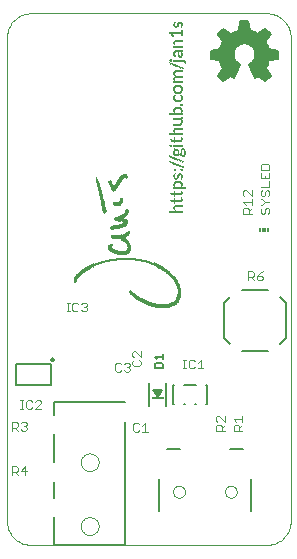
<source format=gto>
G75*
G70*
%OFA0B0*%
%FSLAX24Y24*%
%IPPOS*%
%LPD*%
%AMOC8*
5,1,8,0,0,1.08239X$1,22.5*
%
%ADD10C,0.0000*%
%ADD11C,0.0030*%
%ADD12R,0.0059X0.0118*%
%ADD13R,0.0118X0.0118*%
%ADD14C,0.0060*%
%ADD15R,0.0010X0.0050*%
%ADD16R,0.0010X0.0040*%
%ADD17R,0.0010X0.0130*%
%ADD18R,0.0010X0.0070*%
%ADD19R,0.0010X0.0180*%
%ADD20R,0.0010X0.0080*%
%ADD21R,0.0010X0.0210*%
%ADD22R,0.0010X0.0090*%
%ADD23R,0.0010X0.0060*%
%ADD24R,0.0010X0.0010*%
%ADD25R,0.0010X0.0030*%
%ADD26R,0.0010X0.0020*%
%ADD27R,0.0010X0.0220*%
%ADD28R,0.0010X0.0100*%
%ADD29R,0.0010X0.0110*%
%ADD30R,0.0010X0.0120*%
%ADD31R,0.0010X0.0140*%
%ADD32R,0.0010X0.0150*%
%ADD33R,0.0010X0.0200*%
%ADD34R,0.0010X0.0170*%
%ADD35R,0.0010X0.0190*%
%ADD36R,0.0010X0.0160*%
%ADD37C,0.0050*%
%ADD38R,0.0003X0.0003*%
%ADD39R,0.0003X0.0008*%
%ADD40R,0.0003X0.0005*%
%ADD41R,0.0003X0.0015*%
%ADD42R,0.0003X0.0020*%
%ADD43R,0.0003X0.0010*%
%ADD44R,0.0003X0.0018*%
%ADD45R,0.0003X0.0067*%
%ADD46R,0.0003X0.0013*%
%ADD47R,0.0003X0.0045*%
%ADD48R,0.0003X0.0077*%
%ADD49R,0.0003X0.0030*%
%ADD50R,0.0003X0.0032*%
%ADD51R,0.0003X0.0022*%
%ADD52R,0.0003X0.0127*%
%ADD53R,0.0003X0.0140*%
%ADD54R,0.0003X0.0025*%
%ADD55R,0.0003X0.0043*%
%ADD56R,0.0003X0.0053*%
%ADD57R,0.0003X0.0088*%
%ADD58R,0.0003X0.0035*%
%ADD59R,0.0003X0.0055*%
%ADD60R,0.0003X0.0040*%
%ADD61R,0.0003X0.0080*%
%ADD62R,0.0003X0.0065*%
%ADD63R,0.0003X0.0090*%
%ADD64R,0.0003X0.0143*%
%ADD65R,0.0003X0.0248*%
%ADD66R,0.0003X0.0293*%
%ADD67R,0.0003X0.0257*%
%ADD68R,0.0003X0.0037*%
%ADD69R,0.0003X0.0262*%
%ADD70R,0.0003X0.0027*%
%ADD71R,0.0003X0.0280*%
%ADD72R,0.0003X0.0070*%
%ADD73R,0.0003X0.0440*%
%ADD74R,0.0003X0.0315*%
%ADD75R,0.0003X0.0085*%
%ADD76R,0.0003X0.0330*%
%ADD77R,0.0003X0.0323*%
%ADD78R,0.0003X0.0107*%
%ADD79R,0.0003X0.0057*%
%ADD80R,0.0003X0.0490*%
%ADD81R,0.0003X0.0360*%
%ADD82R,0.0003X0.0512*%
%ADD83R,0.0003X0.0390*%
%ADD84R,0.0003X0.0565*%
%ADD85R,0.0003X0.0325*%
%ADD86R,0.0003X0.0168*%
%ADD87R,0.0003X0.0307*%
%ADD88R,0.0003X0.0152*%
%ADD89R,0.0003X0.0272*%
%ADD90R,0.0003X0.0132*%
%ADD91R,0.0003X0.0147*%
%ADD92R,0.0003X0.0243*%
%ADD93R,0.0003X0.0125*%
%ADD94R,0.0003X0.0240*%
%ADD95R,0.0003X0.0130*%
%ADD96R,0.0003X0.0225*%
%ADD97R,0.0003X0.0083*%
%ADD98R,0.0003X0.0222*%
%ADD99R,0.0003X0.0217*%
%ADD100R,0.0003X0.0120*%
%ADD101R,0.0003X0.0215*%
%ADD102R,0.0003X0.0118*%
%ADD103R,0.0003X0.0205*%
%ADD104R,0.0003X0.0103*%
%ADD105R,0.0003X0.0210*%
%ADD106R,0.0003X0.0097*%
%ADD107R,0.0003X0.0198*%
%ADD108R,0.0003X0.0100*%
%ADD109R,0.0003X0.0190*%
%ADD110R,0.0003X0.0187*%
%ADD111R,0.0003X0.0192*%
%ADD112R,0.0003X0.0170*%
%ADD113R,0.0003X0.0173*%
%ADD114R,0.0003X0.0182*%
%ADD115R,0.0003X0.0180*%
%ADD116R,0.0003X0.0047*%
%ADD117R,0.0003X0.0165*%
%ADD118R,0.0003X0.0163*%
%ADD119R,0.0003X0.0160*%
%ADD120R,0.0003X0.0158*%
%ADD121R,0.0003X0.0155*%
%ADD122R,0.0003X0.0092*%
%ADD123R,0.0003X0.0150*%
%ADD124R,0.0003X0.0105*%
%ADD125R,0.0003X0.0115*%
%ADD126R,0.0003X0.0145*%
%ADD127R,0.0003X0.0138*%
%ADD128R,0.0003X0.0135*%
%ADD129R,0.0003X0.0075*%
%ADD130R,0.0003X0.0063*%
%ADD131R,0.0003X0.0060*%
%ADD132R,0.0003X0.0050*%
%ADD133R,0.0003X0.0123*%
%ADD134R,0.0003X0.0112*%
%ADD135R,0.0003X0.0110*%
%ADD136R,0.0003X0.0073*%
%ADD137R,0.0003X0.0095*%
%ADD138R,0.0003X0.0185*%
%ADD139R,0.0003X0.0208*%
%ADD140R,0.0003X0.0235*%
%ADD141R,0.0003X0.0260*%
%ADD142R,0.0003X0.0267*%
%ADD143R,0.0003X0.0283*%
%ADD144R,0.0003X0.0295*%
%ADD145R,0.0003X0.0302*%
%ADD146R,0.0003X0.0320*%
%ADD147R,0.0003X0.0333*%
%ADD148R,0.0003X0.0338*%
%ADD149R,0.0003X0.0343*%
%ADD150R,0.0003X0.0350*%
%ADD151R,0.0003X0.0355*%
%ADD152R,0.0003X0.0365*%
%ADD153R,0.0003X0.0370*%
%ADD154R,0.0003X0.0375*%
%ADD155R,0.0003X0.0380*%
%ADD156R,0.0003X0.0382*%
%ADD157R,0.0003X0.0393*%
%ADD158R,0.0003X0.0398*%
%ADD159R,0.0003X0.0403*%
%ADD160R,0.0003X0.0405*%
%ADD161R,0.0003X0.0415*%
%ADD162R,0.0003X0.0177*%
%ADD163R,0.0003X0.0175*%
%ADD164R,0.0003X0.0195*%
%ADD165R,0.0003X0.0200*%
%ADD166R,0.0003X0.0203*%
%ADD167R,0.0003X0.0213*%
%ADD168R,0.0003X0.0220*%
%ADD169R,0.0003X0.0227*%
%ADD170R,0.0003X0.0230*%
%ADD171R,0.0003X0.0232*%
%ADD172R,0.0003X0.0238*%
%ADD173R,0.0003X0.0245*%
%ADD174R,0.0003X0.0250*%
%ADD175R,0.0003X0.0253*%
%ADD176R,0.0003X0.0255*%
%ADD177R,0.0003X0.0305*%
%ADD178R,0.0003X0.0318*%
%ADD179R,0.0003X0.0328*%
%ADD180R,0.0003X0.0335*%
%ADD181R,0.0003X0.0340*%
%ADD182R,0.0003X0.0352*%
%ADD183R,0.0003X0.0387*%
%ADD184R,0.0003X0.0410*%
%ADD185R,0.0003X0.0413*%
%ADD186R,0.0003X0.0430*%
%ADD187R,0.0003X0.0432*%
%ADD188R,0.0003X0.0428*%
%ADD189R,0.0003X0.0420*%
%ADD190R,0.0003X0.0435*%
%ADD191R,0.0003X0.0425*%
%ADD192R,0.0003X0.0423*%
%ADD193R,0.0003X0.0418*%
%ADD194R,0.0003X0.0372*%
%ADD195R,0.0003X0.0362*%
%ADD196R,0.0003X0.0348*%
%ADD197R,0.0003X0.0345*%
%ADD198R,0.0003X0.0310*%
%ADD199R,0.0003X0.0300*%
%ADD200R,0.0003X0.0297*%
%ADD201R,0.0003X0.0285*%
%ADD202R,0.0003X0.0278*%
%ADD203R,0.0003X0.0265*%
%ADD204C,0.0080*%
%ADD205R,0.0394X0.0079*%
D10*
X000944Y000912D02*
X008818Y000912D01*
X008818Y000913D02*
X008872Y000915D01*
X008925Y000920D01*
X008978Y000929D01*
X009030Y000942D01*
X009082Y000958D01*
X009132Y000978D01*
X009180Y001001D01*
X009227Y001028D01*
X009272Y001057D01*
X009315Y001090D01*
X009355Y001125D01*
X009393Y001163D01*
X009428Y001203D01*
X009461Y001246D01*
X009490Y001291D01*
X009517Y001338D01*
X009540Y001386D01*
X009560Y001436D01*
X009576Y001488D01*
X009589Y001540D01*
X009598Y001593D01*
X009603Y001646D01*
X009605Y001700D01*
X009605Y017842D01*
X009603Y017896D01*
X009598Y017949D01*
X009589Y018002D01*
X009576Y018054D01*
X009560Y018106D01*
X009540Y018156D01*
X009517Y018204D01*
X009490Y018251D01*
X009461Y018296D01*
X009428Y018339D01*
X009393Y018379D01*
X009355Y018417D01*
X009315Y018452D01*
X009272Y018485D01*
X009227Y018514D01*
X009180Y018541D01*
X009132Y018564D01*
X009082Y018584D01*
X009030Y018600D01*
X008978Y018613D01*
X008925Y018622D01*
X008872Y018627D01*
X008818Y018629D01*
X000944Y018629D01*
X000890Y018627D01*
X000837Y018622D01*
X000784Y018613D01*
X000732Y018600D01*
X000680Y018584D01*
X000630Y018564D01*
X000582Y018541D01*
X000535Y018514D01*
X000490Y018485D01*
X000447Y018452D01*
X000407Y018417D01*
X000369Y018379D01*
X000334Y018339D01*
X000301Y018296D01*
X000272Y018251D01*
X000245Y018204D01*
X000222Y018156D01*
X000202Y018106D01*
X000186Y018054D01*
X000173Y018002D01*
X000164Y017949D01*
X000159Y017896D01*
X000157Y017842D01*
X000156Y017842D02*
X000156Y001700D01*
X000157Y001700D02*
X000159Y001646D01*
X000164Y001593D01*
X000173Y001540D01*
X000186Y001488D01*
X000202Y001436D01*
X000222Y001386D01*
X000245Y001338D01*
X000272Y001291D01*
X000301Y001246D01*
X000334Y001203D01*
X000369Y001163D01*
X000407Y001125D01*
X000447Y001090D01*
X000490Y001057D01*
X000535Y001028D01*
X000582Y001001D01*
X000630Y000978D01*
X000680Y000958D01*
X000732Y000942D01*
X000784Y000929D01*
X000837Y000920D01*
X000890Y000915D01*
X000944Y000913D01*
X002617Y001542D02*
X002619Y001576D01*
X002625Y001610D01*
X002635Y001643D01*
X002648Y001674D01*
X002666Y001704D01*
X002686Y001732D01*
X002710Y001757D01*
X002736Y001779D01*
X002764Y001797D01*
X002795Y001813D01*
X002827Y001825D01*
X002861Y001833D01*
X002895Y001837D01*
X002929Y001837D01*
X002963Y001833D01*
X002997Y001825D01*
X003029Y001813D01*
X003059Y001797D01*
X003088Y001779D01*
X003114Y001757D01*
X003138Y001732D01*
X003158Y001704D01*
X003176Y001674D01*
X003189Y001643D01*
X003199Y001610D01*
X003205Y001576D01*
X003207Y001542D01*
X003205Y001508D01*
X003199Y001474D01*
X003189Y001441D01*
X003176Y001410D01*
X003158Y001380D01*
X003138Y001352D01*
X003114Y001327D01*
X003088Y001305D01*
X003060Y001287D01*
X003029Y001271D01*
X002997Y001259D01*
X002963Y001251D01*
X002929Y001247D01*
X002895Y001247D01*
X002861Y001251D01*
X002827Y001259D01*
X002795Y001271D01*
X002764Y001287D01*
X002736Y001305D01*
X002710Y001327D01*
X002686Y001352D01*
X002666Y001380D01*
X002648Y001410D01*
X002635Y001441D01*
X002625Y001474D01*
X002619Y001508D01*
X002617Y001542D01*
X002617Y003668D02*
X002619Y003702D01*
X002625Y003736D01*
X002635Y003769D01*
X002648Y003800D01*
X002666Y003830D01*
X002686Y003858D01*
X002710Y003883D01*
X002736Y003905D01*
X002764Y003923D01*
X002795Y003939D01*
X002827Y003951D01*
X002861Y003959D01*
X002895Y003963D01*
X002929Y003963D01*
X002963Y003959D01*
X002997Y003951D01*
X003029Y003939D01*
X003059Y003923D01*
X003088Y003905D01*
X003114Y003883D01*
X003138Y003858D01*
X003158Y003830D01*
X003176Y003800D01*
X003189Y003769D01*
X003199Y003736D01*
X003205Y003702D01*
X003207Y003668D01*
X003205Y003634D01*
X003199Y003600D01*
X003189Y003567D01*
X003176Y003536D01*
X003158Y003506D01*
X003138Y003478D01*
X003114Y003453D01*
X003088Y003431D01*
X003060Y003413D01*
X003029Y003397D01*
X002997Y003385D01*
X002963Y003377D01*
X002929Y003373D01*
X002895Y003373D01*
X002861Y003377D01*
X002827Y003385D01*
X002795Y003397D01*
X002764Y003413D01*
X002736Y003431D01*
X002710Y003453D01*
X002686Y003478D01*
X002666Y003506D01*
X002648Y003536D01*
X002635Y003567D01*
X002625Y003600D01*
X002619Y003634D01*
X002617Y003668D01*
X005688Y002684D02*
X005690Y002711D01*
X005696Y002738D01*
X005705Y002764D01*
X005718Y002788D01*
X005734Y002811D01*
X005753Y002830D01*
X005775Y002847D01*
X005799Y002861D01*
X005824Y002871D01*
X005851Y002878D01*
X005878Y002881D01*
X005906Y002880D01*
X005933Y002875D01*
X005959Y002867D01*
X005983Y002855D01*
X006006Y002839D01*
X006027Y002821D01*
X006044Y002800D01*
X006059Y002776D01*
X006070Y002751D01*
X006078Y002725D01*
X006082Y002698D01*
X006082Y002670D01*
X006078Y002643D01*
X006070Y002617D01*
X006059Y002592D01*
X006044Y002568D01*
X006027Y002547D01*
X006006Y002529D01*
X005984Y002513D01*
X005959Y002501D01*
X005933Y002493D01*
X005906Y002488D01*
X005878Y002487D01*
X005851Y002490D01*
X005824Y002497D01*
X005799Y002507D01*
X005775Y002521D01*
X005753Y002538D01*
X005734Y002557D01*
X005718Y002580D01*
X005705Y002604D01*
X005696Y002630D01*
X005690Y002657D01*
X005688Y002684D01*
X007420Y002684D02*
X007422Y002711D01*
X007428Y002738D01*
X007437Y002764D01*
X007450Y002788D01*
X007466Y002811D01*
X007485Y002830D01*
X007507Y002847D01*
X007531Y002861D01*
X007556Y002871D01*
X007583Y002878D01*
X007610Y002881D01*
X007638Y002880D01*
X007665Y002875D01*
X007691Y002867D01*
X007715Y002855D01*
X007738Y002839D01*
X007759Y002821D01*
X007776Y002800D01*
X007791Y002776D01*
X007802Y002751D01*
X007810Y002725D01*
X007814Y002698D01*
X007814Y002670D01*
X007810Y002643D01*
X007802Y002617D01*
X007791Y002592D01*
X007776Y002568D01*
X007759Y002547D01*
X007738Y002529D01*
X007716Y002513D01*
X007691Y002501D01*
X007665Y002493D01*
X007638Y002488D01*
X007610Y002487D01*
X007583Y002490D01*
X007556Y002497D01*
X007531Y002507D01*
X007507Y002521D01*
X007485Y002538D01*
X007466Y002557D01*
X007450Y002580D01*
X007437Y002604D01*
X007428Y002630D01*
X007422Y002657D01*
X007420Y002684D01*
D11*
X007404Y004722D02*
X007114Y004722D01*
X007114Y004867D01*
X007162Y004915D01*
X007259Y004915D01*
X007307Y004867D01*
X007307Y004722D01*
X007307Y004819D02*
X007404Y004915D01*
X007404Y005017D02*
X007211Y005210D01*
X007162Y005210D01*
X007114Y005162D01*
X007114Y005065D01*
X007162Y005017D01*
X007404Y005017D02*
X007404Y005210D01*
X007705Y005113D02*
X007995Y005113D01*
X007995Y005017D02*
X007995Y005210D01*
X007995Y004915D02*
X007898Y004819D01*
X007898Y004867D02*
X007898Y004722D01*
X007995Y004722D02*
X007705Y004722D01*
X007705Y004867D01*
X007753Y004915D01*
X007850Y004915D01*
X007898Y004867D01*
X007801Y005017D02*
X007705Y005113D01*
X006700Y006796D02*
X006507Y006796D01*
X006604Y006796D02*
X006604Y007086D01*
X006507Y006989D01*
X006406Y007037D02*
X006357Y007086D01*
X006261Y007086D01*
X006212Y007037D01*
X006212Y006844D01*
X006261Y006796D01*
X006357Y006796D01*
X006406Y006844D01*
X006113Y006796D02*
X006016Y006796D01*
X006064Y006796D02*
X006064Y007086D01*
X006016Y007086D02*
X006113Y007086D01*
X004848Y004688D02*
X004654Y004688D01*
X004751Y004688D02*
X004751Y004978D01*
X004654Y004882D01*
X004553Y004930D02*
X004505Y004978D01*
X004408Y004978D01*
X004360Y004930D01*
X004360Y004736D01*
X004408Y004688D01*
X004505Y004688D01*
X004553Y004736D01*
X004200Y006689D02*
X004103Y006689D01*
X004055Y006738D01*
X003953Y006738D02*
X003905Y006689D01*
X003808Y006689D01*
X003760Y006738D01*
X003760Y006931D01*
X003808Y006979D01*
X003905Y006979D01*
X003953Y006931D01*
X004055Y006931D02*
X004103Y006979D01*
X004200Y006979D01*
X004248Y006931D01*
X004248Y006883D01*
X004200Y006834D01*
X004248Y006786D01*
X004248Y006738D01*
X004200Y006689D01*
X004200Y006834D02*
X004151Y006834D01*
X004325Y006927D02*
X004374Y006878D01*
X004567Y006878D01*
X004616Y006927D01*
X004616Y007023D01*
X004567Y007072D01*
X004616Y007173D02*
X004422Y007366D01*
X004374Y007366D01*
X004325Y007318D01*
X004325Y007221D01*
X004374Y007173D01*
X004374Y007072D02*
X004325Y007023D01*
X004325Y006927D01*
X004616Y007173D02*
X004616Y007366D01*
X002824Y008751D02*
X002776Y008703D01*
X002679Y008703D01*
X002631Y008751D01*
X002530Y008751D02*
X002481Y008703D01*
X002385Y008703D01*
X002336Y008751D01*
X002336Y008945D01*
X002385Y008993D01*
X002481Y008993D01*
X002530Y008945D01*
X002631Y008945D02*
X002679Y008993D01*
X002776Y008993D01*
X002824Y008945D01*
X002824Y008896D01*
X002776Y008848D01*
X002824Y008800D01*
X002824Y008751D01*
X002776Y008848D02*
X002728Y008848D01*
X002237Y008703D02*
X002140Y008703D01*
X002188Y008703D02*
X002188Y008993D01*
X002140Y008993D02*
X002237Y008993D01*
X001237Y005739D02*
X001141Y005739D01*
X001092Y005691D01*
X000991Y005691D02*
X000943Y005739D01*
X000846Y005739D01*
X000798Y005691D01*
X000798Y005497D01*
X000846Y005449D01*
X000943Y005449D01*
X000991Y005497D01*
X001092Y005449D02*
X001286Y005642D01*
X001286Y005691D01*
X001237Y005739D01*
X001286Y005449D02*
X001092Y005449D01*
X000755Y005011D02*
X000803Y004963D01*
X000803Y004914D01*
X000755Y004866D01*
X000803Y004817D01*
X000803Y004769D01*
X000755Y004721D01*
X000658Y004721D01*
X000610Y004769D01*
X000508Y004721D02*
X000412Y004817D01*
X000460Y004817D02*
X000315Y004817D01*
X000315Y004721D02*
X000315Y005011D01*
X000460Y005011D01*
X000508Y004963D01*
X000508Y004866D01*
X000460Y004817D01*
X000610Y004963D02*
X000658Y005011D01*
X000755Y005011D01*
X000755Y004866D02*
X000706Y004866D01*
X000698Y005449D02*
X000601Y005449D01*
X000649Y005449D02*
X000649Y005739D01*
X000601Y005739D02*
X000698Y005739D01*
X000755Y003535D02*
X000610Y003389D01*
X000803Y003389D01*
X000755Y003244D02*
X000755Y003535D01*
X000508Y003486D02*
X000508Y003389D01*
X000460Y003341D01*
X000315Y003341D01*
X000315Y003244D02*
X000315Y003535D01*
X000460Y003535D01*
X000508Y003486D01*
X000412Y003341D02*
X000508Y003244D01*
X008020Y011951D02*
X008020Y012096D01*
X008069Y012145D01*
X008165Y012145D01*
X008214Y012096D01*
X008214Y011951D01*
X008311Y011951D02*
X008020Y011951D01*
X008214Y012048D02*
X008311Y012145D01*
X008311Y012246D02*
X008311Y012439D01*
X008311Y012342D02*
X008020Y012342D01*
X008117Y012246D01*
X008069Y012540D02*
X008020Y012589D01*
X008020Y012685D01*
X008069Y012734D01*
X008117Y012734D01*
X008311Y012540D01*
X008311Y012734D01*
X008611Y012685D02*
X008611Y012589D01*
X008659Y012540D01*
X008708Y012540D01*
X008756Y012589D01*
X008756Y012685D01*
X008804Y012734D01*
X008853Y012734D01*
X008901Y012685D01*
X008901Y012589D01*
X008853Y012540D01*
X008901Y012342D02*
X008756Y012342D01*
X008659Y012439D01*
X008611Y012439D01*
X008756Y012342D02*
X008659Y012246D01*
X008611Y012246D01*
X008659Y012145D02*
X008611Y012096D01*
X008611Y011999D01*
X008659Y011951D01*
X008708Y011951D01*
X008756Y011999D01*
X008756Y012096D01*
X008804Y012145D01*
X008853Y012145D01*
X008901Y012096D01*
X008901Y011999D01*
X008853Y011951D01*
X008611Y012685D02*
X008659Y012734D01*
X008611Y012835D02*
X008901Y012835D01*
X008901Y013028D01*
X008901Y013130D02*
X008901Y013323D01*
X008901Y013424D02*
X008901Y013569D01*
X008853Y013618D01*
X008659Y013618D01*
X008611Y013569D01*
X008611Y013424D01*
X008901Y013424D01*
X008756Y013226D02*
X008756Y013130D01*
X008611Y013130D02*
X008611Y013323D01*
X008611Y013130D02*
X008901Y013130D01*
X008677Y010031D02*
X008580Y009982D01*
X008484Y009886D01*
X008629Y009886D01*
X008677Y009837D01*
X008677Y009789D01*
X008629Y009740D01*
X008532Y009740D01*
X008484Y009789D01*
X008484Y009886D01*
X008383Y009886D02*
X008383Y009982D01*
X008334Y010031D01*
X008189Y010031D01*
X008189Y009740D01*
X008189Y009837D02*
X008334Y009837D01*
X008383Y009886D01*
X008286Y009837D02*
X008383Y009740D01*
D12*
X008572Y011405D03*
X008867Y011405D03*
D13*
X008719Y011405D03*
D14*
X008758Y016365D02*
X008518Y016535D01*
X008418Y016475D01*
X008228Y016925D01*
X008248Y016915D02*
X008448Y017115D01*
X008448Y017365D01*
X008298Y017615D01*
X008048Y017665D01*
X007748Y017565D01*
X007798Y017565D01*
X007648Y017315D01*
X007748Y017015D01*
X007848Y016915D01*
X007698Y016515D01*
X007598Y016565D01*
X007398Y016415D01*
X007248Y016565D01*
X007398Y016815D01*
X007298Y017065D01*
X006998Y017165D01*
X006998Y017115D01*
X006998Y017365D01*
X007298Y017415D01*
X007398Y017715D01*
X007198Y017915D01*
X007348Y018065D01*
X007648Y017915D01*
X007948Y018065D01*
X007898Y018065D01*
X007948Y018315D01*
X008198Y018315D01*
X008198Y018015D01*
X008498Y017915D01*
X008748Y018065D01*
X008898Y017965D01*
X008748Y017665D01*
X008848Y017415D01*
X009148Y017365D01*
X009148Y017115D01*
X008848Y017115D01*
X008748Y016765D01*
X008898Y016565D01*
X008748Y016415D01*
X008548Y016565D01*
X008448Y016515D01*
X008248Y016915D01*
X008264Y016883D02*
X008781Y016883D01*
X008765Y016824D02*
X008293Y016824D01*
X008322Y016766D02*
X008748Y016766D01*
X008778Y016795D02*
X008948Y016555D01*
X008758Y016365D01*
X008806Y016473D02*
X008670Y016473D01*
X008592Y016532D02*
X008864Y016532D01*
X008879Y016590D02*
X008410Y016590D01*
X008439Y016532D02*
X008481Y016532D01*
X008381Y016649D02*
X008835Y016649D01*
X008791Y016707D02*
X008351Y016707D01*
X008274Y016941D02*
X008798Y016941D01*
X008815Y017000D02*
X008332Y017000D01*
X008391Y017058D02*
X008831Y017058D01*
X008878Y017065D02*
X009178Y017115D01*
X009178Y017375D01*
X008878Y017435D01*
X008882Y017409D02*
X008421Y017409D01*
X008448Y017351D02*
X009148Y017351D01*
X009148Y017292D02*
X008448Y017292D01*
X008448Y017234D02*
X009148Y017234D01*
X009148Y017175D02*
X008448Y017175D01*
X008448Y017117D02*
X009148Y017117D01*
X008827Y017468D02*
X008386Y017468D01*
X008351Y017526D02*
X008803Y017526D01*
X008780Y017585D02*
X008316Y017585D01*
X008156Y017643D02*
X008756Y017643D01*
X008768Y017685D02*
X008948Y017945D01*
X008758Y018125D01*
X008498Y017945D01*
X008532Y017936D02*
X008883Y017936D01*
X008854Y017877D02*
X007235Y017877D01*
X007218Y017936D02*
X007606Y017936D01*
X007628Y017945D02*
X007368Y018125D01*
X007178Y017945D01*
X007358Y017685D01*
X007393Y017702D02*
X008766Y017702D01*
X008795Y017760D02*
X007352Y017760D01*
X007294Y017819D02*
X008825Y017819D01*
X008854Y017994D02*
X008630Y017994D01*
X008727Y018053D02*
X008766Y018053D01*
X008435Y017936D02*
X007689Y017936D01*
X007806Y017994D02*
X008260Y017994D01*
X008248Y018045D02*
X008198Y018365D01*
X007928Y018365D01*
X007878Y018045D01*
X007923Y018053D02*
X008198Y018053D01*
X008198Y018111D02*
X007907Y018111D01*
X007919Y018170D02*
X008198Y018170D01*
X008198Y018228D02*
X007930Y018228D01*
X007942Y018287D02*
X008198Y018287D01*
X007983Y017643D02*
X007374Y017643D01*
X007354Y017585D02*
X007807Y017585D01*
X007774Y017526D02*
X007335Y017526D01*
X007315Y017468D02*
X007739Y017468D01*
X007704Y017409D02*
X007264Y017409D01*
X007248Y017435D02*
X006948Y017375D01*
X006948Y017115D01*
X007248Y017065D01*
X007300Y017058D02*
X007733Y017058D01*
X007714Y017117D02*
X007142Y017117D01*
X006998Y017175D02*
X007694Y017175D01*
X007675Y017234D02*
X006998Y017234D01*
X006998Y017292D02*
X007655Y017292D01*
X007669Y017351D02*
X006998Y017351D01*
X007277Y017994D02*
X007489Y017994D01*
X007372Y018053D02*
X007335Y018053D01*
X007324Y017000D02*
X007763Y017000D01*
X007821Y016941D02*
X007347Y016941D01*
X007371Y016883D02*
X007836Y016883D01*
X007814Y016824D02*
X007394Y016824D01*
X007348Y016795D02*
X007188Y016555D01*
X007368Y016365D01*
X007608Y016535D01*
X007708Y016475D01*
X007908Y016925D01*
X008778Y016795D02*
X008801Y016836D01*
X008822Y016879D01*
X008840Y016924D01*
X008855Y016969D01*
X008868Y017015D01*
X008878Y017062D01*
X008876Y017435D02*
X008861Y017487D01*
X008842Y017538D01*
X008820Y017588D01*
X008795Y017636D01*
X008766Y017683D01*
X008228Y016935D02*
X008261Y016953D01*
X008291Y016974D01*
X008320Y016998D01*
X008346Y017025D01*
X008368Y017054D01*
X008388Y017086D01*
X008405Y017119D01*
X008418Y017154D01*
X008427Y017190D01*
X008433Y017227D01*
X008435Y017264D01*
X008433Y017301D01*
X008428Y017338D01*
X008418Y017374D01*
X008406Y017409D01*
X008389Y017443D01*
X008370Y017474D01*
X008347Y017504D01*
X008321Y017531D01*
X008293Y017555D01*
X008262Y017576D01*
X008230Y017594D01*
X008196Y017609D01*
X008160Y017620D01*
X008124Y017628D01*
X008087Y017632D01*
X008049Y017632D01*
X008012Y017628D01*
X007976Y017620D01*
X007940Y017609D01*
X007906Y017594D01*
X007874Y017576D01*
X007843Y017555D01*
X007815Y017531D01*
X007789Y017504D01*
X007766Y017474D01*
X007747Y017443D01*
X007730Y017409D01*
X007718Y017374D01*
X007708Y017338D01*
X007703Y017301D01*
X007701Y017264D01*
X007703Y017227D01*
X007709Y017190D01*
X007718Y017154D01*
X007731Y017119D01*
X007748Y017086D01*
X007768Y017054D01*
X007790Y017025D01*
X007816Y016998D01*
X007845Y016974D01*
X007875Y016953D01*
X007908Y016935D01*
X007351Y016798D02*
X007323Y016848D01*
X007299Y016900D01*
X007278Y016953D01*
X007261Y017008D01*
X007248Y017064D01*
X007368Y016766D02*
X007792Y016766D01*
X007770Y016707D02*
X007333Y016707D01*
X007298Y016649D02*
X007748Y016649D01*
X007726Y016590D02*
X007263Y016590D01*
X007281Y016532D02*
X007553Y016532D01*
X007475Y016473D02*
X007339Y016473D01*
X007664Y016532D02*
X007704Y016532D01*
X007631Y017948D02*
X007676Y017973D01*
X007723Y017996D01*
X007771Y018015D01*
X007820Y018032D01*
X007870Y018045D01*
X007358Y017680D02*
X007331Y017633D01*
X007307Y017586D01*
X007286Y017537D01*
X007268Y017486D01*
X007254Y017435D01*
X008253Y018048D02*
X008305Y018034D01*
X008356Y018017D01*
X008406Y017997D01*
X008455Y017974D01*
X008502Y017947D01*
X005343Y007277D02*
X005343Y007103D01*
X005343Y007190D02*
X005083Y007190D01*
X005169Y007103D01*
X005126Y006982D02*
X005083Y006939D01*
X005083Y006809D01*
X005343Y006809D01*
X005343Y006939D01*
X005299Y006982D01*
X005126Y006982D01*
X005699Y006251D02*
X005736Y006251D01*
X005699Y006251D02*
X005699Y005613D01*
X005736Y005613D01*
X006053Y005613D02*
X006090Y005613D01*
X006427Y005613D02*
X006464Y005613D01*
X006781Y005613D02*
X006819Y005613D01*
X006819Y006251D01*
X006781Y006251D01*
X006464Y006251D02*
X006053Y006251D01*
X001621Y007091D02*
X001623Y007104D01*
X001628Y007116D01*
X001637Y007126D01*
X001648Y007133D01*
X001660Y007137D01*
X001674Y007137D01*
X001686Y007133D01*
X001697Y007126D01*
X001706Y007116D01*
X001711Y007104D01*
X001713Y007091D01*
X001711Y007078D01*
X001706Y007066D01*
X001697Y007056D01*
X001686Y007049D01*
X001674Y007045D01*
X001660Y007045D01*
X001648Y007049D01*
X001637Y007056D01*
X001628Y007066D01*
X001623Y007078D01*
X001621Y007091D01*
X001633Y006933D02*
X001633Y006246D01*
X000452Y006246D01*
X000452Y006933D01*
X001633Y006933D01*
D15*
X005592Y012026D03*
X005602Y012026D03*
X005612Y012026D03*
X005622Y012026D03*
X005632Y012026D03*
X005642Y012026D03*
X005652Y012026D03*
X005662Y012026D03*
X005672Y012026D03*
X005682Y012026D03*
X005692Y012026D03*
X005702Y012026D03*
X005712Y012026D03*
X005722Y012026D03*
X005732Y012026D03*
X005742Y012026D03*
X005752Y012026D03*
X005762Y012026D03*
X005792Y012026D03*
X005802Y012026D03*
X005812Y012026D03*
X005822Y012026D03*
X005832Y012026D03*
X005842Y012026D03*
X005852Y012026D03*
X005862Y012026D03*
X005872Y012026D03*
X005882Y012026D03*
X005892Y012026D03*
X005902Y012026D03*
X005912Y012026D03*
X005922Y012026D03*
X005932Y012026D03*
X005942Y012026D03*
X005952Y012026D03*
X005962Y012026D03*
X005972Y012026D03*
X005982Y012026D03*
X005992Y012026D03*
X006002Y012026D03*
X006012Y012026D03*
X006022Y012026D03*
X006022Y012216D03*
X006012Y012216D03*
X006002Y012216D03*
X005992Y012216D03*
X005982Y012216D03*
X005972Y012216D03*
X005962Y012216D03*
X005952Y012216D03*
X005942Y012216D03*
X005932Y012216D03*
X005922Y012216D03*
X005912Y012216D03*
X005902Y012216D03*
X005892Y012216D03*
X005882Y012216D03*
X005872Y012216D03*
X005862Y012216D03*
X005852Y012216D03*
X005842Y012216D03*
X005832Y012216D03*
X005822Y012216D03*
X005812Y012216D03*
X005802Y012216D03*
X005782Y012206D03*
X005772Y012206D03*
X005772Y012366D03*
X005782Y012366D03*
X005792Y012366D03*
X005802Y012366D03*
X005812Y012366D03*
X005822Y012366D03*
X005832Y012366D03*
X005842Y012366D03*
X005852Y012366D03*
X005862Y012366D03*
X005872Y012366D03*
X005882Y012366D03*
X005892Y012366D03*
X005902Y012366D03*
X005912Y012366D03*
X005922Y012366D03*
X005932Y012366D03*
X005942Y012366D03*
X005952Y012366D03*
X005982Y012376D03*
X005952Y012596D03*
X005942Y012596D03*
X005932Y012596D03*
X005922Y012596D03*
X005912Y012596D03*
X005902Y012596D03*
X005892Y012596D03*
X005882Y012596D03*
X005872Y012596D03*
X005862Y012596D03*
X005852Y012596D03*
X005842Y012596D03*
X005832Y012596D03*
X005822Y012596D03*
X005812Y012596D03*
X005802Y012596D03*
X005792Y012596D03*
X005782Y012596D03*
X005772Y012596D03*
X005792Y012806D03*
X005802Y012806D03*
X005812Y012806D03*
X005822Y012806D03*
X005832Y012806D03*
X005842Y012806D03*
X005852Y012806D03*
X005862Y012806D03*
X005872Y012806D03*
X005882Y012806D03*
X005892Y012806D03*
X005902Y012806D03*
X005912Y012806D03*
X005922Y012806D03*
X005932Y012806D03*
X005942Y012806D03*
X005952Y012806D03*
X005962Y012806D03*
X005992Y012806D03*
X006002Y012806D03*
X006012Y012806D03*
X006022Y012806D03*
X006032Y012806D03*
X006042Y012806D03*
X006052Y012806D03*
X006062Y012806D03*
X006072Y012806D03*
X006082Y012806D03*
X006092Y012806D03*
X006102Y012806D03*
X006112Y012806D03*
X006122Y012806D03*
X005962Y012986D03*
X005952Y012996D03*
X005932Y013006D03*
X005922Y013006D03*
X005882Y013016D03*
X005872Y013016D03*
X005862Y013016D03*
X005852Y013016D03*
X005812Y013006D03*
X005802Y013006D03*
X005782Y012996D03*
X005772Y012986D03*
X005802Y013116D03*
X005812Y013116D03*
X005832Y013126D03*
X005762Y013136D03*
X005912Y013256D03*
X005922Y013266D03*
X005932Y013266D03*
X005972Y013256D03*
X005982Y013246D03*
X005972Y013396D03*
X006012Y013396D03*
X005792Y013396D03*
X005752Y013396D03*
X005812Y013896D03*
X005822Y013896D03*
X005762Y013916D03*
X005772Y014066D03*
X005772Y014216D03*
X005782Y014216D03*
X005792Y014216D03*
X005802Y014216D03*
X005812Y014216D03*
X005822Y014216D03*
X005832Y014216D03*
X005842Y014216D03*
X005852Y014216D03*
X005862Y014216D03*
X005872Y014216D03*
X005882Y014216D03*
X005892Y014216D03*
X005902Y014216D03*
X005912Y014216D03*
X005922Y014216D03*
X005932Y014216D03*
X005942Y014216D03*
X005952Y014216D03*
X005962Y014216D03*
X005972Y014216D03*
X005982Y014216D03*
X005992Y014216D03*
X006002Y014216D03*
X006012Y014216D03*
X006022Y014216D03*
X006022Y014106D03*
X006032Y014106D03*
X006012Y014096D03*
X006082Y014076D03*
X006122Y013986D03*
X006072Y013886D03*
X005952Y013906D03*
X005762Y014216D03*
X005752Y014216D03*
X005742Y014216D03*
X005732Y014216D03*
X005652Y014216D03*
X005612Y014216D03*
X005772Y014386D03*
X005782Y014386D03*
X005792Y014386D03*
X005802Y014386D03*
X005812Y014386D03*
X005822Y014386D03*
X005832Y014386D03*
X005842Y014386D03*
X005852Y014386D03*
X005862Y014386D03*
X005872Y014386D03*
X005882Y014386D03*
X005892Y014386D03*
X005902Y014386D03*
X005912Y014386D03*
X005922Y014386D03*
X005932Y014386D03*
X005942Y014386D03*
X005952Y014386D03*
X005982Y014396D03*
X005982Y014596D03*
X005992Y014596D03*
X006002Y014596D03*
X006012Y014596D03*
X006022Y014596D03*
X005972Y014596D03*
X005962Y014596D03*
X005952Y014596D03*
X005942Y014596D03*
X005932Y014596D03*
X005922Y014596D03*
X005912Y014596D03*
X005902Y014596D03*
X005892Y014596D03*
X005882Y014596D03*
X005872Y014596D03*
X005862Y014596D03*
X005852Y014596D03*
X005842Y014596D03*
X005832Y014596D03*
X005822Y014596D03*
X005812Y014596D03*
X005802Y014596D03*
X005792Y014596D03*
X005762Y014596D03*
X005752Y014596D03*
X005742Y014596D03*
X005732Y014596D03*
X005722Y014596D03*
X005712Y014596D03*
X005702Y014596D03*
X005692Y014596D03*
X005682Y014596D03*
X005672Y014596D03*
X005662Y014596D03*
X005652Y014596D03*
X005642Y014596D03*
X005632Y014596D03*
X005622Y014596D03*
X005612Y014596D03*
X005602Y014596D03*
X005592Y014596D03*
X005772Y014776D03*
X005782Y014776D03*
X005802Y014786D03*
X005812Y014786D03*
X005822Y014786D03*
X005832Y014786D03*
X005842Y014786D03*
X005852Y014786D03*
X005862Y014786D03*
X005872Y014786D03*
X005882Y014786D03*
X005892Y014786D03*
X005902Y014786D03*
X005912Y014786D03*
X005922Y014786D03*
X005932Y014786D03*
X005942Y014786D03*
X005952Y014786D03*
X005962Y014786D03*
X005972Y014786D03*
X005982Y014786D03*
X005992Y014786D03*
X006002Y014786D03*
X006012Y014786D03*
X006022Y014786D03*
X005972Y014936D03*
X005962Y014936D03*
X005942Y014926D03*
X005932Y014926D03*
X005922Y014926D03*
X005912Y014926D03*
X005902Y014926D03*
X005892Y014926D03*
X005882Y014926D03*
X005872Y014926D03*
X005862Y014926D03*
X005852Y014926D03*
X005842Y014926D03*
X005832Y014926D03*
X005822Y014926D03*
X005812Y014926D03*
X005802Y014926D03*
X005792Y014926D03*
X005782Y014926D03*
X005772Y014926D03*
X005762Y014926D03*
X005752Y014926D03*
X005742Y014926D03*
X005732Y014926D03*
X005732Y015126D03*
X005742Y015126D03*
X005752Y015126D03*
X005762Y015126D03*
X005772Y015126D03*
X005782Y015126D03*
X005792Y015126D03*
X005802Y015126D03*
X005812Y015126D03*
X005822Y015126D03*
X005832Y015126D03*
X005842Y015126D03*
X005852Y015126D03*
X005862Y015126D03*
X005872Y015126D03*
X005882Y015126D03*
X005892Y015126D03*
X005902Y015126D03*
X005912Y015126D03*
X005922Y015126D03*
X005932Y015126D03*
X005942Y015126D03*
X005952Y015126D03*
X005952Y015266D03*
X005962Y015266D03*
X005942Y015266D03*
X005932Y015266D03*
X005922Y015266D03*
X005912Y015266D03*
X005902Y015266D03*
X005892Y015266D03*
X005882Y015266D03*
X005872Y015266D03*
X005862Y015266D03*
X005852Y015266D03*
X005842Y015266D03*
X005832Y015266D03*
X005822Y015266D03*
X005812Y015266D03*
X005802Y015266D03*
X005792Y015266D03*
X005762Y015266D03*
X005752Y015266D03*
X005742Y015266D03*
X005732Y015266D03*
X005722Y015266D03*
X005712Y015266D03*
X005702Y015266D03*
X005692Y015266D03*
X005682Y015266D03*
X005672Y015266D03*
X005662Y015266D03*
X005652Y015266D03*
X005642Y015266D03*
X005632Y015266D03*
X005622Y015266D03*
X005612Y015266D03*
X005602Y015266D03*
X005592Y015266D03*
X005782Y015456D03*
X005792Y015466D03*
X005802Y015466D03*
X005822Y015476D03*
X005832Y015476D03*
X005842Y015476D03*
X005852Y015476D03*
X005862Y015476D03*
X005872Y015476D03*
X005882Y015476D03*
X005892Y015476D03*
X005902Y015476D03*
X005912Y015476D03*
X005942Y015466D03*
X005962Y015456D03*
X005972Y015446D03*
X005972Y015586D03*
X006012Y015586D03*
X005952Y015716D03*
X005932Y015706D03*
X005882Y015696D03*
X005872Y015696D03*
X005862Y015696D03*
X005812Y015706D03*
X005792Y015716D03*
X005782Y015726D03*
X005762Y015876D03*
X005812Y015986D03*
X005822Y015986D03*
X005792Y015996D03*
X005782Y016006D03*
X005772Y016016D03*
X005862Y015976D03*
X005872Y015976D03*
X005882Y015976D03*
X005922Y015986D03*
X005932Y015986D03*
X005952Y015996D03*
X005962Y016006D03*
X005972Y016016D03*
X005982Y015876D03*
X005972Y016176D03*
X005962Y016186D03*
X005952Y016196D03*
X005932Y016206D03*
X005922Y016206D03*
X005882Y016216D03*
X005872Y016216D03*
X005862Y016216D03*
X005822Y016206D03*
X005812Y016206D03*
X005792Y016196D03*
X005782Y016186D03*
X005772Y016176D03*
X005792Y016346D03*
X005802Y016346D03*
X005812Y016346D03*
X005822Y016346D03*
X005832Y016346D03*
X005842Y016346D03*
X005852Y016346D03*
X005862Y016346D03*
X005872Y016346D03*
X005882Y016346D03*
X005892Y016346D03*
X005902Y016346D03*
X005912Y016346D03*
X005922Y016346D03*
X005932Y016346D03*
X005942Y016346D03*
X005952Y016346D03*
X005962Y016346D03*
X005972Y016346D03*
X005982Y016346D03*
X005992Y016346D03*
X006002Y016346D03*
X006012Y016346D03*
X006022Y016346D03*
X006022Y016516D03*
X006012Y016516D03*
X006002Y016516D03*
X005992Y016516D03*
X005982Y016516D03*
X005972Y016516D03*
X005962Y016516D03*
X005952Y016516D03*
X005942Y016516D03*
X005932Y016516D03*
X005922Y016516D03*
X005912Y016516D03*
X005902Y016516D03*
X005892Y016516D03*
X005882Y016516D03*
X005872Y016516D03*
X005862Y016516D03*
X005852Y016516D03*
X005842Y016516D03*
X005832Y016516D03*
X005822Y016516D03*
X005812Y016516D03*
X005802Y016516D03*
X005782Y016686D03*
X005772Y016686D03*
X005802Y016696D03*
X005812Y016696D03*
X005822Y016696D03*
X005832Y016696D03*
X005842Y016696D03*
X005852Y016696D03*
X005862Y016696D03*
X005872Y016696D03*
X005882Y016696D03*
X005892Y016696D03*
X005902Y016696D03*
X005912Y016696D03*
X005922Y016696D03*
X005932Y016696D03*
X005942Y016696D03*
X005952Y016696D03*
X005962Y016696D03*
X005972Y016696D03*
X005982Y016696D03*
X005992Y016696D03*
X006002Y016696D03*
X006012Y016696D03*
X006022Y016696D03*
X006082Y017046D03*
X006062Y017056D03*
X006052Y017056D03*
X006042Y017056D03*
X006032Y017056D03*
X006022Y017056D03*
X006012Y017056D03*
X006002Y017056D03*
X005992Y017056D03*
X005982Y017056D03*
X005972Y017056D03*
X005962Y017056D03*
X005952Y017056D03*
X005942Y017056D03*
X005932Y017056D03*
X005922Y017056D03*
X005912Y017056D03*
X005902Y017056D03*
X005892Y017056D03*
X005882Y017056D03*
X005872Y017056D03*
X005862Y017056D03*
X005852Y017056D03*
X005842Y017056D03*
X005832Y017056D03*
X005822Y017056D03*
X005812Y017056D03*
X005802Y017056D03*
X005792Y017056D03*
X005782Y017056D03*
X005772Y017056D03*
X005762Y017056D03*
X005752Y017056D03*
X005742Y017056D03*
X005732Y017056D03*
X005652Y017056D03*
X005612Y017056D03*
X005772Y017206D03*
X005902Y017216D03*
X005942Y017186D03*
X005952Y017186D03*
X005962Y017186D03*
X005982Y017196D03*
X005992Y017306D03*
X005952Y017376D03*
X005942Y017376D03*
X005932Y017376D03*
X005922Y017376D03*
X005912Y017376D03*
X005902Y017376D03*
X005892Y017376D03*
X005852Y017376D03*
X005842Y017376D03*
X005832Y017376D03*
X005822Y017376D03*
X005782Y017366D03*
X005772Y017356D03*
X005792Y017516D03*
X005802Y017516D03*
X005812Y017516D03*
X005822Y017516D03*
X005832Y017516D03*
X005842Y017516D03*
X005852Y017516D03*
X005862Y017516D03*
X005872Y017516D03*
X005882Y017516D03*
X005892Y017516D03*
X005902Y017516D03*
X005912Y017516D03*
X005922Y017516D03*
X005932Y017516D03*
X005942Y017516D03*
X005952Y017516D03*
X005962Y017516D03*
X005972Y017516D03*
X005982Y017516D03*
X005992Y017516D03*
X006002Y017516D03*
X006012Y017516D03*
X006022Y017516D03*
X006022Y017706D03*
X006012Y017706D03*
X006002Y017706D03*
X005992Y017706D03*
X005982Y017706D03*
X005972Y017706D03*
X005962Y017706D03*
X005952Y017706D03*
X005942Y017706D03*
X005932Y017706D03*
X005922Y017706D03*
X005912Y017706D03*
X005902Y017706D03*
X005892Y017706D03*
X005882Y017706D03*
X005872Y017706D03*
X005862Y017706D03*
X005852Y017706D03*
X005842Y017706D03*
X005832Y017706D03*
X005822Y017706D03*
X005812Y017706D03*
X005802Y017706D03*
X005782Y017696D03*
X005772Y017696D03*
X005712Y017866D03*
X005702Y017876D03*
X005692Y017886D03*
X005692Y017976D03*
X005702Y017976D03*
X005712Y017976D03*
X005722Y017976D03*
X005732Y017976D03*
X005742Y017976D03*
X005752Y017976D03*
X005762Y017976D03*
X005772Y017976D03*
X005782Y017976D03*
X005792Y017976D03*
X005802Y017976D03*
X005812Y017976D03*
X005822Y017976D03*
X005832Y017976D03*
X005842Y017976D03*
X005852Y017976D03*
X005862Y017976D03*
X005872Y017976D03*
X005882Y017976D03*
X005892Y017976D03*
X005902Y017976D03*
X005912Y017976D03*
X005922Y017976D03*
X005932Y017976D03*
X005942Y017976D03*
X005952Y017976D03*
X005962Y017976D03*
X005972Y017976D03*
X005982Y017976D03*
X005832Y018186D03*
X005812Y018176D03*
X005802Y018176D03*
X005762Y018196D03*
X005912Y018316D03*
X005922Y018326D03*
X005932Y018326D03*
X005972Y018316D03*
X005982Y018306D03*
X005682Y017976D03*
X005672Y017976D03*
X005612Y017976D03*
X005982Y012606D03*
D16*
X005972Y012601D03*
X005962Y012601D03*
X005962Y012371D03*
X005972Y012371D03*
X005792Y012211D03*
X005732Y012371D03*
X005722Y012371D03*
X005712Y012371D03*
X005702Y012371D03*
X005692Y012371D03*
X005682Y012371D03*
X005672Y012371D03*
X005662Y012371D03*
X005662Y012601D03*
X005672Y012601D03*
X005682Y012601D03*
X005692Y012601D03*
X005702Y012601D03*
X005712Y012601D03*
X005722Y012601D03*
X005732Y012601D03*
X005732Y012801D03*
X005742Y012801D03*
X005752Y012801D03*
X005762Y012801D03*
X005792Y013001D03*
X005822Y013011D03*
X005832Y013011D03*
X005842Y013011D03*
X005892Y013011D03*
X005902Y013011D03*
X005912Y013011D03*
X005942Y013001D03*
X005982Y013111D03*
X005962Y013261D03*
X005952Y013261D03*
X005942Y013261D03*
X005822Y013121D03*
X005792Y013121D03*
X005782Y013121D03*
X005772Y013121D03*
X005962Y013531D03*
X006012Y013511D03*
X005912Y013551D03*
X005862Y013571D03*
X005812Y013591D03*
X005782Y013601D03*
X005762Y013611D03*
X005732Y013621D03*
X005712Y013631D03*
X005682Y013641D03*
X005632Y013661D03*
X005682Y013821D03*
X005712Y013811D03*
X005732Y013801D03*
X005762Y013791D03*
X005782Y013781D03*
X005812Y013771D03*
X005862Y013751D03*
X005912Y013731D03*
X005962Y013711D03*
X006012Y013691D03*
X006032Y013881D03*
X006042Y013881D03*
X006052Y013881D03*
X006062Y013881D03*
X006012Y013891D03*
X005942Y013901D03*
X005872Y013921D03*
X005862Y013911D03*
X005852Y013901D03*
X005842Y013901D03*
X005832Y013901D03*
X005802Y013901D03*
X005792Y013901D03*
X005782Y013901D03*
X005772Y013911D03*
X005782Y014071D03*
X005792Y014071D03*
X005812Y014081D03*
X005822Y014081D03*
X005842Y014071D03*
X005852Y014071D03*
X005862Y014061D03*
X005872Y014051D03*
X006042Y014101D03*
X006052Y014101D03*
X006062Y014101D03*
X006072Y014091D03*
X005972Y014391D03*
X005962Y014391D03*
X005792Y014781D03*
X005952Y014931D03*
X005982Y015071D03*
X005982Y015131D03*
X005992Y015131D03*
X006002Y015131D03*
X006012Y015131D03*
X006012Y015261D03*
X006002Y015261D03*
X005992Y015261D03*
X005952Y015461D03*
X005932Y015471D03*
X005922Y015471D03*
X005812Y015471D03*
X005822Y015701D03*
X005832Y015701D03*
X005842Y015701D03*
X005852Y015701D03*
X005892Y015701D03*
X005902Y015701D03*
X005912Y015701D03*
X005922Y015701D03*
X005942Y015711D03*
X005962Y015721D03*
X005962Y015581D03*
X005802Y015711D03*
X005722Y015811D03*
X005802Y015991D03*
X005832Y015981D03*
X005842Y015981D03*
X005852Y015981D03*
X005892Y015981D03*
X005902Y015981D03*
X005912Y015981D03*
X005942Y015991D03*
X005942Y016201D03*
X005912Y016211D03*
X005902Y016211D03*
X005892Y016211D03*
X005852Y016211D03*
X005842Y016211D03*
X005832Y016211D03*
X005802Y016201D03*
X005762Y016341D03*
X005752Y016341D03*
X005742Y016341D03*
X005732Y016341D03*
X005762Y016491D03*
X005772Y016501D03*
X005782Y016501D03*
X005762Y016561D03*
X005792Y016691D03*
X005862Y016861D03*
X005912Y016841D03*
X005962Y016821D03*
X006012Y016801D03*
X006122Y016991D03*
X006072Y017051D03*
X005972Y017191D03*
X005932Y017191D03*
X005922Y017191D03*
X005912Y017201D03*
X005982Y017381D03*
X005992Y017381D03*
X006002Y017381D03*
X006012Y017381D03*
X005812Y017371D03*
X005802Y017371D03*
X005792Y017371D03*
X005762Y017511D03*
X005752Y017511D03*
X005742Y017511D03*
X005732Y017511D03*
X005792Y017701D03*
X005602Y017981D03*
X005772Y018181D03*
X005782Y018181D03*
X005792Y018181D03*
X005822Y018181D03*
X005942Y018321D03*
X005952Y018321D03*
X005962Y018321D03*
X005982Y018171D03*
X005632Y016951D03*
X005682Y016931D03*
X005712Y016921D03*
X005732Y016911D03*
X005762Y016901D03*
X005782Y016891D03*
X005812Y016881D03*
X005732Y014391D03*
X005722Y014391D03*
X005712Y014391D03*
X005702Y014391D03*
X005692Y014391D03*
X005682Y014391D03*
X005672Y014391D03*
X005662Y014391D03*
X005632Y013841D03*
D17*
X005752Y014066D03*
X005892Y013986D03*
X006112Y013986D03*
X005992Y014436D03*
X006002Y015006D03*
X006002Y015376D03*
X005742Y015386D03*
X005752Y016446D03*
X006002Y017256D03*
X005742Y018256D03*
X005742Y013196D03*
X005742Y012926D03*
X006002Y012916D03*
X005992Y012646D03*
X005992Y012416D03*
D18*
X005772Y012036D03*
X005772Y012816D03*
X005892Y013236D03*
X005992Y013396D03*
X005772Y013396D03*
X005752Y013936D03*
X005632Y014216D03*
X005772Y014606D03*
X006002Y014086D03*
X005992Y015586D03*
X005772Y016356D03*
X005632Y017056D03*
X005762Y017216D03*
X005862Y017366D03*
X005972Y017366D03*
X005772Y017526D03*
X005632Y017966D03*
X005892Y018296D03*
X006112Y017006D03*
D19*
X005882Y017311D03*
X005752Y015811D03*
X005752Y014411D03*
X005762Y014411D03*
X005742Y014411D03*
X006102Y013981D03*
X005762Y012621D03*
X005752Y012621D03*
X005742Y012621D03*
X005742Y012391D03*
X005752Y012391D03*
X005762Y012391D03*
D20*
X005982Y012821D03*
X005992Y013131D03*
X005972Y015111D03*
X005982Y015281D03*
X005772Y015281D03*
X005732Y016451D03*
X006102Y017011D03*
X005642Y017961D03*
X005992Y018191D03*
D21*
X006092Y013986D03*
D22*
X005962Y013936D03*
X006012Y014436D03*
X005732Y014716D03*
X006012Y015376D03*
X006092Y017016D03*
X005892Y017246D03*
X005732Y017636D03*
X005852Y018216D03*
X005882Y018276D03*
X005732Y018256D03*
X005882Y013216D03*
X005852Y013156D03*
X005732Y013196D03*
X005732Y012926D03*
X006012Y012646D03*
X006012Y012416D03*
X005732Y012146D03*
D23*
X005762Y012191D03*
X005782Y012031D03*
X005782Y012811D03*
X005762Y012981D03*
X005842Y013141D03*
X005902Y013251D03*
X005992Y013231D03*
X006002Y013401D03*
X005982Y013401D03*
X005782Y013401D03*
X005762Y013401D03*
X005972Y012981D03*
X005982Y012971D03*
X005972Y012811D03*
X006082Y013901D03*
X005782Y014601D03*
X005762Y014761D03*
X005982Y014951D03*
X005962Y015121D03*
X005972Y015271D03*
X005982Y015431D03*
X005982Y015581D03*
X006002Y015581D03*
X005972Y015731D03*
X005982Y015741D03*
X005772Y015731D03*
X005762Y015741D03*
X005772Y015451D03*
X005762Y015441D03*
X005782Y015271D03*
X005762Y016021D03*
X005762Y016171D03*
X005782Y016351D03*
X005792Y016521D03*
X005762Y016671D03*
X005642Y017061D03*
X005622Y017061D03*
X005762Y017351D03*
X005782Y017521D03*
X005762Y017681D03*
X005682Y017901D03*
X005672Y017911D03*
X005622Y017971D03*
X005842Y018201D03*
X005902Y018311D03*
X005992Y018291D03*
X005962Y017371D03*
X005992Y017211D03*
X005982Y016171D03*
X005982Y016021D03*
X005642Y014221D03*
X005622Y014221D03*
D24*
X005662Y014216D03*
X005722Y013986D03*
X005592Y013866D03*
X005592Y013686D03*
X005802Y013396D03*
X005772Y013266D03*
X006022Y013396D03*
X006052Y013486D03*
X006052Y013666D03*
X006022Y015586D03*
X005962Y015886D03*
X006052Y016776D03*
X005662Y017056D03*
X005592Y016976D03*
X005732Y017866D03*
X005772Y018326D03*
D25*
X005762Y018316D03*
X005722Y018256D03*
X005722Y017866D03*
X005722Y017636D03*
X005762Y017566D03*
X005722Y017296D03*
X005602Y017056D03*
X005602Y016966D03*
X005612Y016956D03*
X005622Y016956D03*
X005642Y016946D03*
X005652Y016946D03*
X005662Y016936D03*
X005672Y016936D03*
X005692Y016926D03*
X005702Y016926D03*
X005722Y016916D03*
X005742Y016906D03*
X005752Y016906D03*
X005772Y016896D03*
X005792Y016886D03*
X005802Y016886D03*
X005822Y016876D03*
X005832Y016876D03*
X005842Y016866D03*
X005852Y016866D03*
X005872Y016856D03*
X005882Y016856D03*
X005892Y016846D03*
X005902Y016846D03*
X005922Y016836D03*
X005932Y016836D03*
X005942Y016826D03*
X005952Y016826D03*
X005972Y016816D03*
X005982Y016816D03*
X005992Y016806D03*
X006002Y016806D03*
X006022Y016796D03*
X006032Y016796D03*
X006042Y016786D03*
X005772Y016546D03*
X005722Y016626D03*
X005762Y016386D03*
X005722Y016096D03*
X006022Y016096D03*
X005972Y015886D03*
X006022Y015806D03*
X006022Y015376D03*
X006022Y015256D03*
X006022Y015136D03*
X006022Y014996D03*
X005762Y015316D03*
X005722Y014716D03*
X005762Y014646D03*
X005652Y014396D03*
X005642Y014396D03*
X005632Y014396D03*
X005602Y014216D03*
X005802Y014076D03*
X005832Y014076D03*
X005912Y013916D03*
X005922Y013906D03*
X005932Y013906D03*
X006002Y013906D03*
X006022Y013886D03*
X005932Y013726D03*
X005922Y013726D03*
X005942Y013716D03*
X005952Y013716D03*
X005972Y013706D03*
X005982Y013706D03*
X005992Y013696D03*
X006002Y013696D03*
X006022Y013686D03*
X006032Y013686D03*
X006042Y013676D03*
X005902Y013736D03*
X005892Y013736D03*
X005882Y013746D03*
X005872Y013746D03*
X005852Y013756D03*
X005842Y013756D03*
X005832Y013766D03*
X005822Y013766D03*
X005802Y013776D03*
X005792Y013776D03*
X005772Y013786D03*
X005752Y013796D03*
X005742Y013796D03*
X005722Y013806D03*
X005702Y013816D03*
X005692Y013816D03*
X005672Y013826D03*
X005662Y013826D03*
X005652Y013836D03*
X005642Y013836D03*
X005622Y013846D03*
X005612Y013846D03*
X005602Y013856D03*
X005602Y013676D03*
X005612Y013666D03*
X005622Y013666D03*
X005642Y013656D03*
X005652Y013656D03*
X005662Y013646D03*
X005672Y013646D03*
X005692Y013636D03*
X005702Y013636D03*
X005722Y013626D03*
X005742Y013616D03*
X005752Y013616D03*
X005772Y013606D03*
X005792Y013596D03*
X005802Y013596D03*
X005822Y013586D03*
X005832Y013586D03*
X005842Y013576D03*
X005852Y013576D03*
X005872Y013566D03*
X005882Y013566D03*
X005892Y013556D03*
X005902Y013556D03*
X005922Y013546D03*
X005932Y013546D03*
X005942Y013536D03*
X005952Y013536D03*
X005972Y013526D03*
X005982Y013526D03*
X005992Y013516D03*
X006002Y013516D03*
X006022Y013506D03*
X006032Y013506D03*
X006042Y013496D03*
X005962Y013396D03*
X005762Y013256D03*
X005722Y013196D03*
X005742Y013396D03*
X005722Y012926D03*
X005762Y012856D03*
X005652Y012606D03*
X005642Y012606D03*
X005632Y012606D03*
X005632Y012376D03*
X005642Y012376D03*
X005652Y012376D03*
X005722Y012146D03*
X005762Y012076D03*
X006022Y012416D03*
X006022Y012646D03*
X006022Y014436D03*
X006022Y017246D03*
X005982Y017326D03*
X006022Y017386D03*
D26*
X005782Y017201D03*
X005722Y017041D03*
X005782Y016541D03*
X005722Y016451D03*
X005772Y015881D03*
X005722Y015391D03*
X005982Y014481D03*
X006022Y013181D03*
X005972Y013111D03*
X006022Y012911D03*
X005982Y012691D03*
X005982Y012461D03*
X005972Y018171D03*
X006022Y018241D03*
D27*
X006022Y017971D03*
X006012Y017971D03*
X006002Y017971D03*
X005992Y017971D03*
X005742Y014021D03*
D28*
X005762Y014081D03*
X005902Y013971D03*
X005862Y013181D03*
X006012Y013181D03*
X006012Y012911D03*
X006012Y015001D03*
X005732Y015391D03*
X005742Y016451D03*
X005732Y016621D03*
X006012Y017251D03*
X005652Y017951D03*
X005862Y018241D03*
X006012Y018241D03*
D29*
X005872Y018256D03*
X005662Y017946D03*
X005732Y017286D03*
X005732Y016096D03*
X005732Y015806D03*
X006012Y015806D03*
X006012Y016096D03*
X005732Y013986D03*
X005872Y013196D03*
D30*
X006002Y012651D03*
X006002Y012421D03*
X005742Y012141D03*
X006002Y014441D03*
X005742Y014711D03*
X005742Y016621D03*
X005742Y017631D03*
D31*
X005752Y017631D03*
X005872Y017331D03*
X005752Y016621D03*
X005742Y015811D03*
X005752Y014711D03*
X006002Y013181D03*
X005752Y012141D03*
X006002Y018241D03*
D32*
X005742Y017286D03*
X005742Y016096D03*
X006002Y016096D03*
X006002Y015806D03*
X005992Y015376D03*
X005992Y015006D03*
X005752Y015386D03*
X005882Y013986D03*
X005752Y012926D03*
X005992Y012916D03*
D33*
X005992Y014011D03*
D34*
X005992Y015806D03*
X005752Y017286D03*
D35*
X005752Y016096D03*
X005992Y016096D03*
X005982Y014006D03*
X005972Y013986D03*
D36*
X005752Y013201D03*
X005752Y018261D03*
D37*
X007991Y009416D02*
X008857Y009416D01*
X009251Y009180D02*
X009448Y008983D01*
X009448Y007802D01*
X009251Y007605D01*
X008857Y007369D02*
X007991Y007369D01*
X007597Y007605D02*
X007400Y007802D01*
X007400Y008983D01*
X007597Y009180D01*
X004093Y005676D02*
X001731Y005676D01*
X001731Y005243D01*
X001731Y004613D02*
X001731Y003668D01*
X001731Y002999D02*
X001731Y002487D01*
X001731Y001857D02*
X001731Y000912D01*
X004093Y000912D01*
X004093Y005007D01*
D38*
X005892Y009033D03*
X005894Y009058D03*
X005892Y009060D03*
X005889Y009058D03*
X005907Y009070D03*
X005909Y009070D03*
X005907Y009078D03*
X005914Y009083D03*
X005919Y009090D03*
X005922Y009090D03*
X005924Y009113D03*
X005927Y009128D03*
X005934Y009125D03*
X005937Y009130D03*
X005939Y009135D03*
X005939Y009143D03*
X005939Y009148D03*
X005934Y009148D03*
X005944Y009155D03*
X005944Y009160D03*
X005947Y009168D03*
X005944Y009175D03*
X005944Y009180D03*
X005954Y009175D03*
X005952Y009190D03*
X005949Y009193D03*
X005952Y009195D03*
X005957Y009198D03*
X005954Y009203D03*
X005952Y009205D03*
X005949Y009200D03*
X005954Y009210D03*
X005954Y009220D03*
X005952Y009223D03*
X005952Y009228D03*
X005959Y009228D03*
X005954Y009235D03*
X005952Y009243D03*
X005949Y009243D03*
X005947Y009240D03*
X005944Y009248D03*
X005952Y009253D03*
X005954Y009258D03*
X005949Y009265D03*
X005952Y009270D03*
X005944Y009270D03*
X005942Y009275D03*
X005937Y009273D03*
X005934Y009273D03*
X005934Y009278D03*
X005937Y009278D03*
X005939Y009283D03*
X005934Y009283D03*
X005944Y009293D03*
X005942Y009298D03*
X005939Y009300D03*
X005932Y009308D03*
X005934Y009313D03*
X005934Y009318D03*
X005932Y009320D03*
X005934Y009325D03*
X005939Y009315D03*
X005944Y009310D03*
X005949Y009308D03*
X005954Y009295D03*
X005954Y009288D03*
X005957Y009288D03*
X005959Y009288D03*
X005959Y009280D03*
X005962Y009280D03*
X005964Y009280D03*
X005954Y009280D03*
X005949Y009280D03*
X005964Y009240D03*
X005959Y009190D03*
X005919Y009183D03*
X005954Y009328D03*
X005947Y009330D03*
X005944Y009330D03*
X005942Y009333D03*
X005942Y009338D03*
X005939Y009338D03*
X005932Y009343D03*
X005929Y009343D03*
X005934Y009348D03*
X005932Y009353D03*
X005937Y009355D03*
X005944Y009360D03*
X005944Y009368D03*
X005939Y009370D03*
X005932Y009370D03*
X005932Y009365D03*
X005922Y009363D03*
X005922Y009368D03*
X005924Y009358D03*
X005932Y009375D03*
X005932Y009383D03*
X005929Y009385D03*
X005924Y009380D03*
X005922Y009388D03*
X005919Y009388D03*
X005919Y009395D03*
X005924Y009400D03*
X005917Y009403D03*
X005924Y009408D03*
X005929Y009415D03*
X005929Y009420D03*
X005932Y009425D03*
X005934Y009428D03*
X005924Y009430D03*
X005919Y009423D03*
X005912Y009438D03*
X005917Y009440D03*
X005917Y009445D03*
X005919Y009448D03*
X005922Y009453D03*
X005927Y009450D03*
X005929Y009450D03*
X005934Y009445D03*
X005939Y009453D03*
X005924Y009458D03*
X005924Y009465D03*
X005914Y009465D03*
X005907Y009468D03*
X005917Y009478D03*
X005919Y009475D03*
X005924Y009475D03*
X005929Y009480D03*
X005927Y009483D03*
X005924Y009490D03*
X005917Y009490D03*
X005914Y009485D03*
X005924Y009498D03*
X005929Y009505D03*
X005927Y009508D03*
X005922Y009510D03*
X005919Y009508D03*
X005917Y009513D03*
X005912Y009515D03*
X005912Y009520D03*
X005917Y009520D03*
X005919Y009520D03*
X005922Y009518D03*
X005924Y009515D03*
X005922Y009528D03*
X005919Y009530D03*
X005909Y009528D03*
X005907Y009533D03*
X005917Y009540D03*
X005914Y009543D03*
X005917Y009548D03*
X005914Y009560D03*
X005909Y009563D03*
X005902Y009565D03*
X005902Y009560D03*
X005899Y009560D03*
X005897Y009563D03*
X005897Y009568D03*
X005897Y009575D03*
X005899Y009575D03*
X005894Y009580D03*
X005892Y009583D03*
X005889Y009585D03*
X005887Y009588D03*
X005884Y009588D03*
X005882Y009590D03*
X005884Y009593D03*
X005884Y009598D03*
X005889Y009590D03*
X005884Y009578D03*
X005874Y009565D03*
X005889Y009563D03*
X005894Y009553D03*
X005904Y009553D03*
X005909Y009508D03*
X005914Y009503D03*
X005944Y009433D03*
X005942Y009420D03*
X005942Y009400D03*
X005939Y009400D03*
X005937Y009395D03*
X005942Y009395D03*
X005944Y009393D03*
X005942Y009390D03*
X005947Y009380D03*
X005909Y009388D03*
X005907Y009388D03*
X005877Y009393D03*
X005874Y009400D03*
X005872Y009415D03*
X005874Y009358D03*
X005874Y009345D03*
X005867Y009585D03*
X005864Y009588D03*
X005872Y009608D03*
X005874Y009608D03*
X005869Y009610D03*
X005867Y009613D03*
X005869Y009615D03*
X005869Y009620D03*
X005862Y009628D03*
X005859Y009630D03*
X005857Y009623D03*
X005854Y009615D03*
X005849Y009620D03*
X005847Y009623D03*
X005847Y009628D03*
X005844Y009633D03*
X005842Y009635D03*
X005839Y009638D03*
X005837Y009638D03*
X005837Y009643D03*
X005842Y009643D03*
X005844Y009640D03*
X005847Y009640D03*
X005849Y009643D03*
X005847Y009645D03*
X005847Y009650D03*
X005844Y009655D03*
X005859Y009655D03*
X005864Y009645D03*
X005849Y009635D03*
X005834Y009633D03*
X005834Y009628D03*
X005834Y009623D03*
X005827Y009628D03*
X005824Y009620D03*
X005819Y009625D03*
X005817Y009638D03*
X005827Y009645D03*
X005829Y009645D03*
X005832Y009645D03*
X005824Y009655D03*
X005827Y009658D03*
X005827Y009663D03*
X005822Y009663D03*
X005822Y009668D03*
X005822Y009673D03*
X005829Y009678D03*
X005832Y009683D03*
X005834Y009680D03*
X005832Y009688D03*
X005829Y009688D03*
X005827Y009688D03*
X005834Y009693D03*
X005834Y009698D03*
X005837Y009698D03*
X005839Y009703D03*
X005832Y009703D03*
X005829Y009703D03*
X005822Y009695D03*
X005819Y009695D03*
X005819Y009683D03*
X005812Y009705D03*
X005814Y009710D03*
X005819Y009708D03*
X005822Y009713D03*
X005819Y009720D03*
X005817Y009720D03*
X005814Y009725D03*
X005812Y009728D03*
X005807Y009728D03*
X005807Y009733D03*
X005807Y009738D03*
X005804Y009723D03*
X005807Y009720D03*
X005804Y009715D03*
X005804Y009708D03*
X005799Y009700D03*
X005797Y009693D03*
X005789Y009673D03*
X005789Y009665D03*
X005787Y009653D03*
X005789Y009643D03*
X005799Y009633D03*
X005799Y009628D03*
X005804Y009618D03*
X005807Y009618D03*
X005807Y009613D03*
X005812Y009600D03*
X005814Y009598D03*
X005819Y009585D03*
X005882Y009608D03*
X005849Y009678D03*
X005824Y009723D03*
X005792Y009753D03*
X005784Y009760D03*
X005784Y009773D03*
X005784Y009778D03*
X005789Y009775D03*
X005792Y009773D03*
X005797Y009763D03*
X005784Y009788D03*
X005772Y009793D03*
X005772Y009798D03*
X005754Y009808D03*
X005757Y009813D03*
X005757Y009818D03*
X005752Y009820D03*
X005747Y009823D03*
X005747Y009828D03*
X005742Y009828D03*
X005737Y009833D03*
X005734Y009830D03*
X005729Y009830D03*
X005729Y009825D03*
X005714Y009833D03*
X005719Y009845D03*
X005727Y009848D03*
X005729Y009848D03*
X005732Y009845D03*
X005722Y009858D03*
X005712Y009855D03*
X005709Y009850D03*
X005707Y009850D03*
X005704Y009853D03*
X005694Y009858D03*
X005694Y009863D03*
X005697Y009863D03*
X005702Y009865D03*
X005692Y009865D03*
X005692Y009870D03*
X005689Y009870D03*
X005689Y009875D03*
X005682Y009870D03*
X005679Y009868D03*
X005682Y009865D03*
X005684Y009865D03*
X005682Y009860D03*
X005672Y009858D03*
X005669Y009865D03*
X005667Y009870D03*
X005672Y009870D03*
X005674Y009873D03*
X005664Y009878D03*
X005662Y009883D03*
X005654Y009885D03*
X005647Y009878D03*
X005644Y009880D03*
X005642Y009880D03*
X005642Y009875D03*
X005637Y009870D03*
X005637Y009865D03*
X005634Y009863D03*
X005632Y009863D03*
X005637Y009860D03*
X005624Y009860D03*
X005624Y009865D03*
X005617Y009873D03*
X005624Y009880D03*
X005617Y009885D03*
X005614Y009893D03*
X005614Y009898D03*
X005617Y009900D03*
X005619Y009900D03*
X005622Y009900D03*
X005624Y009900D03*
X005622Y009895D03*
X005632Y009890D03*
X005639Y009890D03*
X005644Y009895D03*
X005644Y009903D03*
X005642Y009903D03*
X005639Y009903D03*
X005634Y009900D03*
X005622Y009908D03*
X005627Y009913D03*
X005632Y009918D03*
X005637Y009920D03*
X005644Y009910D03*
X005652Y009905D03*
X005652Y009900D03*
X005659Y009898D03*
X005664Y009900D03*
X005669Y009910D03*
X005659Y009870D03*
X005654Y009865D03*
X005654Y009858D03*
X005649Y009835D03*
X005692Y009838D03*
X005692Y009843D03*
X005692Y009848D03*
X005697Y009840D03*
X005747Y009803D03*
X005774Y009685D03*
X005799Y009658D03*
X005609Y009880D03*
X005607Y009880D03*
X005602Y009880D03*
X005607Y009885D03*
X005599Y009908D03*
X005582Y009910D03*
X005599Y009928D03*
X005597Y009938D03*
X005592Y009938D03*
X005592Y009943D03*
X005594Y009943D03*
X005592Y009948D03*
X005587Y009950D03*
X005589Y009960D03*
X005592Y009960D03*
X005594Y009960D03*
X005597Y009955D03*
X005599Y009958D03*
X005602Y009963D03*
X005597Y009965D03*
X005582Y009963D03*
X005574Y009958D03*
X005567Y009958D03*
X005557Y009960D03*
X005559Y009978D03*
X005559Y009988D03*
X005557Y009988D03*
X005557Y009993D03*
X005562Y009990D03*
X005564Y009988D03*
X005569Y009988D03*
X005572Y009990D03*
X005572Y009983D03*
X005579Y009980D03*
X005577Y009975D03*
X005582Y009988D03*
X005572Y009998D03*
X005564Y010000D03*
X005562Y010000D03*
X005559Y009998D03*
X005549Y009993D03*
X005549Y009988D03*
X005539Y009988D03*
X005542Y009995D03*
X005542Y010000D03*
X005544Y010000D03*
X005537Y009998D03*
X005527Y009998D03*
X005524Y009998D03*
X005519Y009998D03*
X005522Y010003D03*
X005524Y010003D03*
X005524Y010010D03*
X005529Y010010D03*
X005534Y010010D03*
X005527Y010018D03*
X005524Y010020D03*
X005517Y010018D03*
X005514Y010015D03*
X005512Y010015D03*
X005509Y010018D03*
X005512Y010020D03*
X005504Y010018D03*
X005499Y010020D03*
X005502Y010028D03*
X005509Y010033D03*
X005512Y010028D03*
X005529Y010025D03*
X005509Y010008D03*
X005504Y010008D03*
X005499Y010010D03*
X005489Y009995D03*
X005489Y009990D03*
X005477Y010008D03*
X005467Y010013D03*
X005464Y010013D03*
X005464Y010018D03*
X005462Y010023D03*
X005459Y010025D03*
X005452Y010030D03*
X005449Y010033D03*
X005452Y010040D03*
X005457Y010038D03*
X005462Y010038D03*
X005462Y010043D03*
X005472Y010043D03*
X005479Y010048D03*
X005489Y010040D03*
X005494Y010045D03*
X005479Y010030D03*
X005474Y010033D03*
X005469Y010033D03*
X005484Y010023D03*
X005462Y009998D03*
X005452Y010008D03*
X005427Y010033D03*
X005432Y010040D03*
X005437Y010040D03*
X005432Y010045D03*
X005434Y010050D03*
X005432Y010060D03*
X005437Y010063D03*
X005439Y010068D03*
X005442Y010073D03*
X005444Y010078D03*
X005432Y010070D03*
X005422Y010065D03*
X005417Y010070D03*
X005412Y010063D03*
X005414Y010058D03*
X005414Y010053D03*
X005414Y010048D03*
X005419Y010055D03*
X005399Y010055D03*
X005392Y010050D03*
X005389Y010050D03*
X005389Y010055D03*
X005377Y010055D03*
X005374Y010060D03*
X005374Y010065D03*
X005364Y010065D03*
X005354Y010075D03*
X005347Y010078D03*
X005372Y010083D03*
X005374Y010090D03*
X005387Y010088D03*
X005389Y010093D03*
X005389Y010098D03*
X005394Y010090D03*
X005402Y010090D03*
X005402Y010085D03*
X005404Y010085D03*
X005409Y010080D03*
X005414Y010083D03*
X005417Y010085D03*
X005419Y010083D03*
X005422Y010085D03*
X005429Y010093D03*
X005407Y010100D03*
X005404Y010103D03*
X005407Y010108D03*
X005402Y010095D03*
X005399Y010073D03*
X005397Y010073D03*
X005397Y010068D03*
X005404Y010070D03*
X005397Y010043D03*
X005404Y010040D03*
X005414Y010033D03*
X005419Y010025D03*
X005447Y010048D03*
X005452Y010045D03*
X005452Y010053D03*
X005457Y010053D03*
X005449Y010058D03*
X005452Y010065D03*
X005474Y010060D03*
X005402Y010128D03*
X005397Y010125D03*
X005394Y010125D03*
X005389Y010118D03*
X005384Y010110D03*
X005372Y010115D03*
X005367Y010115D03*
X005367Y010110D03*
X005367Y010105D03*
X005364Y010105D03*
X005362Y010115D03*
X005369Y010123D03*
X005372Y010125D03*
X005377Y010123D03*
X005379Y010123D03*
X005372Y010130D03*
X005367Y010133D03*
X005362Y010135D03*
X005359Y010133D03*
X005354Y010130D03*
X005352Y010133D03*
X005349Y010133D03*
X005349Y010128D03*
X005352Y010125D03*
X005352Y010120D03*
X005344Y010125D03*
X005352Y010138D03*
X005352Y010148D03*
X005349Y010148D03*
X005347Y010150D03*
X005344Y010148D03*
X005342Y010150D03*
X005337Y010150D03*
X005334Y010150D03*
X005332Y010148D03*
X005332Y010153D03*
X005337Y010155D03*
X005329Y010158D03*
X005332Y010165D03*
X005319Y010163D03*
X005314Y010160D03*
X005314Y010155D03*
X005312Y010165D03*
X005314Y010170D03*
X005312Y010173D03*
X005307Y010175D03*
X005304Y010173D03*
X005302Y010175D03*
X005304Y010168D03*
X005304Y010183D03*
X005302Y010183D03*
X005297Y010183D03*
X005289Y010178D03*
X005284Y010178D03*
X005284Y010183D03*
X005284Y010188D03*
X005277Y010190D03*
X005269Y010185D03*
X005267Y010190D03*
X005264Y010193D03*
X005259Y010195D03*
X005254Y010200D03*
X005252Y010198D03*
X005244Y010198D03*
X005242Y010200D03*
X005242Y010193D03*
X005244Y010193D03*
X005242Y010180D03*
X005249Y010178D03*
X005262Y010185D03*
X005274Y010175D03*
X005267Y010203D03*
X005262Y010205D03*
X005254Y010210D03*
X005252Y010213D03*
X005249Y010215D03*
X005247Y010210D03*
X005249Y010208D03*
X005257Y010213D03*
X005239Y010210D03*
X005234Y010215D03*
X005237Y010218D03*
X005239Y010218D03*
X005219Y010230D03*
X005217Y010230D03*
X005212Y010233D03*
X005204Y010230D03*
X005202Y010233D03*
X005202Y010238D03*
X005194Y010238D03*
X005192Y010233D03*
X005189Y010243D03*
X005187Y010248D03*
X005184Y010248D03*
X005177Y010248D03*
X005174Y010255D03*
X005169Y010255D03*
X005169Y010260D03*
X005162Y010253D03*
X005154Y010270D03*
X005152Y010270D03*
X005149Y010268D03*
X005147Y010268D03*
X005124Y010275D03*
X005124Y010283D03*
X005122Y010283D03*
X005119Y010285D03*
X005114Y010288D03*
X005104Y010293D03*
X005129Y010195D03*
X005179Y010175D03*
X005187Y010193D03*
X005214Y010210D03*
X005222Y010200D03*
X005222Y010195D03*
X005217Y010170D03*
X005207Y010225D03*
X005197Y010245D03*
X005264Y010125D03*
X005322Y010173D03*
X005347Y010163D03*
X005349Y010158D03*
X005349Y010153D03*
X005377Y010138D03*
X005517Y009955D03*
X005609Y009948D03*
X005612Y009943D03*
X005612Y009938D03*
X005614Y009938D03*
X005614Y009930D03*
X005614Y009925D03*
X005614Y009920D03*
X005617Y009920D03*
X005622Y009920D03*
X005622Y009925D03*
X005624Y009928D03*
X005627Y009928D03*
X005624Y009935D03*
X005627Y009938D03*
X005614Y009955D03*
X005612Y009958D03*
X005609Y009925D03*
X004277Y010720D03*
X004287Y010810D03*
X004239Y011290D03*
X003724Y012260D03*
X003479Y012058D03*
X003332Y012628D03*
X003314Y012698D03*
X003202Y012840D03*
X003167Y013013D03*
X003159Y013073D03*
X003159Y013140D03*
X003567Y012975D03*
X004027Y012398D03*
X003624Y011475D03*
X003634Y011450D03*
X003652Y011200D03*
X003557Y010860D03*
D39*
X003654Y011200D03*
X004204Y010828D03*
X004247Y009335D03*
X004254Y009333D03*
X004262Y009328D03*
X004264Y009328D03*
X004267Y009328D03*
X005222Y010150D03*
X005227Y010190D03*
X005214Y010200D03*
X005217Y010208D03*
X005224Y010213D03*
X005217Y010218D03*
X005214Y010218D03*
X005212Y010225D03*
X005209Y010225D03*
X005187Y010233D03*
X005184Y010240D03*
X005182Y010240D03*
X005234Y010208D03*
X005242Y010208D03*
X005244Y010208D03*
X005247Y010190D03*
X005249Y010185D03*
X005277Y010183D03*
X005282Y010185D03*
X005294Y010178D03*
X005297Y010175D03*
X005302Y010165D03*
X005332Y010140D03*
X005347Y010143D03*
X005364Y010113D03*
X005369Y010105D03*
X005372Y010100D03*
X005377Y010103D03*
X005379Y010103D03*
X005384Y010098D03*
X005394Y010098D03*
X005392Y010088D03*
X005372Y010090D03*
X005354Y010100D03*
X005412Y010070D03*
X005417Y010063D03*
X005412Y010055D03*
X005417Y010050D03*
X005417Y010038D03*
X005422Y010035D03*
X005419Y010033D03*
X005427Y010040D03*
X005447Y010038D03*
X005457Y010045D03*
X005459Y010043D03*
X005449Y010025D03*
X005452Y010020D03*
X005457Y010018D03*
X005459Y010018D03*
X005462Y010015D03*
X005459Y010008D03*
X005462Y010005D03*
X005464Y010005D03*
X005474Y009993D03*
X005477Y009990D03*
X005479Y010000D03*
X005487Y010018D03*
X005489Y010020D03*
X005522Y009993D03*
X005532Y009995D03*
X005562Y009975D03*
X005564Y009975D03*
X005572Y009975D03*
X005557Y009968D03*
X005567Y009950D03*
X005582Y009918D03*
X005589Y009915D03*
X005584Y009903D03*
X005607Y009893D03*
X005617Y009893D03*
X005619Y009893D03*
X005629Y009888D03*
X005624Y009873D03*
X005619Y009870D03*
X005617Y009908D03*
X005624Y009910D03*
X005612Y009923D03*
X005604Y009925D03*
X005604Y009935D03*
X005609Y009938D03*
X005617Y009930D03*
X005657Y009858D03*
X005659Y009850D03*
X005664Y009850D03*
X005667Y009843D03*
X005672Y009848D03*
X005684Y009855D03*
X005674Y009865D03*
X005699Y009848D03*
X005702Y009850D03*
X005724Y009825D03*
X005752Y009813D03*
X005764Y009808D03*
X005794Y009765D03*
X005797Y009753D03*
X005804Y009748D03*
X005809Y009720D03*
X005812Y009720D03*
X005817Y009713D03*
X005802Y009710D03*
X005814Y009678D03*
X005817Y009655D03*
X005822Y009655D03*
X005822Y009645D03*
X005817Y009645D03*
X005809Y009640D03*
X005817Y009630D03*
X005804Y009628D03*
X005792Y009645D03*
X005769Y009680D03*
X005839Y009650D03*
X005842Y009620D03*
X005834Y009615D03*
X005852Y009623D03*
X005862Y009613D03*
X005879Y009593D03*
X005882Y009580D03*
X005884Y009565D03*
X005892Y009565D03*
X005897Y009553D03*
X005907Y009540D03*
X005912Y009543D03*
X005912Y009533D03*
X005902Y009535D03*
X005897Y009520D03*
X005917Y009498D03*
X005914Y009493D03*
X005904Y009478D03*
X005904Y009455D03*
X005917Y009433D03*
X005922Y009420D03*
X005924Y009420D03*
X005927Y009420D03*
X005917Y009410D03*
X005909Y009395D03*
X005914Y009388D03*
X005902Y009388D03*
X005914Y009375D03*
X005929Y009373D03*
X005927Y009390D03*
X005919Y009350D03*
X005932Y009328D03*
X005944Y009320D03*
X005939Y009308D03*
X005937Y009305D03*
X005929Y009303D03*
X005929Y009313D03*
X005939Y009275D03*
X005942Y009268D03*
X005947Y009270D03*
X005952Y009260D03*
X005939Y009258D03*
X005919Y009273D03*
X005952Y009235D03*
X005962Y009228D03*
X005952Y009215D03*
X005952Y009168D03*
X005949Y009165D03*
X005944Y009168D03*
X005939Y009163D03*
X005927Y009103D03*
X005924Y009103D03*
X005924Y009090D03*
X005874Y009393D03*
X005659Y009838D03*
X005442Y010025D03*
X004027Y012413D03*
D40*
X004027Y012429D03*
X003722Y012302D03*
X003457Y012142D03*
X003369Y012047D03*
X003329Y012254D03*
X003189Y012894D03*
X003157Y013099D03*
X003567Y013022D03*
X003564Y013004D03*
X003657Y012994D03*
X003757Y011789D03*
X004172Y011719D03*
X004187Y011682D03*
X004247Y011324D03*
X004237Y011289D03*
X003554Y010829D03*
X004257Y009332D03*
X004259Y009329D03*
X005087Y010299D03*
X005139Y010274D03*
X005152Y010264D03*
X005162Y010259D03*
X005172Y010254D03*
X005179Y010252D03*
X005182Y010249D03*
X005179Y010244D03*
X005187Y010242D03*
X005199Y010242D03*
X005197Y010229D03*
X005202Y010227D03*
X005214Y010227D03*
X005227Y010212D03*
X005237Y010207D03*
X005244Y010187D03*
X005262Y010192D03*
X005272Y010182D03*
X005274Y010184D03*
X005282Y010172D03*
X005289Y010167D03*
X005292Y010169D03*
X005309Y010164D03*
X005309Y010174D03*
X005324Y010162D03*
X005327Y010157D03*
X005337Y010144D03*
X005344Y010137D03*
X005349Y010142D03*
X005354Y010137D03*
X005357Y010134D03*
X005359Y010127D03*
X005362Y010127D03*
X005364Y010124D03*
X005359Y010117D03*
X005359Y010107D03*
X005367Y010099D03*
X005377Y010094D03*
X005382Y010092D03*
X005384Y010089D03*
X005389Y010084D03*
X005387Y010082D03*
X005399Y010082D03*
X005399Y010092D03*
X005412Y010079D03*
X005402Y010069D03*
X005414Y010064D03*
X005432Y010052D03*
X005437Y010047D03*
X005434Y010044D03*
X005442Y010039D03*
X005449Y010039D03*
X005457Y010032D03*
X005454Y010024D03*
X005442Y010017D03*
X005439Y010024D03*
X005432Y010024D03*
X005429Y010029D03*
X005424Y010034D03*
X005414Y010039D03*
X005407Y010037D03*
X005394Y010052D03*
X005392Y010057D03*
X005384Y010054D03*
X005372Y010064D03*
X005372Y010109D03*
X005379Y010112D03*
X005382Y010112D03*
X005347Y010127D03*
X005254Y010132D03*
X005214Y010162D03*
X005199Y010162D03*
X005219Y010179D03*
X005279Y010199D03*
X005157Y010244D03*
X005467Y010032D03*
X005472Y010024D03*
X005479Y010009D03*
X005482Y010002D03*
X005477Y009999D03*
X005469Y009999D03*
X005489Y010004D03*
X005489Y010012D03*
X005502Y010019D03*
X005499Y010027D03*
X005504Y010032D03*
X005492Y010027D03*
X005487Y010047D03*
X005519Y010019D03*
X005517Y009997D03*
X005539Y009994D03*
X005544Y009989D03*
X005552Y009987D03*
X005557Y009977D03*
X005564Y009967D03*
X005569Y009964D03*
X005572Y009964D03*
X005574Y009967D03*
X005577Y009967D03*
X005579Y009967D03*
X005579Y009974D03*
X005587Y009969D03*
X005587Y009959D03*
X005589Y009954D03*
X005587Y009944D03*
X005597Y009944D03*
X005602Y009944D03*
X005604Y009947D03*
X005617Y009947D03*
X005619Y009939D03*
X005619Y009929D03*
X005627Y009919D03*
X005637Y009904D03*
X005637Y009894D03*
X005629Y009897D03*
X005624Y009894D03*
X005627Y009889D03*
X005627Y009879D03*
X005619Y009879D03*
X005617Y009879D03*
X005614Y009874D03*
X005609Y009874D03*
X005622Y009869D03*
X005632Y009857D03*
X005634Y009857D03*
X005637Y009854D03*
X005647Y009842D03*
X005664Y009842D03*
X005667Y009852D03*
X005667Y009859D03*
X005669Y009859D03*
X005664Y009859D03*
X005662Y009862D03*
X005659Y009859D03*
X005657Y009869D03*
X005654Y009874D03*
X005649Y009869D03*
X005649Y009879D03*
X005639Y009884D03*
X005647Y009894D03*
X005649Y009894D03*
X005647Y009902D03*
X005669Y009879D03*
X005664Y009869D03*
X005672Y009864D03*
X005677Y009867D03*
X005692Y009857D03*
X005689Y009852D03*
X005699Y009857D03*
X005702Y009842D03*
X005712Y009847D03*
X005714Y009842D03*
X005724Y009834D03*
X005734Y009824D03*
X005732Y009822D03*
X005737Y009817D03*
X005742Y009819D03*
X005762Y009807D03*
X005762Y009799D03*
X005772Y009787D03*
X005779Y009782D03*
X005784Y009767D03*
X005792Y009767D03*
X005792Y009759D03*
X005812Y009744D03*
X005802Y009719D03*
X005807Y009712D03*
X005799Y009707D03*
X005804Y009702D03*
X005802Y009699D03*
X005799Y009692D03*
X005809Y009689D03*
X005812Y009692D03*
X005814Y009692D03*
X005819Y009689D03*
X005822Y009689D03*
X005824Y009692D03*
X005822Y009682D03*
X005804Y009677D03*
X005814Y009657D03*
X005824Y009647D03*
X005832Y009652D03*
X005837Y009662D03*
X005832Y009664D03*
X005844Y009649D03*
X005832Y009639D03*
X005822Y009637D03*
X005809Y009632D03*
X005812Y009609D03*
X005824Y009614D03*
X005842Y009629D03*
X005859Y009614D03*
X005864Y009614D03*
X005869Y009602D03*
X005869Y009592D03*
X005867Y009579D03*
X005879Y009582D03*
X005887Y009582D03*
X005894Y009572D03*
X005907Y009569D03*
X005907Y009554D03*
X005909Y009549D03*
X005909Y009542D03*
X005902Y009544D03*
X005894Y009547D03*
X005894Y009539D03*
X005909Y009534D03*
X005914Y009534D03*
X005914Y009514D03*
X005912Y009509D03*
X005917Y009507D03*
X005922Y009499D03*
X005922Y009492D03*
X005919Y009489D03*
X005917Y009484D03*
X005924Y009484D03*
X005927Y009489D03*
X005922Y009472D03*
X005917Y009472D03*
X005919Y009467D03*
X005917Y009462D03*
X005914Y009459D03*
X005917Y009454D03*
X005919Y009454D03*
X005924Y009449D03*
X005922Y009444D03*
X005929Y009442D03*
X005927Y009457D03*
X005922Y009462D03*
X005904Y009469D03*
X005897Y009487D03*
X005909Y009442D03*
X005917Y009419D03*
X005929Y009402D03*
X005937Y009384D03*
X005937Y009369D03*
X005934Y009369D03*
X005929Y009364D03*
X005924Y009364D03*
X005919Y009359D03*
X005924Y009352D03*
X005929Y009354D03*
X005924Y009344D03*
X005917Y009349D03*
X005934Y009332D03*
X005937Y009334D03*
X005937Y009327D03*
X005932Y009314D03*
X005934Y009302D03*
X005939Y009289D03*
X005942Y009287D03*
X005944Y009287D03*
X005952Y009289D03*
X005932Y009282D03*
X005937Y009267D03*
X005939Y009267D03*
X005944Y009262D03*
X005947Y009262D03*
X005949Y009254D03*
X005944Y009254D03*
X005949Y009217D03*
X005949Y009209D03*
X005939Y009199D03*
X005947Y009192D03*
X005949Y009187D03*
X005952Y009179D03*
X005947Y009177D03*
X005939Y009174D03*
X005939Y009154D03*
X005942Y009154D03*
X005934Y009142D03*
X005929Y009139D03*
X005929Y009147D03*
X005932Y009132D03*
X005932Y009124D03*
X005929Y009119D03*
X005927Y009122D03*
X005927Y009114D03*
X005922Y009102D03*
X005919Y009097D03*
X005904Y009079D03*
X005907Y009064D03*
X005867Y008999D03*
X005954Y009194D03*
X005949Y009314D03*
X005899Y009554D03*
X005889Y009557D03*
X005887Y009597D03*
X005889Y009602D03*
X005882Y009602D03*
X005879Y009604D03*
X005812Y009699D03*
X005792Y009709D03*
X005662Y009824D03*
X005659Y009829D03*
X005592Y009892D03*
X005612Y009909D03*
X005609Y009917D03*
X005589Y009924D03*
X005574Y009952D03*
X005572Y009957D03*
X005569Y009957D03*
X005569Y009949D03*
X005559Y009954D03*
X005549Y009999D03*
X005542Y010007D03*
X005539Y010007D03*
D41*
X005542Y009984D03*
X005582Y009932D03*
X005602Y009932D03*
X005637Y009882D03*
X005629Y009874D03*
X005662Y009849D03*
X005677Y009847D03*
X005682Y009847D03*
X005789Y009762D03*
X005787Y009749D03*
X005797Y009704D03*
X005797Y009682D03*
X005819Y009669D03*
X005814Y009627D03*
X005809Y009619D03*
X005814Y009609D03*
X005819Y009599D03*
X005864Y009599D03*
X005909Y009474D03*
X005909Y009454D03*
X005912Y009372D03*
X005919Y009372D03*
X005942Y009322D03*
X005947Y009319D03*
X005937Y009289D03*
X005944Y009234D03*
X005949Y009232D03*
X005939Y009187D03*
X005937Y009162D03*
X005897Y009069D03*
X005834Y008969D03*
X005454Y010012D03*
X005377Y010067D03*
X005374Y010079D03*
X005354Y010087D03*
X005334Y010137D03*
X005237Y010194D03*
X005232Y010187D03*
X005224Y010197D03*
X005222Y010217D03*
X005197Y010217D03*
X005184Y010227D03*
X005157Y010257D03*
X004317Y009347D03*
X004314Y009347D03*
X004309Y009349D03*
X004307Y009352D03*
X004319Y009342D03*
X004287Y009367D03*
X003759Y011787D03*
D42*
X004294Y009362D03*
X004329Y009329D03*
X004337Y009324D03*
X004339Y009322D03*
X005187Y010179D03*
X005202Y010169D03*
X005217Y010184D03*
X005209Y010209D03*
X005324Y010147D03*
X005344Y010092D03*
X005384Y010069D03*
X005389Y010069D03*
X005392Y010072D03*
X005404Y010054D03*
X005474Y010009D03*
X005552Y009972D03*
X005574Y009937D03*
X005569Y009922D03*
X005574Y009914D03*
X005607Y009909D03*
X005632Y009877D03*
X005654Y009839D03*
X005664Y009827D03*
X005667Y009827D03*
X005799Y009722D03*
X005807Y009632D03*
X005817Y009614D03*
X005882Y009562D03*
X005897Y009537D03*
X005909Y009494D03*
X005902Y009372D03*
X005914Y009359D03*
X005927Y009367D03*
X005944Y009214D03*
X005947Y009214D03*
X005934Y009164D03*
X005892Y009047D03*
X005894Y009044D03*
D43*
X005904Y009062D03*
X005924Y009122D03*
X005929Y009129D03*
X005942Y009167D03*
X005947Y009232D03*
X005937Y009257D03*
X005934Y009292D03*
X005939Y009327D03*
X005922Y009354D03*
X005917Y009359D03*
X005917Y009372D03*
X005907Y009367D03*
X005907Y009379D03*
X005912Y009387D03*
X005922Y009397D03*
X005919Y009407D03*
X005922Y009409D03*
X005934Y009379D03*
X005904Y009354D03*
X005914Y009474D03*
X005919Y009499D03*
X005909Y009517D03*
X005907Y009519D03*
X005914Y009524D03*
X005917Y009529D03*
X005894Y009529D03*
X005887Y009557D03*
X005894Y009562D03*
X005869Y009577D03*
X005817Y009597D03*
X005827Y009637D03*
X005814Y009667D03*
X005804Y009692D03*
X005807Y009697D03*
X005809Y009732D03*
X005817Y009732D03*
X005789Y009732D03*
X005787Y009764D03*
X005732Y009832D03*
X005697Y009849D03*
X005694Y009849D03*
X005669Y009849D03*
X005662Y009834D03*
X005629Y009859D03*
X005639Y009874D03*
X005614Y009884D03*
X005614Y009907D03*
X005582Y009902D03*
X005569Y009939D03*
X005567Y009939D03*
X005582Y009947D03*
X005584Y009954D03*
X005567Y009969D03*
X005567Y009982D03*
X005489Y009982D03*
X005484Y009989D03*
X005479Y009989D03*
X005472Y010002D03*
X005467Y009999D03*
X005472Y010014D03*
X005477Y010017D03*
X005479Y010019D03*
X005467Y010022D03*
X005449Y010014D03*
X005437Y010024D03*
X005439Y010037D03*
X005424Y010047D03*
X005419Y010044D03*
X005409Y010059D03*
X005399Y010064D03*
X005409Y010072D03*
X005414Y010074D03*
X005419Y010064D03*
X005399Y010047D03*
X005372Y010074D03*
X005377Y010084D03*
X005379Y010092D03*
X005382Y010102D03*
X005352Y010109D03*
X005354Y010117D03*
X005317Y010099D03*
X005299Y010154D03*
X005299Y010167D03*
X005294Y010167D03*
X005239Y010184D03*
X005237Y010172D03*
X005217Y010159D03*
X005219Y010154D03*
X005219Y010189D03*
X005227Y010202D03*
X005239Y010199D03*
X005182Y010229D03*
X005177Y010239D03*
X005784Y009659D03*
X005832Y008967D03*
X004187Y011664D03*
X003649Y011172D03*
D44*
X003689Y010898D03*
X004289Y009363D03*
X004292Y009363D03*
X004299Y009353D03*
X004302Y009353D03*
X004304Y009353D03*
X004312Y009348D03*
X004327Y009335D03*
X005154Y010258D03*
X005219Y010218D03*
X005344Y010113D03*
X005357Y010120D03*
X005397Y010055D03*
X005409Y010043D03*
X005412Y010040D03*
X005422Y010050D03*
X005447Y010020D03*
X005484Y010005D03*
X005499Y009998D03*
X005504Y009995D03*
X005504Y009975D03*
X005554Y009980D03*
X005554Y009960D03*
X005589Y009938D03*
X005607Y009940D03*
X005589Y009900D03*
X005594Y009898D03*
X005622Y009883D03*
X005652Y009878D03*
X005707Y009838D03*
X005802Y009685D03*
X005812Y009673D03*
X005817Y009670D03*
X005799Y009645D03*
X005824Y009633D03*
X005867Y009598D03*
X005899Y009510D03*
X005907Y009453D03*
X005912Y009453D03*
X005907Y009400D03*
X005932Y009295D03*
X005944Y009193D03*
X005914Y009193D03*
X005922Y009115D03*
X005902Y009060D03*
X005897Y009050D03*
X003567Y013000D03*
X003164Y013043D03*
X003157Y013135D03*
D45*
X003659Y011170D03*
X003672Y010895D03*
X004234Y011318D03*
X005204Y010193D03*
X005779Y009743D03*
X005917Y009310D03*
X005942Y009208D03*
X002412Y009745D03*
D46*
X003692Y010900D03*
X004244Y011320D03*
X005167Y010258D03*
X005209Y010190D03*
X005219Y010168D03*
X005252Y010180D03*
X005279Y010175D03*
X005307Y010158D03*
X005342Y010138D03*
X005317Y010113D03*
X005369Y010093D03*
X005374Y010105D03*
X005387Y010098D03*
X005397Y010085D03*
X005427Y010055D03*
X005434Y010030D03*
X005454Y010043D03*
X005457Y010005D03*
X005482Y010013D03*
X005482Y009990D03*
X005499Y009980D03*
X005519Y009983D03*
X005559Y009968D03*
X005562Y009963D03*
X005564Y009955D03*
X005572Y009940D03*
X005587Y009933D03*
X005599Y009938D03*
X005599Y009918D03*
X005634Y009888D03*
X005634Y009873D03*
X005627Y009868D03*
X005674Y009810D03*
X005709Y009840D03*
X005747Y009813D03*
X005769Y009798D03*
X005789Y009745D03*
X005797Y009740D03*
X005804Y009733D03*
X005797Y009725D03*
X005809Y009708D03*
X005782Y009680D03*
X005774Y009675D03*
X005782Y009665D03*
X005789Y009655D03*
X005812Y009653D03*
X005819Y009653D03*
X005829Y009655D03*
X005814Y009643D03*
X005819Y009635D03*
X005829Y009633D03*
X005819Y009615D03*
X005899Y009493D03*
X005914Y009445D03*
X005919Y009438D03*
X005917Y009385D03*
X005907Y009348D03*
X005929Y009330D03*
X005929Y009288D03*
X005942Y009255D03*
X005877Y009383D03*
X005889Y009048D03*
X005889Y009033D03*
X005569Y009978D03*
X005232Y010208D03*
X004324Y009340D03*
X004322Y009340D03*
X004297Y009355D03*
X004252Y009335D03*
X004249Y009335D03*
D47*
X004277Y009312D03*
X004279Y009309D03*
X004282Y009309D03*
X004319Y009282D03*
X003557Y010827D03*
X004239Y011324D03*
X005197Y010184D03*
X005244Y010159D03*
X005307Y010124D03*
X005342Y010107D03*
X005349Y010102D03*
X005502Y009992D03*
X005514Y009984D03*
X005527Y009969D03*
X005839Y009562D03*
X005939Y009227D03*
X002407Y009742D03*
D48*
X003667Y011168D03*
X003769Y011783D03*
X003734Y012280D03*
X004019Y012403D03*
X004177Y011665D03*
X003574Y013003D03*
X005122Y010238D03*
X005127Y010238D03*
X005922Y009233D03*
X005937Y009210D03*
X005919Y009140D03*
D49*
X005934Y009194D03*
X005909Y009419D03*
X005907Y009427D03*
X005904Y009499D03*
X005837Y009619D03*
X005802Y009739D03*
X005794Y009744D03*
X005677Y009819D03*
X005672Y009824D03*
X005669Y009827D03*
X005602Y009899D03*
X005587Y009909D03*
X005594Y009924D03*
X005552Y009942D03*
X005394Y010072D03*
X005297Y010124D03*
X005187Y010212D03*
D50*
X005189Y010223D03*
X005174Y010235D03*
X005357Y010093D03*
X005367Y010078D03*
X005487Y009995D03*
X005517Y009975D03*
X005559Y009933D03*
X005604Y009898D03*
X005674Y009835D03*
X005824Y009593D03*
X005874Y009585D03*
X005914Y009420D03*
X005912Y009418D03*
X005934Y009228D03*
X005887Y009038D03*
X004242Y011328D03*
X003762Y011785D03*
D51*
X003724Y012298D03*
X003687Y010898D03*
X004332Y009328D03*
X004334Y009325D03*
X005194Y010223D03*
X005212Y010208D03*
X005282Y010155D03*
X005297Y010158D03*
X005309Y010148D03*
X005369Y010073D03*
X005402Y010050D03*
X005429Y010048D03*
X005469Y010015D03*
X005519Y009963D03*
X005567Y009920D03*
X005599Y009893D03*
X005639Y009855D03*
X005649Y009853D03*
X005704Y009783D03*
X005749Y009813D03*
X005792Y009663D03*
X005884Y009545D03*
X005897Y009503D03*
X005902Y009478D03*
X005912Y009350D03*
X005934Y009258D03*
X002404Y009748D03*
D52*
X002422Y009748D03*
X002584Y009938D03*
X002587Y009940D03*
X002592Y009945D03*
X002594Y009948D03*
X002597Y009950D03*
X002602Y009955D03*
X002607Y009960D03*
X002612Y009963D03*
X003657Y010743D03*
X003864Y011168D03*
X003867Y011168D03*
X003869Y011168D03*
X003872Y011168D03*
X003874Y011168D03*
X003692Y011483D03*
X003689Y011483D03*
X003669Y011478D03*
X003667Y011478D03*
X003664Y011478D03*
X003662Y011478D03*
X003659Y011478D03*
X003802Y011780D03*
X004022Y011558D03*
X004024Y011558D03*
X004027Y011558D03*
X004042Y011565D03*
X004044Y011565D03*
X004049Y011568D03*
X004187Y011280D03*
X004184Y011278D03*
X004182Y011275D03*
X004197Y011288D03*
X004119Y011053D03*
X004124Y011050D03*
X004127Y011048D03*
X003874Y012268D03*
X003889Y012275D03*
X003894Y012278D03*
X003897Y012278D03*
X004012Y012398D03*
X003594Y012980D03*
X004064Y013205D03*
X004067Y013205D03*
X004069Y013208D03*
X004072Y013208D03*
X004122Y013213D03*
X005887Y009483D03*
X005894Y009458D03*
X005929Y009215D03*
X005932Y009213D03*
X005702Y008940D03*
X005699Y008940D03*
X005697Y008938D03*
X005694Y008938D03*
X005689Y008935D03*
X005684Y008933D03*
X005679Y008930D03*
X005664Y008923D03*
X005662Y008923D03*
D53*
X005742Y008964D03*
X005744Y008964D03*
X005749Y008967D03*
X005927Y009202D03*
X005862Y009537D03*
X004184Y010674D03*
X004179Y010989D03*
X004177Y010997D03*
X004164Y011009D03*
X003919Y011167D03*
X003917Y011167D03*
X003914Y011167D03*
X003912Y011167D03*
X003909Y011167D03*
X003907Y011167D03*
X003904Y011167D03*
X004074Y011587D03*
X004049Y011872D03*
X004054Y011874D03*
X004069Y011884D03*
X004072Y011887D03*
X004074Y011889D03*
X003827Y011782D03*
X003922Y012297D03*
X004007Y012392D03*
X004044Y013192D03*
X004137Y013197D03*
X004157Y013184D03*
X003457Y012062D03*
X002549Y009904D03*
X002547Y009902D03*
X002427Y009752D03*
D54*
X003652Y011167D03*
X005164Y010244D03*
X005207Y010172D03*
X005209Y010169D03*
X005237Y010152D03*
X005282Y010129D03*
X005312Y010149D03*
X005319Y010104D03*
X005352Y010089D03*
X005444Y010032D03*
X005554Y009937D03*
X005572Y009919D03*
X005609Y009897D03*
X005647Y009859D03*
X005642Y009854D03*
X005792Y009689D03*
X005799Y009674D03*
X005812Y009627D03*
X005899Y009534D03*
X005924Y009327D03*
X005922Y009292D03*
X005927Y009287D03*
D55*
X005927Y009323D03*
X005872Y009578D03*
X005859Y009588D03*
X005807Y009665D03*
X005787Y009678D03*
X005577Y009925D03*
X005524Y009970D03*
X005509Y009983D03*
X005507Y009983D03*
X005324Y010113D03*
X005317Y010143D03*
X005252Y010150D03*
X005249Y010153D03*
X005174Y010195D03*
X004322Y009280D03*
X004307Y009293D03*
X004304Y009293D03*
X004302Y009293D03*
X004274Y009313D03*
X004182Y013190D03*
D56*
X004182Y011665D03*
X005264Y010155D03*
X005272Y010148D03*
X005537Y009963D03*
X005544Y009958D03*
X005579Y009928D03*
X005837Y009575D03*
X005924Y009158D03*
X004287Y009305D03*
D57*
X004367Y010433D03*
X004369Y010433D03*
X004382Y010433D03*
X004399Y010430D03*
X004402Y010430D03*
X004437Y010428D03*
X004439Y010428D03*
X004442Y010428D03*
X004444Y010428D03*
X004484Y010420D03*
X004487Y010420D03*
X004489Y010420D03*
X004492Y010420D03*
X004494Y010420D03*
X004497Y010420D03*
X004499Y010420D03*
X004522Y010418D03*
X004524Y010418D03*
X004527Y010418D03*
X004529Y010415D03*
X004539Y010415D03*
X004542Y010415D03*
X004544Y010415D03*
X004547Y010415D03*
X004549Y010415D03*
X004552Y010415D03*
X004554Y010415D03*
X004599Y010405D03*
X004602Y010405D03*
X004604Y010405D03*
X004612Y010403D03*
X004614Y010403D03*
X004617Y010403D03*
X004619Y010400D03*
X004627Y010403D03*
X004652Y010398D03*
X004654Y010395D03*
X004657Y010395D03*
X004659Y010395D03*
X004677Y010390D03*
X004679Y010390D03*
X004682Y010390D03*
X004684Y010390D03*
X004687Y010390D03*
X004717Y010383D03*
X004729Y010378D03*
X004739Y010378D03*
X004742Y010378D03*
X004747Y010375D03*
X004769Y010370D03*
X004772Y010368D03*
X004774Y010368D03*
X004777Y010368D03*
X004779Y010368D03*
X004782Y010365D03*
X004784Y010365D03*
X004789Y010363D03*
X004792Y010363D03*
X004794Y010363D03*
X004797Y010363D03*
X004799Y010363D03*
X004804Y010360D03*
X004807Y010358D03*
X004809Y010358D03*
X004812Y010358D03*
X004814Y010358D03*
X004817Y010358D03*
X004824Y010353D03*
X004827Y010353D03*
X004832Y010350D03*
X004834Y010350D03*
X004837Y010350D03*
X004839Y010350D03*
X004842Y010350D03*
X004862Y010343D03*
X004864Y010343D03*
X004867Y010343D03*
X004869Y010343D03*
X004882Y010335D03*
X004884Y010335D03*
X004899Y010330D03*
X004902Y010330D03*
X004909Y010328D03*
X004914Y010325D03*
X004919Y010323D03*
X004922Y010323D03*
X004924Y010323D03*
X004927Y010323D03*
X004939Y010315D03*
X004949Y010313D03*
X004952Y010313D03*
X004967Y010308D03*
X004974Y010303D03*
X004979Y010300D03*
X004987Y010298D03*
X004989Y010298D03*
X004992Y010298D03*
X004994Y010298D03*
X005022Y010285D03*
X005024Y010283D03*
X005032Y010280D03*
X005034Y010280D03*
X005059Y010270D03*
X005082Y010260D03*
X005084Y010258D03*
X005089Y010255D03*
X005092Y010255D03*
X005094Y010253D03*
X005099Y010250D03*
X005109Y010245D03*
X005117Y010240D03*
X005734Y009775D03*
X005747Y009755D03*
X005749Y009753D03*
X005904Y009405D03*
X005917Y009230D03*
X005924Y009230D03*
X004347Y010435D03*
X004342Y010438D03*
X004339Y010438D03*
X004337Y010438D03*
X004334Y010438D03*
X004332Y010438D03*
X004329Y010438D03*
X004327Y010438D03*
X004322Y010438D03*
X004319Y010438D03*
X004314Y010438D03*
X004312Y010438D03*
X004309Y010438D03*
X004292Y010438D03*
X004289Y010438D03*
X004287Y010438D03*
X004284Y010438D03*
X004269Y010440D03*
X004267Y010440D03*
X004257Y010440D03*
X004254Y010440D03*
X004252Y010440D03*
X004249Y010440D03*
X004239Y010440D03*
X004237Y010440D03*
X004234Y010440D03*
X004219Y010440D03*
X004194Y010443D03*
X004192Y010443D03*
X004189Y010443D03*
X004184Y010440D03*
X004182Y010440D03*
X004179Y010440D03*
X004174Y010443D03*
X004172Y010443D03*
X004169Y010443D03*
X004167Y010443D03*
X004164Y010443D03*
X004162Y010443D03*
X004159Y010443D03*
X004157Y010443D03*
X004154Y010443D03*
X004152Y010443D03*
X004149Y010443D03*
X004137Y010443D03*
X004134Y010443D03*
X004132Y010443D03*
X004129Y010443D03*
X004127Y010443D03*
X004124Y010443D03*
X004122Y010443D03*
X004104Y010443D03*
X004102Y010443D03*
X004092Y010443D03*
X004089Y010443D03*
X004087Y010443D03*
X004074Y010438D03*
X004072Y010438D03*
X004069Y010440D03*
X004064Y010440D03*
X004062Y010440D03*
X004059Y010440D03*
X004057Y010440D03*
X004054Y010440D03*
X004052Y010440D03*
X004049Y010440D03*
X004047Y010440D03*
X004042Y010440D03*
X004039Y010440D03*
X004037Y010440D03*
X004034Y010440D03*
X004032Y010440D03*
X004029Y010440D03*
X004027Y010440D03*
X004024Y010440D03*
X004012Y010438D03*
X004009Y010438D03*
X004007Y010438D03*
X003992Y010438D03*
X003984Y010435D03*
X003962Y010438D03*
X003959Y010438D03*
X003957Y010438D03*
X003954Y010438D03*
X003952Y010438D03*
X003927Y010435D03*
X003919Y010433D03*
X003909Y010433D03*
X003897Y010433D03*
X003894Y010433D03*
X003892Y010433D03*
X003879Y010430D03*
X003877Y010430D03*
X003874Y010430D03*
X003872Y010430D03*
X003869Y010430D03*
X003864Y010428D03*
X003862Y010428D03*
X003847Y010428D03*
X003844Y010428D03*
X003842Y010428D03*
X003839Y010428D03*
X003837Y010428D03*
X003794Y010423D03*
X003792Y010423D03*
X003787Y010420D03*
X003784Y010420D03*
X003782Y010420D03*
X003769Y010420D03*
X003767Y010420D03*
X003724Y010413D03*
X003722Y010413D03*
X003719Y010413D03*
X003702Y010410D03*
X003699Y010410D03*
X003684Y010408D03*
X003682Y010408D03*
X003679Y010408D03*
X003677Y010408D03*
X003674Y010408D03*
X003669Y010405D03*
X003667Y010405D03*
X003664Y010405D03*
X003662Y010405D03*
X003659Y010405D03*
X003654Y010403D03*
X003652Y010403D03*
X003637Y010400D03*
X003634Y010400D03*
X003632Y010400D03*
X003619Y010398D03*
X003604Y010395D03*
X003597Y010393D03*
X003584Y010390D03*
X003582Y010390D03*
X003567Y010388D03*
X003544Y010385D03*
X003537Y010383D03*
X003534Y010383D03*
X003532Y010383D03*
X003522Y010380D03*
X003514Y010378D03*
X003512Y010378D03*
X003509Y010378D03*
X003492Y010373D03*
X003417Y010355D03*
X003387Y010348D03*
X003379Y010345D03*
X003297Y010320D03*
X003287Y010318D03*
X003284Y010318D03*
X003282Y010318D03*
X003262Y010310D03*
X003564Y010833D03*
X003639Y011483D03*
X003739Y012278D03*
X003742Y012278D03*
D58*
X003627Y011492D03*
X003654Y011169D03*
X003159Y013114D03*
X005207Y010204D03*
X005222Y010174D03*
X005309Y010117D03*
X005334Y010107D03*
X005382Y010069D03*
X005564Y009929D03*
X005584Y009927D03*
X005652Y009849D03*
X005792Y009732D03*
X005809Y009664D03*
X005912Y009482D03*
X005877Y009357D03*
X005924Y009294D03*
D59*
X005922Y009162D03*
X005834Y009582D03*
X005697Y009809D03*
X005694Y009812D03*
X005684Y009819D03*
X005549Y009954D03*
X005497Y010004D03*
X005494Y010002D03*
X005337Y010112D03*
X005314Y010122D03*
X005302Y010132D03*
X005292Y010137D03*
X005269Y010149D03*
X004334Y009272D03*
X003679Y010902D03*
X003657Y011177D03*
X003629Y011492D03*
X003164Y013087D03*
D60*
X004184Y011667D03*
X005202Y010202D03*
X005212Y010174D03*
X005224Y010167D03*
X005227Y010164D03*
X005239Y010157D03*
X005319Y010139D03*
X005347Y010102D03*
X005562Y009934D03*
X005794Y009707D03*
X005779Y009687D03*
X005839Y009607D03*
X005922Y009327D03*
X004309Y009292D03*
X004299Y009294D03*
X004297Y009297D03*
X004292Y009299D03*
X004289Y009299D03*
D61*
X004587Y010409D03*
X004759Y010369D03*
X004762Y010369D03*
X005067Y010267D03*
X005069Y010264D03*
X005087Y010254D03*
X005137Y010234D03*
X005144Y010229D03*
X005149Y010224D03*
X005919Y009227D03*
X004204Y012024D03*
X003669Y010889D03*
X004107Y010439D03*
X004109Y010437D03*
X004112Y010437D03*
X004114Y010437D03*
X003469Y012047D03*
D62*
X003474Y012042D03*
X003634Y011492D03*
X003559Y010832D03*
X003569Y013007D03*
X005162Y010214D03*
X005192Y010197D03*
X005199Y010199D03*
X005687Y009822D03*
X005702Y009804D03*
X005709Y009794D03*
X005832Y009592D03*
X005919Y009312D03*
D63*
X005917Y009139D03*
X005914Y009137D03*
X005784Y009712D03*
X005102Y010249D03*
X005097Y010252D03*
X004984Y010299D03*
X004982Y010299D03*
X004977Y010302D03*
X004947Y010314D03*
X004944Y010314D03*
X004942Y010314D03*
X004917Y010324D03*
X004912Y010327D03*
X004907Y010329D03*
X004904Y010329D03*
X004897Y010332D03*
X004894Y010332D03*
X004887Y010334D03*
X004829Y010352D03*
X004822Y010354D03*
X004744Y010377D03*
X004482Y010422D03*
X004479Y010422D03*
X004477Y010422D03*
X004469Y010424D03*
X004467Y010424D03*
X004464Y010424D03*
X004459Y010424D03*
X004457Y010424D03*
X004454Y010424D03*
X004452Y010424D03*
X004447Y010427D03*
X004422Y010427D03*
X004419Y010427D03*
X004417Y010427D03*
X004409Y010429D03*
X004407Y010429D03*
X004404Y010429D03*
X004364Y010434D03*
X004362Y010434D03*
X004359Y010434D03*
X004357Y010434D03*
X004354Y010434D03*
X004352Y010434D03*
X004349Y010434D03*
X004324Y010439D03*
X004317Y010437D03*
X004307Y010437D03*
X004282Y010439D03*
X004279Y010439D03*
X004277Y010439D03*
X004274Y010439D03*
X004272Y010439D03*
X004247Y010439D03*
X004232Y010442D03*
X004229Y010439D03*
X004227Y010439D03*
X004224Y010439D03*
X004177Y010442D03*
X004147Y010442D03*
X004144Y010442D03*
X004142Y010442D03*
X004139Y010442D03*
X004099Y010442D03*
X004097Y010442D03*
X004094Y010442D03*
X004067Y010442D03*
X004044Y010442D03*
X004022Y010439D03*
X004019Y010439D03*
X004017Y010439D03*
X004014Y010439D03*
X003989Y010437D03*
X003987Y010437D03*
X003949Y010437D03*
X003917Y010434D03*
X003914Y010434D03*
X003907Y010432D03*
X003904Y010432D03*
X003902Y010432D03*
X003899Y010432D03*
X003889Y010432D03*
X003887Y010432D03*
X003849Y010427D03*
X003834Y010427D03*
X003832Y010427D03*
X003817Y010424D03*
X003814Y010424D03*
X003812Y010424D03*
X003807Y010422D03*
X003804Y010422D03*
X003802Y010422D03*
X003797Y010422D03*
X003779Y010422D03*
X003777Y010422D03*
X003774Y010419D03*
X003772Y010419D03*
X003752Y010417D03*
X003749Y010417D03*
X003742Y010414D03*
X003739Y010414D03*
X003737Y010414D03*
X003734Y010414D03*
X003732Y010414D03*
X003729Y010414D03*
X003727Y010414D03*
X003717Y010412D03*
X003714Y010412D03*
X003712Y010412D03*
X003709Y010412D03*
X003707Y010412D03*
X003704Y010412D03*
X003697Y010409D03*
X003694Y010409D03*
X003692Y010409D03*
X003689Y010409D03*
X003687Y010409D03*
X003672Y010407D03*
X003657Y010404D03*
X003649Y010402D03*
X003647Y010402D03*
X003644Y010402D03*
X003642Y010402D03*
X003639Y010402D03*
X003629Y010399D03*
X003627Y010399D03*
X003624Y010399D03*
X003622Y010399D03*
X003617Y010397D03*
X003614Y010397D03*
X003612Y010397D03*
X003609Y010397D03*
X003607Y010397D03*
X003602Y010394D03*
X003599Y010394D03*
X003594Y010392D03*
X003592Y010392D03*
X003589Y010392D03*
X003587Y010392D03*
X003579Y010389D03*
X003577Y010389D03*
X003574Y010389D03*
X003572Y010389D03*
X003569Y010389D03*
X003564Y010387D03*
X003562Y010387D03*
X003559Y010387D03*
X003554Y010384D03*
X003552Y010384D03*
X003549Y010384D03*
X003547Y010384D03*
X003529Y010382D03*
X003527Y010382D03*
X003524Y010382D03*
X003519Y010379D03*
X003517Y010379D03*
X003507Y010377D03*
X003504Y010377D03*
X003502Y010377D03*
X003497Y010374D03*
X003494Y010374D03*
X003489Y010372D03*
X003487Y010372D03*
X003479Y010369D03*
X003477Y010369D03*
X003474Y010369D03*
X003472Y010369D03*
X003469Y010369D03*
X003467Y010367D03*
X003464Y010367D03*
X003462Y010364D03*
X003459Y010364D03*
X003457Y010364D03*
X003442Y010362D03*
X003439Y010362D03*
X003437Y010362D03*
X003434Y010359D03*
X003432Y010359D03*
X003429Y010357D03*
X003427Y010357D03*
X003424Y010357D03*
X003422Y010357D03*
X003419Y010357D03*
X003414Y010354D03*
X003407Y010352D03*
X003394Y010349D03*
X003392Y010349D03*
X003389Y010349D03*
X003384Y010347D03*
X003382Y010347D03*
X003377Y010344D03*
X003369Y010342D03*
X003367Y010342D03*
X003362Y010339D03*
X003344Y010334D03*
X003342Y010334D03*
X003339Y010334D03*
X003337Y010334D03*
X003327Y010329D03*
X003324Y010329D03*
X003322Y010329D03*
X003317Y010327D03*
X003314Y010324D03*
X003312Y010324D03*
X003309Y010324D03*
X003302Y010322D03*
X003299Y010322D03*
X003294Y010319D03*
X003292Y010319D03*
X003289Y010319D03*
X003279Y010317D03*
X003267Y010312D03*
X003264Y010312D03*
X003259Y010309D03*
X003257Y010309D03*
X003254Y010309D03*
X003249Y010307D03*
X003202Y010289D03*
X003199Y010289D03*
X003197Y010289D03*
X003194Y010287D03*
X003192Y010287D03*
X003669Y011172D03*
X003642Y011482D03*
X003774Y011782D03*
X003577Y012997D03*
X002414Y009742D03*
D64*
X002542Y009898D03*
X002544Y009900D03*
X003829Y011780D03*
X003832Y011780D03*
X004077Y011890D03*
X004079Y011893D03*
X004082Y011895D03*
X003919Y012295D03*
X004187Y010980D03*
X005752Y008970D03*
X005914Y009275D03*
X005882Y009478D03*
D65*
X005912Y009213D03*
X004262Y010808D03*
X004094Y011650D03*
X003647Y010810D03*
D66*
X003262Y012728D03*
X003249Y012783D03*
X003239Y012823D03*
X005909Y009235D03*
D67*
X005907Y009210D03*
D68*
X005907Y009490D03*
X005902Y009510D03*
X005804Y009653D03*
X005797Y009653D03*
X005787Y009720D03*
X005682Y009815D03*
X005592Y009915D03*
X005557Y009938D03*
X005542Y009955D03*
X005522Y009968D03*
X005362Y010090D03*
X005312Y010115D03*
X005299Y010128D03*
X005242Y010155D03*
X005232Y010158D03*
X005189Y010185D03*
X004294Y009298D03*
D69*
X004077Y011648D03*
X005904Y009215D03*
X005869Y009130D03*
D70*
X005904Y009530D03*
X005877Y009583D03*
X005799Y009748D03*
X005657Y009838D03*
X005644Y009855D03*
X005612Y009890D03*
X005407Y010058D03*
X005387Y010063D03*
X005379Y010068D03*
X005364Y010085D03*
X005359Y010085D03*
X005214Y010180D03*
X004272Y009323D03*
X004269Y009325D03*
X003684Y010898D03*
X004209Y012033D03*
D71*
X003424Y012109D03*
X003232Y012852D03*
X005902Y009219D03*
D72*
X005902Y009429D03*
X005714Y009794D03*
X005322Y010127D03*
X004022Y012402D03*
X003729Y012284D03*
X003472Y012044D03*
X003662Y011169D03*
X003562Y010832D03*
X004177Y013187D03*
D73*
X005899Y009264D03*
D74*
X005897Y009237D03*
X003292Y012617D03*
D75*
X003167Y013067D03*
X003737Y012277D03*
X003772Y011782D03*
X003664Y010889D03*
X003762Y010419D03*
X003764Y010419D03*
X003759Y010417D03*
X003757Y010417D03*
X003754Y010417D03*
X003789Y010422D03*
X003852Y010429D03*
X003854Y010429D03*
X003857Y010429D03*
X003859Y010429D03*
X003867Y010429D03*
X003922Y010434D03*
X003924Y010434D03*
X003929Y010434D03*
X003932Y010434D03*
X003934Y010434D03*
X003937Y010434D03*
X003939Y010434D03*
X003942Y010434D03*
X003944Y010434D03*
X003947Y010434D03*
X003964Y010437D03*
X003967Y010437D03*
X003969Y010437D03*
X003972Y010437D03*
X003974Y010437D03*
X003977Y010437D03*
X003979Y010437D03*
X003982Y010437D03*
X003994Y010437D03*
X003997Y010437D03*
X004002Y010439D03*
X004004Y010439D03*
X004077Y010439D03*
X004079Y010439D03*
X004082Y010439D03*
X004117Y010439D03*
X004119Y010442D03*
X004187Y010442D03*
X004197Y010444D03*
X004199Y010444D03*
X004204Y010442D03*
X004209Y010444D03*
X004217Y010442D03*
X004259Y010442D03*
X004262Y010442D03*
X004264Y010442D03*
X004294Y010439D03*
X004297Y010439D03*
X004299Y010439D03*
X004344Y010437D03*
X004372Y010432D03*
X004374Y010432D03*
X004377Y010432D03*
X004379Y010432D03*
X004384Y010432D03*
X004387Y010432D03*
X004397Y010429D03*
X004427Y010427D03*
X004429Y010427D03*
X004432Y010427D03*
X004434Y010427D03*
X004502Y010422D03*
X004512Y010419D03*
X004514Y010419D03*
X004517Y010419D03*
X004519Y010419D03*
X004532Y010414D03*
X004534Y010414D03*
X004537Y010414D03*
X004557Y010414D03*
X004564Y010412D03*
X004567Y010412D03*
X004569Y010412D03*
X004572Y010412D03*
X004574Y010412D03*
X004597Y010407D03*
X004607Y010404D03*
X004609Y010404D03*
X004622Y010402D03*
X004624Y010402D03*
X004629Y010402D03*
X004632Y010402D03*
X004644Y010399D03*
X004647Y010399D03*
X004649Y010399D03*
X004662Y010394D03*
X004664Y010394D03*
X004667Y010394D03*
X004669Y010392D03*
X004672Y010392D03*
X004674Y010392D03*
X004689Y010389D03*
X004692Y010389D03*
X004694Y010389D03*
X004697Y010389D03*
X004699Y010387D03*
X004702Y010387D03*
X004704Y010387D03*
X004712Y010384D03*
X004714Y010384D03*
X004719Y010382D03*
X004722Y010382D03*
X004724Y010382D03*
X004727Y010382D03*
X004732Y010379D03*
X004734Y010379D03*
X004737Y010379D03*
X004749Y010374D03*
X004752Y010374D03*
X004754Y010374D03*
X004767Y010369D03*
X004787Y010364D03*
X004802Y010362D03*
X004844Y010349D03*
X004847Y010349D03*
X004854Y010347D03*
X004859Y010344D03*
X004872Y010342D03*
X004874Y010339D03*
X004877Y010339D03*
X004879Y010337D03*
X004929Y010322D03*
X004932Y010319D03*
X004934Y010317D03*
X004937Y010317D03*
X004954Y010312D03*
X004957Y010309D03*
X004959Y010309D03*
X004962Y010309D03*
X004964Y010309D03*
X004972Y010304D03*
X004997Y010297D03*
X004999Y010294D03*
X005002Y010292D03*
X005004Y010292D03*
X005007Y010292D03*
X005009Y010292D03*
X005027Y010282D03*
X005029Y010282D03*
X005037Y010279D03*
X005039Y010279D03*
X005042Y010277D03*
X005044Y010277D03*
X005047Y010277D03*
X005049Y010274D03*
X005052Y010274D03*
X005054Y010274D03*
X005057Y010272D03*
X005062Y010269D03*
X005064Y010269D03*
X005072Y010267D03*
X005077Y010264D03*
X005104Y010247D03*
X005107Y010244D03*
X005114Y010242D03*
X005132Y010234D03*
X005134Y010234D03*
X005719Y009794D03*
X005722Y009792D03*
X005737Y009769D03*
X005897Y009439D03*
X003542Y010384D03*
X003539Y010384D03*
D76*
X005894Y009227D03*
D77*
X005892Y009225D03*
D78*
X005892Y009443D03*
X005759Y009748D03*
X005757Y009753D03*
X005257Y008875D03*
X005224Y008880D03*
X005222Y008880D03*
X005219Y008880D03*
X005164Y008885D03*
X005129Y008893D03*
X005127Y008893D03*
X005124Y008893D03*
X005052Y008908D03*
X005037Y008913D03*
X005009Y008923D03*
X005007Y008923D03*
X005004Y008923D03*
X004977Y008933D03*
X004969Y008933D03*
X004967Y008933D03*
X004964Y008933D03*
X004962Y008935D03*
X004937Y008943D03*
X004929Y008945D03*
X004927Y008945D03*
X004869Y008970D03*
X004792Y009003D03*
X004789Y009003D03*
X004787Y009005D03*
X004767Y009013D03*
X004747Y009020D03*
X004742Y009023D03*
X004717Y009038D03*
X004714Y009038D03*
X004704Y009045D03*
X004702Y009045D03*
X004667Y009063D03*
X004664Y009065D03*
X004577Y009110D03*
X004574Y009113D03*
X004522Y009148D03*
X004517Y009150D03*
X004509Y009155D03*
X004494Y009165D03*
X004492Y009168D03*
X004487Y009173D03*
X004134Y010640D03*
X004119Y010638D03*
X004117Y010638D03*
X004114Y010638D03*
X004112Y010638D03*
X004109Y010635D03*
X004107Y010635D03*
X004104Y010635D03*
X004102Y010635D03*
X004077Y010633D03*
X004034Y010633D03*
X004032Y010633D03*
X003842Y010663D03*
X003839Y010663D03*
X003792Y010678D03*
X003782Y010683D03*
X003779Y010683D03*
X003777Y010683D03*
X003774Y010683D03*
X003769Y010685D03*
X003767Y010688D03*
X003764Y010688D03*
X003759Y010690D03*
X003652Y010880D03*
X004072Y011210D03*
X004074Y011210D03*
X004079Y011213D03*
X004082Y011213D03*
X004097Y011218D03*
X004107Y011223D03*
X004109Y011223D03*
X004112Y011223D03*
X004124Y011230D03*
X004127Y011230D03*
X004129Y011233D03*
X004137Y011238D03*
X004139Y011240D03*
X004064Y011728D03*
X004062Y011728D03*
X004057Y011730D03*
X003587Y012988D03*
X004167Y013183D03*
X004169Y013183D03*
X002884Y010145D03*
X002879Y010143D03*
X002877Y010140D03*
X002874Y010140D03*
X002872Y010138D03*
X002867Y010135D03*
X002862Y010133D03*
X002859Y010130D03*
X002857Y010130D03*
X002854Y010128D03*
X002852Y010128D03*
X002839Y010118D03*
X002837Y010118D03*
X002824Y010108D03*
X002819Y010105D03*
X002812Y010103D03*
X002809Y010100D03*
X002804Y010098D03*
X002802Y010095D03*
X002797Y010093D03*
X002792Y010090D03*
X002789Y010088D03*
X002782Y010083D03*
X002774Y010080D03*
D79*
X002409Y009748D03*
X003677Y010900D03*
X003764Y011788D03*
X003727Y012288D03*
X004179Y013188D03*
X005157Y010210D03*
X005177Y010203D03*
X005179Y010208D03*
X005234Y010168D03*
X005257Y010160D03*
X005259Y010155D03*
X005284Y010143D03*
X005287Y010143D03*
X005547Y009958D03*
X005689Y009818D03*
X005829Y009593D03*
X005892Y009528D03*
X004339Y009270D03*
X004337Y009270D03*
D80*
X005889Y009307D03*
D81*
X005887Y009237D03*
X003322Y012487D03*
X003317Y012504D03*
D82*
X005884Y009275D03*
D83*
X005882Y009209D03*
X003397Y012179D03*
D84*
X005879Y009294D03*
D85*
X005877Y009174D03*
X003299Y012589D03*
D86*
X003757Y012800D03*
X003934Y013068D03*
X003949Y013083D03*
X003952Y013088D03*
X003954Y013090D03*
X003979Y013123D03*
X003982Y013128D03*
X003989Y013138D03*
X003939Y012323D03*
X004114Y011930D03*
X004152Y011663D03*
X003914Y011785D03*
X003912Y011785D03*
X003909Y011785D03*
X003907Y011785D03*
X003897Y011788D03*
X003894Y011788D03*
X003979Y011160D03*
X002434Y009755D03*
X005809Y009023D03*
X005877Y009480D03*
D87*
X005874Y009158D03*
X004247Y010815D03*
X003282Y012653D03*
X003269Y012703D03*
D88*
X003602Y012973D03*
X003742Y012785D03*
X003737Y012778D03*
X003934Y012313D03*
X003932Y012310D03*
X004002Y012390D03*
X004102Y011913D03*
X004159Y011660D03*
X003857Y011783D03*
X003854Y011783D03*
X003852Y011783D03*
X003949Y011163D03*
X004194Y010970D03*
X004189Y010680D03*
X004027Y013180D03*
X002527Y009878D03*
X002524Y009875D03*
X002509Y009855D03*
X005767Y008980D03*
X005774Y008988D03*
X005779Y008995D03*
X005782Y008995D03*
X005874Y009485D03*
D89*
X005872Y009138D03*
X003427Y012105D03*
D90*
X003677Y011480D03*
X003679Y011480D03*
X003682Y011480D03*
X003684Y011480D03*
X003807Y011778D03*
X004059Y011575D03*
X004062Y011575D03*
X004064Y011578D03*
X003894Y011170D03*
X003892Y011170D03*
X003889Y011170D03*
X003884Y011168D03*
X003882Y011168D03*
X003652Y010748D03*
X004179Y010668D03*
X004162Y011013D03*
X004154Y011020D03*
X004152Y011023D03*
X004142Y011035D03*
X004139Y011038D03*
X004134Y011040D03*
X003907Y012285D03*
X004062Y013203D03*
X004124Y013210D03*
X004129Y013205D03*
X004159Y013183D03*
X002579Y009930D03*
X002574Y009928D03*
X002572Y009925D03*
X002567Y009920D03*
X002564Y009918D03*
X005712Y008945D03*
X005719Y008950D03*
X005722Y008950D03*
X005724Y008953D03*
X005727Y008953D03*
X005872Y009488D03*
X005857Y009548D03*
D91*
X005869Y009495D03*
X005772Y008985D03*
X005764Y008980D03*
X005762Y008978D03*
X005759Y008978D03*
X005757Y008975D03*
X003934Y011165D03*
X003932Y011165D03*
X003929Y011165D03*
X003929Y012305D03*
X003729Y012773D03*
X003727Y012773D03*
X003724Y012773D03*
X003732Y012775D03*
X003734Y012775D03*
X003599Y012975D03*
X004037Y013188D03*
X004039Y013188D03*
X004042Y013188D03*
X004144Y013190D03*
X004149Y013185D03*
X004152Y013185D03*
X002534Y009888D03*
X002532Y009885D03*
D92*
X003637Y010810D03*
X003639Y010810D03*
X004099Y011650D03*
X004029Y011805D03*
X005867Y009125D03*
D93*
X005682Y008932D03*
X005677Y008929D03*
X005672Y008927D03*
X005669Y008927D03*
X005667Y008924D03*
X005657Y008919D03*
X005654Y008919D03*
X005652Y008919D03*
X005629Y008909D03*
X005607Y008902D03*
X005867Y009509D03*
X005767Y009744D03*
X004199Y011287D03*
X004194Y011284D03*
X004192Y011284D03*
X004179Y011274D03*
X004092Y011074D03*
X004109Y011062D03*
X004112Y011059D03*
X004114Y011057D03*
X004117Y011054D03*
X004122Y011052D03*
X004174Y010664D03*
X004172Y010662D03*
X003862Y011169D03*
X003859Y011169D03*
X003857Y011169D03*
X003842Y011169D03*
X003839Y011169D03*
X003837Y011169D03*
X003834Y011169D03*
X003749Y011497D03*
X003747Y011497D03*
X003727Y011492D03*
X003724Y011492D03*
X003722Y011492D03*
X003719Y011492D03*
X003714Y011489D03*
X003712Y011489D03*
X003709Y011487D03*
X003707Y011487D03*
X003704Y011487D03*
X003702Y011487D03*
X003699Y011487D03*
X003697Y011487D03*
X003799Y011779D03*
X003997Y011547D03*
X004019Y011557D03*
X004029Y011559D03*
X004039Y011562D03*
X004054Y011572D03*
X004194Y012014D03*
X003887Y012274D03*
X003884Y012272D03*
X003882Y012272D03*
X003879Y012269D03*
X003877Y012269D03*
X003872Y012267D03*
X004162Y013184D03*
X004119Y013214D03*
X004117Y013214D03*
X004102Y013217D03*
X004099Y013217D03*
X004097Y013217D03*
X004082Y013214D03*
X004079Y013214D03*
X004074Y013209D03*
X003659Y010739D03*
X002629Y009977D03*
X002624Y009972D03*
X002617Y009967D03*
X002614Y009964D03*
X002609Y009962D03*
X002604Y009957D03*
X002589Y009944D03*
D94*
X003634Y010809D03*
X004102Y011652D03*
X004027Y011804D03*
X004024Y011804D03*
X005864Y009114D03*
D95*
X005709Y008944D03*
X005707Y008942D03*
X005704Y008942D03*
X005692Y008937D03*
X005687Y008934D03*
X005864Y009519D03*
X004279Y010809D03*
X004177Y010667D03*
X004149Y011027D03*
X004147Y011027D03*
X004144Y011032D03*
X004137Y011039D03*
X004132Y011042D03*
X004129Y011044D03*
X004189Y011282D03*
X004047Y011567D03*
X004052Y011569D03*
X004057Y011574D03*
X004067Y011579D03*
X004167Y011664D03*
X003887Y011169D03*
X003879Y011167D03*
X003877Y011167D03*
X003694Y011484D03*
X003687Y011482D03*
X003674Y011479D03*
X003672Y011479D03*
X003804Y011779D03*
X003892Y012277D03*
X003899Y012279D03*
X003902Y012282D03*
X003904Y012284D03*
X004127Y013207D03*
X003172Y013044D03*
X003654Y010744D03*
X002599Y009954D03*
X002582Y009934D03*
D96*
X003617Y010817D03*
X004059Y011149D03*
X004062Y011149D03*
X004007Y011802D03*
X003439Y012089D03*
X005862Y009107D03*
X005859Y009102D03*
D97*
X005859Y009523D03*
X005842Y009573D03*
X005732Y009775D03*
X005729Y009780D03*
X005727Y009785D03*
X005712Y009800D03*
X005159Y010223D03*
X005119Y010238D03*
X005112Y010243D03*
X005079Y010260D03*
X005074Y010263D03*
X005019Y010285D03*
X005017Y010288D03*
X005014Y010288D03*
X005012Y010290D03*
X004969Y010305D03*
X004857Y010345D03*
X004852Y010348D03*
X004849Y010348D03*
X004764Y010368D03*
X004757Y010373D03*
X004709Y010385D03*
X004707Y010385D03*
X004642Y010400D03*
X004639Y010400D03*
X004637Y010400D03*
X004634Y010400D03*
X004594Y010408D03*
X004592Y010408D03*
X004589Y010408D03*
X004584Y010410D03*
X004582Y010410D03*
X004579Y010410D03*
X004577Y010410D03*
X004562Y010413D03*
X004559Y010413D03*
X004509Y010420D03*
X004507Y010420D03*
X004504Y010420D03*
X004394Y010430D03*
X004392Y010430D03*
X004389Y010430D03*
X004214Y010443D03*
X004212Y010443D03*
X004207Y010443D03*
X004202Y010443D03*
X004084Y010440D03*
X003999Y010438D03*
X004284Y010808D03*
X003667Y010890D03*
X003637Y011485D03*
X004174Y013180D03*
D98*
X004004Y011800D03*
X004002Y011800D03*
X003999Y011800D03*
X003997Y011800D03*
X004117Y011653D03*
X004267Y010810D03*
X003614Y010818D03*
X003209Y012923D03*
X005857Y009098D03*
D99*
X005854Y009093D03*
X004122Y011655D03*
X004139Y011978D03*
X004144Y011980D03*
X004054Y011150D03*
X003612Y010818D03*
X002482Y009798D03*
D100*
X002649Y009992D03*
X002659Y009999D03*
X002664Y010002D03*
X002699Y010029D03*
X002702Y010032D03*
X003669Y010734D03*
X003677Y010729D03*
X003679Y010729D03*
X003687Y010724D03*
X003709Y011164D03*
X003712Y011164D03*
X003714Y011164D03*
X003717Y011164D03*
X003704Y011167D03*
X003702Y011167D03*
X003699Y011167D03*
X003697Y011167D03*
X003734Y011164D03*
X003752Y011164D03*
X003754Y011167D03*
X003757Y011167D03*
X003759Y011167D03*
X003762Y011167D03*
X003764Y011167D03*
X003767Y011167D03*
X003782Y011167D03*
X003784Y011167D03*
X003787Y011167D03*
X003789Y011167D03*
X003802Y011169D03*
X003804Y011169D03*
X003807Y011169D03*
X003819Y011169D03*
X003822Y011169D03*
X003847Y011169D03*
X003849Y011169D03*
X003779Y011502D03*
X003789Y011504D03*
X003794Y011507D03*
X003797Y011507D03*
X003799Y011507D03*
X003802Y011507D03*
X003804Y011507D03*
X003807Y011507D03*
X003809Y011507D03*
X003814Y011509D03*
X003817Y011509D03*
X003819Y011512D03*
X003822Y011512D03*
X003824Y011512D03*
X003827Y011512D03*
X003839Y011514D03*
X003767Y011499D03*
X003764Y011499D03*
X003737Y011494D03*
X003734Y011494D03*
X003657Y011479D03*
X003794Y011779D03*
X003954Y011537D03*
X003957Y011537D03*
X003959Y011537D03*
X003962Y011537D03*
X003982Y011542D03*
X003989Y011547D03*
X003992Y011547D03*
X003999Y011549D03*
X004002Y011549D03*
X004004Y011549D03*
X004007Y011552D03*
X004009Y011552D03*
X004012Y011552D03*
X004014Y011552D03*
X004169Y011664D03*
X004204Y011289D03*
X004167Y011259D03*
X003859Y012262D03*
X003857Y012262D03*
X003854Y012262D03*
X003842Y012262D03*
X003839Y012262D03*
X003837Y012262D03*
X003834Y012262D03*
X003867Y012264D03*
X003792Y012267D03*
X003789Y012267D03*
X003777Y012272D03*
X003774Y012272D03*
X003772Y012272D03*
X004014Y012399D03*
X003592Y012982D03*
X004089Y013217D03*
X004092Y013217D03*
X004109Y013214D03*
X005777Y009727D03*
X005854Y009547D03*
X005644Y008917D03*
X005639Y008914D03*
X005617Y008904D03*
X005614Y008904D03*
X005612Y008904D03*
X005609Y008904D03*
X005602Y008902D03*
X005599Y008902D03*
X005592Y008899D03*
X005589Y008897D03*
X005587Y008897D03*
X005584Y008897D03*
X005582Y008897D03*
X005577Y008894D03*
X005552Y008889D03*
X005549Y008887D03*
X005547Y008887D03*
X005537Y008884D03*
X005502Y008882D03*
X005499Y008882D03*
X005497Y008879D03*
X005494Y008879D03*
X005492Y008877D03*
X005479Y008877D03*
D101*
X005852Y009087D03*
X004137Y011974D03*
X004142Y011979D03*
X003992Y011799D03*
X003989Y011799D03*
X003987Y011799D03*
X004052Y011149D03*
X003609Y010817D03*
X002487Y009804D03*
X002484Y009799D03*
X002477Y009792D03*
X002474Y009787D03*
D102*
X002654Y009995D03*
X002672Y010008D03*
X002679Y010015D03*
X002687Y010020D03*
X002689Y010023D03*
X002692Y010025D03*
X002694Y010025D03*
X002697Y010028D03*
X002704Y010033D03*
X003569Y010823D03*
X003672Y010733D03*
X003682Y010728D03*
X003684Y010725D03*
X003689Y010723D03*
X003692Y010720D03*
X003694Y010720D03*
X003704Y010713D03*
X003707Y011165D03*
X003719Y011165D03*
X003722Y011165D03*
X003724Y011165D03*
X003727Y011165D03*
X003737Y011165D03*
X003739Y011165D03*
X003742Y011165D03*
X003744Y011165D03*
X003747Y011165D03*
X003749Y011165D03*
X003769Y011165D03*
X003772Y011165D03*
X003774Y011165D03*
X003777Y011165D03*
X003779Y011165D03*
X003792Y011168D03*
X003794Y011168D03*
X003797Y011168D03*
X003799Y011168D03*
X003809Y011168D03*
X003812Y011168D03*
X003814Y011168D03*
X003817Y011168D03*
X003694Y011165D03*
X003692Y011165D03*
X003689Y011165D03*
X003829Y011513D03*
X003832Y011513D03*
X003834Y011513D03*
X003837Y011513D03*
X003842Y011515D03*
X003844Y011515D03*
X003847Y011515D03*
X003849Y011515D03*
X003852Y011515D03*
X003854Y011518D03*
X003857Y011518D03*
X003859Y011518D03*
X003862Y011518D03*
X003864Y011518D03*
X003867Y011518D03*
X003869Y011518D03*
X003872Y011518D03*
X003879Y011520D03*
X003892Y011523D03*
X003894Y011523D03*
X003897Y011523D03*
X003902Y011525D03*
X003904Y011525D03*
X003912Y011528D03*
X003914Y011528D03*
X003932Y011533D03*
X003934Y011533D03*
X003937Y011533D03*
X003939Y011533D03*
X003942Y011533D03*
X003949Y011535D03*
X003952Y011535D03*
X003964Y011538D03*
X003967Y011538D03*
X003977Y011543D03*
X003979Y011543D03*
X003792Y011780D03*
X003822Y012260D03*
X003824Y012260D03*
X003827Y012260D03*
X003829Y012260D03*
X003832Y012260D03*
X003844Y012260D03*
X003847Y012260D03*
X003849Y012260D03*
X003852Y012260D03*
X003862Y012263D03*
X003864Y012263D03*
X003817Y012263D03*
X003814Y012263D03*
X003812Y012263D03*
X003809Y012263D03*
X003807Y012263D03*
X003804Y012263D03*
X003802Y012265D03*
X003799Y012265D03*
X003797Y012265D03*
X003794Y012265D03*
X003787Y012268D03*
X003784Y012268D03*
X003779Y012270D03*
X003769Y012273D03*
X003767Y012273D03*
X003764Y012273D03*
X003762Y012273D03*
X004197Y012018D03*
X004214Y011300D03*
X004212Y011295D03*
X004209Y011293D03*
X004207Y011293D03*
X004157Y011250D03*
X004152Y011248D03*
X004077Y011085D03*
X005107Y008893D03*
X005109Y008893D03*
X005112Y008893D03*
X005114Y008893D03*
X005387Y008870D03*
X005389Y008870D03*
X005392Y008870D03*
X005429Y008873D03*
X005472Y008878D03*
X005474Y008878D03*
X005477Y008878D03*
X005482Y008878D03*
X005484Y008878D03*
X005487Y008878D03*
X005489Y008878D03*
X005504Y008880D03*
X005507Y008880D03*
X005509Y008880D03*
X005512Y008880D03*
X005517Y008883D03*
X005519Y008883D03*
X005522Y008883D03*
X005524Y008883D03*
X005529Y008885D03*
X005532Y008885D03*
X005534Y008885D03*
X005539Y008885D03*
X005542Y008885D03*
X005544Y008885D03*
X005554Y008890D03*
X005557Y008890D03*
X005564Y008893D03*
X005567Y008893D03*
X005569Y008893D03*
X005572Y008893D03*
X005574Y008893D03*
X005579Y008895D03*
X005642Y008915D03*
X005852Y009555D03*
D103*
X005849Y009084D03*
X004157Y011989D03*
X003977Y011797D03*
X003974Y011797D03*
X003954Y012354D03*
X003957Y012357D03*
X003654Y012897D03*
X003649Y012902D03*
X003644Y012912D03*
X004042Y011152D03*
X003604Y010817D03*
X002459Y009772D03*
D104*
X002889Y010148D03*
X002894Y010150D03*
X002902Y010153D03*
X002904Y010155D03*
X002907Y010158D03*
X002909Y010158D03*
X002914Y010160D03*
X002917Y010163D03*
X002922Y010165D03*
X002924Y010165D03*
X002927Y010168D03*
X002932Y010170D03*
X002937Y010173D03*
X002962Y010185D03*
X002964Y010188D03*
X002969Y010190D03*
X003044Y010225D03*
X003657Y010883D03*
X003802Y010673D03*
X003804Y010673D03*
X003812Y010670D03*
X003814Y010670D03*
X003817Y010670D03*
X003824Y010668D03*
X003827Y010668D03*
X003832Y010665D03*
X003834Y010665D03*
X003847Y010660D03*
X003849Y010660D03*
X003852Y010660D03*
X003854Y010660D03*
X003859Y010658D03*
X003862Y010658D03*
X003867Y010655D03*
X003869Y010655D03*
X003892Y010650D03*
X003894Y010650D03*
X003897Y010650D03*
X003899Y010650D03*
X003904Y010648D03*
X003907Y010648D03*
X003909Y010648D03*
X003912Y010648D03*
X003914Y010648D03*
X003922Y010645D03*
X003924Y010645D03*
X003934Y010643D03*
X003959Y010640D03*
X003977Y010640D03*
X003979Y010640D03*
X003982Y010635D03*
X003984Y010635D03*
X003987Y010635D03*
X003989Y010635D03*
X003992Y010635D03*
X004004Y010635D03*
X004007Y010635D03*
X004019Y010633D03*
X004022Y010633D03*
X004039Y010635D03*
X004062Y010635D03*
X004064Y010635D03*
X004067Y010635D03*
X004069Y010635D03*
X004072Y010635D03*
X004074Y010635D03*
X004084Y010635D03*
X004087Y010635D03*
X004089Y010635D03*
X004092Y010635D03*
X004094Y010635D03*
X004224Y011308D03*
X004054Y011733D03*
X004052Y011733D03*
X004042Y011735D03*
X004039Y011735D03*
X004037Y011735D03*
X004034Y011735D03*
X003752Y012275D03*
X004367Y009263D03*
X004387Y009248D03*
X004414Y009228D03*
X004434Y009213D03*
X004439Y009210D03*
X004444Y009205D03*
X004447Y009205D03*
X004462Y009193D03*
X004464Y009190D03*
X004467Y009188D03*
X004474Y009183D03*
X004477Y009180D03*
X004479Y009178D03*
X004484Y009175D03*
X004514Y009153D03*
X004527Y009145D03*
X004529Y009143D03*
X004539Y009138D03*
X004567Y009120D03*
X004582Y009110D03*
X004614Y009093D03*
X004617Y009090D03*
X004619Y009090D03*
X004622Y009088D03*
X004647Y009075D03*
X004652Y009073D03*
X004654Y009073D03*
X004659Y009068D03*
X004672Y009063D03*
X004692Y009050D03*
X004697Y009048D03*
X004709Y009043D03*
X004722Y009035D03*
X004724Y009035D03*
X004727Y009033D03*
X004729Y009033D03*
X004732Y009030D03*
X004737Y009028D03*
X004739Y009028D03*
X004772Y009010D03*
X004774Y009010D03*
X004779Y009008D03*
X004782Y009008D03*
X004824Y008990D03*
X004877Y008968D03*
X004944Y008943D03*
X004982Y008930D03*
X004984Y008930D03*
X004987Y008930D03*
X005069Y008908D03*
X005072Y008905D03*
X005754Y009753D03*
X005769Y009738D03*
X005849Y009558D03*
D105*
X005847Y009079D03*
X004149Y011984D03*
X003984Y011799D03*
X003982Y011799D03*
X004044Y011152D03*
X004047Y011152D03*
X003607Y010817D03*
X003442Y012082D03*
X003647Y012909D03*
X003637Y012927D03*
X003634Y012929D03*
X003202Y012954D03*
X002489Y009809D03*
X002467Y009782D03*
X002464Y009777D03*
D106*
X002942Y010175D03*
X002947Y010178D03*
X002952Y010180D03*
X002984Y010195D03*
X002987Y010198D03*
X003002Y010205D03*
X003007Y010208D03*
X003009Y010210D03*
X003012Y010210D03*
X003017Y010213D03*
X003019Y010213D03*
X003022Y010215D03*
X003027Y010218D03*
X003029Y010218D03*
X003032Y010218D03*
X003034Y010220D03*
X003039Y010223D03*
X003042Y010223D03*
X003054Y010228D03*
X003062Y010233D03*
X003064Y010233D03*
X003069Y010235D03*
X003082Y010240D03*
X003087Y010243D03*
X003099Y010248D03*
X003104Y010250D03*
X003107Y010253D03*
X003109Y010253D03*
X003114Y010255D03*
X003127Y010263D03*
X003129Y010263D03*
X003142Y010268D03*
X003144Y010268D03*
X003147Y010268D03*
X003672Y011170D03*
X003944Y010643D03*
X003947Y010643D03*
X003949Y010643D03*
X003964Y010640D03*
X003967Y010640D03*
X004044Y010635D03*
X004047Y010635D03*
X004227Y011313D03*
X004202Y012020D03*
X004017Y012403D03*
X003747Y012275D03*
X004357Y009273D03*
X004359Y009273D03*
X004379Y009253D03*
X004382Y009250D03*
X004404Y009235D03*
X004412Y009230D03*
X004422Y009223D03*
X004427Y009218D03*
X004429Y009218D03*
X004557Y009128D03*
X004559Y009128D03*
X004587Y009110D03*
X004599Y009103D03*
X004612Y009095D03*
X004677Y009060D03*
X005739Y009773D03*
X005847Y009563D03*
D107*
X005844Y009075D03*
X004034Y011153D03*
X004032Y011153D03*
X004029Y011153D03*
X003964Y011793D03*
X003962Y011793D03*
X003959Y011793D03*
X003659Y012883D03*
D108*
X003749Y012274D03*
X003782Y011787D03*
X003677Y011169D03*
X003674Y011169D03*
X003829Y010667D03*
X003872Y010657D03*
X003874Y010657D03*
X003877Y010657D03*
X003879Y010657D03*
X003882Y010654D03*
X003884Y010654D03*
X003887Y010652D03*
X003889Y010652D03*
X003917Y010647D03*
X003919Y010647D03*
X003937Y010644D03*
X003939Y010644D03*
X003942Y010644D03*
X003952Y010642D03*
X003954Y010642D03*
X003957Y010642D03*
X003962Y010642D03*
X003969Y010639D03*
X003972Y010639D03*
X003974Y010639D03*
X004042Y010637D03*
X004049Y010634D03*
X004052Y010634D03*
X004054Y010634D03*
X004057Y010634D03*
X004059Y010634D03*
X004172Y011659D03*
X003059Y010232D03*
X003057Y010229D03*
X003052Y010227D03*
X003049Y010227D03*
X003047Y010227D03*
X003037Y010222D03*
X003024Y010217D03*
X003014Y010212D03*
X003004Y010207D03*
X002999Y010204D03*
X002997Y010202D03*
X002994Y010202D03*
X002992Y010202D03*
X002989Y010199D03*
X002982Y010194D03*
X002979Y010194D03*
X002977Y010192D03*
X002974Y010192D03*
X002972Y010192D03*
X002967Y010189D03*
X002959Y010184D03*
X002957Y010184D03*
X002954Y010182D03*
X002949Y010179D03*
X002944Y010177D03*
X002939Y010174D03*
X002934Y010172D03*
X002929Y010169D03*
X002919Y010164D03*
X002912Y010159D03*
X004344Y009282D03*
X004347Y009279D03*
X004349Y009279D03*
X004352Y009277D03*
X004354Y009274D03*
X004369Y009262D03*
X004372Y009259D03*
X004374Y009259D03*
X004377Y009257D03*
X004384Y009249D03*
X004397Y009242D03*
X004399Y009239D03*
X004402Y009237D03*
X004407Y009234D03*
X004409Y009232D03*
X004417Y009224D03*
X004419Y009224D03*
X004424Y009219D03*
X004432Y009217D03*
X004437Y009212D03*
X004469Y009187D03*
X004542Y009137D03*
X004572Y009117D03*
X004584Y009112D03*
X004657Y009072D03*
X004674Y009062D03*
X004679Y009059D03*
X004682Y009057D03*
X004684Y009057D03*
X004687Y009057D03*
X004689Y009054D03*
X004694Y009049D03*
X004827Y008989D03*
X005752Y009754D03*
X005844Y009577D03*
D109*
X005842Y009069D03*
X004272Y010812D03*
X004022Y011154D03*
X003944Y011792D03*
X004172Y012002D03*
X003969Y012362D03*
X003974Y012367D03*
X003679Y012834D03*
X003677Y012839D03*
X003674Y012844D03*
X003449Y012077D03*
X003597Y010817D03*
D110*
X003594Y010818D03*
X004014Y011155D03*
X004017Y011155D03*
X004019Y011155D03*
X004204Y010938D03*
X004142Y011660D03*
X003942Y011790D03*
X003947Y012340D03*
X003979Y012373D03*
X003804Y012865D03*
X003807Y012868D03*
X003809Y012873D03*
X003669Y012855D03*
X003664Y012868D03*
X003619Y012953D03*
X002447Y009763D03*
X005839Y009068D03*
D111*
X005837Y009063D03*
X004204Y010713D03*
X004024Y011153D03*
X004139Y011660D03*
X004129Y011953D03*
X004132Y011955D03*
X003949Y011793D03*
X003947Y011793D03*
X003949Y012343D03*
X003977Y012368D03*
X003672Y012850D03*
X003662Y012875D03*
X003599Y010815D03*
X002449Y009768D03*
D112*
X002499Y009839D03*
X003587Y010817D03*
X003982Y011159D03*
X003984Y011159D03*
X004199Y010957D03*
X003904Y011787D03*
X003902Y011787D03*
X003899Y011787D03*
X004112Y011927D03*
X004117Y011932D03*
X003942Y012327D03*
X003994Y012384D03*
X003759Y012804D03*
X003764Y012809D03*
X003709Y012787D03*
X003707Y012789D03*
X003702Y012799D03*
X003609Y012962D03*
X003927Y013054D03*
X003929Y013059D03*
X003932Y013062D03*
X003942Y013074D03*
X003944Y013077D03*
X003959Y013099D03*
X003962Y013102D03*
X003964Y013107D03*
X003967Y013107D03*
X003969Y013112D03*
X005834Y009064D03*
X005812Y009027D03*
X005807Y009022D03*
D113*
X005814Y009030D03*
X005817Y009030D03*
X005832Y009060D03*
X004119Y011935D03*
X004182Y012008D03*
X003989Y011158D03*
X003987Y011158D03*
X003704Y012795D03*
X003762Y012808D03*
X003767Y012813D03*
X003939Y013073D03*
X003957Y013095D03*
X003189Y012993D03*
X002497Y009835D03*
X002437Y009758D03*
D114*
X003592Y010818D03*
X004009Y011155D03*
X003934Y011790D03*
X004174Y012003D03*
X003987Y012375D03*
X003984Y012375D03*
X003779Y012830D03*
X003789Y012840D03*
X003794Y012848D03*
X003797Y012853D03*
X003799Y012855D03*
X003812Y012878D03*
X003822Y012893D03*
X003827Y012903D03*
X003829Y012908D03*
X003844Y012930D03*
X003854Y012945D03*
X003864Y012963D03*
X003867Y012965D03*
X003869Y012968D03*
X003872Y012970D03*
X003884Y012990D03*
X003894Y013008D03*
X003614Y012958D03*
X005829Y009050D03*
X005822Y009043D03*
D115*
X005824Y009044D03*
X005827Y009047D03*
X005819Y009037D03*
X004147Y011659D03*
X004127Y011944D03*
X003932Y011789D03*
X003929Y011789D03*
X003927Y011789D03*
X003924Y011789D03*
X003922Y011789D03*
X003989Y012377D03*
X003772Y012819D03*
X003774Y012822D03*
X003782Y012832D03*
X003784Y012837D03*
X003787Y012839D03*
X003819Y012889D03*
X003834Y012914D03*
X003837Y012919D03*
X003839Y012924D03*
X003842Y012927D03*
X003874Y012974D03*
X003879Y012984D03*
X003882Y012987D03*
X003889Y012999D03*
X003892Y013002D03*
X003897Y013012D03*
X003899Y013014D03*
X003687Y012822D03*
X003689Y012817D03*
X004004Y011157D03*
X004007Y011157D03*
X002492Y009827D03*
X002442Y009759D03*
D116*
X003682Y010900D03*
X003477Y012048D03*
X004024Y012410D03*
X005184Y010193D03*
X005194Y010185D03*
X005332Y010110D03*
X005492Y009998D03*
X005512Y009985D03*
X005529Y009968D03*
X005532Y009965D03*
X005597Y009910D03*
X005692Y009810D03*
X005704Y009820D03*
X005789Y009700D03*
X005794Y009660D03*
X005802Y009650D03*
X005822Y009608D03*
X005827Y009595D03*
X004327Y009278D03*
X004324Y009278D03*
X004317Y009283D03*
X004314Y009283D03*
X004312Y009285D03*
D117*
X004199Y010697D03*
X004197Y010964D03*
X003892Y011787D03*
X003889Y011787D03*
X004184Y012012D03*
X003997Y012387D03*
X003712Y012784D03*
X003607Y012964D03*
X003937Y013069D03*
X003947Y013082D03*
X003972Y013114D03*
X003974Y013119D03*
X003977Y013122D03*
X003994Y013144D03*
X003997Y013147D03*
X004012Y013164D03*
X004014Y013167D03*
X003187Y012999D03*
X003184Y013002D03*
X003179Y013022D03*
X003584Y010817D03*
X005802Y009017D03*
X005804Y009019D03*
X005797Y009009D03*
D118*
X005799Y009013D03*
X004197Y010693D03*
X003977Y011160D03*
X003974Y011160D03*
X003972Y011160D03*
X003969Y011160D03*
X003967Y011160D03*
X003964Y011160D03*
X004154Y011663D03*
X003887Y011785D03*
X003884Y011785D03*
X003882Y011785D03*
X003937Y012318D03*
X003754Y012798D03*
X003714Y012783D03*
X003984Y013133D03*
X003987Y013135D03*
X003992Y013143D03*
X003999Y013148D03*
X003582Y010815D03*
X002504Y009845D03*
X002502Y009843D03*
D119*
X003879Y011784D03*
X004109Y011922D03*
X004187Y012014D03*
X004157Y011662D03*
X003999Y012389D03*
X003717Y012779D03*
X003752Y012794D03*
X004002Y013152D03*
X004004Y013154D03*
X004007Y013157D03*
X004009Y013159D03*
X004277Y010809D03*
X005794Y009007D03*
D120*
X005792Y009005D03*
X005789Y009003D03*
X005787Y009000D03*
X004194Y010688D03*
X003579Y010815D03*
X003877Y011783D03*
X004104Y011915D03*
X004107Y011918D03*
X003719Y012778D03*
X003747Y012790D03*
X004017Y013170D03*
X004022Y013175D03*
X003454Y012070D03*
X003182Y013018D03*
X002514Y009863D03*
X002512Y009860D03*
X002507Y009850D03*
X002432Y009753D03*
D121*
X002517Y009867D03*
X002519Y009869D03*
X002522Y009872D03*
X003859Y011782D03*
X003862Y011782D03*
X003864Y011784D03*
X003867Y011784D03*
X003869Y011784D03*
X003872Y011784D03*
X003874Y011784D03*
X003952Y011164D03*
X003954Y011162D03*
X003957Y011162D03*
X003959Y011162D03*
X003962Y011162D03*
X004192Y010684D03*
X003722Y012777D03*
X003744Y012789D03*
X003749Y012792D03*
X003604Y012969D03*
X004019Y013172D03*
X004024Y013177D03*
X005784Y008999D03*
D122*
X005782Y009735D03*
X005742Y009768D03*
X004892Y010333D03*
X004889Y010333D03*
X004819Y010355D03*
X004474Y010423D03*
X004472Y010423D03*
X004462Y010423D03*
X004449Y010425D03*
X004424Y010428D03*
X004414Y010428D03*
X004412Y010428D03*
X004304Y010438D03*
X004302Y010438D03*
X004244Y010440D03*
X004242Y010440D03*
X004222Y010440D03*
X003884Y010430D03*
X003882Y010430D03*
X003829Y010425D03*
X003827Y010425D03*
X003824Y010425D03*
X003822Y010425D03*
X003819Y010425D03*
X003809Y010423D03*
X003799Y010423D03*
X003747Y010415D03*
X003744Y010415D03*
X003557Y010385D03*
X003499Y010375D03*
X003484Y010370D03*
X003482Y010370D03*
X003454Y010363D03*
X003452Y010363D03*
X003449Y010363D03*
X003447Y010363D03*
X003444Y010363D03*
X003412Y010353D03*
X003409Y010353D03*
X003404Y010350D03*
X003402Y010350D03*
X003399Y010350D03*
X003397Y010350D03*
X003374Y010343D03*
X003372Y010343D03*
X003364Y010340D03*
X003359Y010338D03*
X003357Y010338D03*
X003354Y010338D03*
X003352Y010338D03*
X003349Y010335D03*
X003347Y010335D03*
X003334Y010333D03*
X003332Y010330D03*
X003329Y010330D03*
X003319Y010328D03*
X003307Y010323D03*
X003304Y010323D03*
X003277Y010315D03*
X003272Y010313D03*
X003269Y010313D03*
X003252Y010308D03*
X003247Y010305D03*
X003237Y010300D03*
X003234Y010300D03*
X003232Y010298D03*
X003229Y010298D03*
X003227Y010298D03*
X003224Y010295D03*
X003222Y010295D03*
X003219Y010295D03*
X003217Y010295D03*
X003214Y010295D03*
X003212Y010293D03*
X003209Y010293D03*
X003207Y010290D03*
X003204Y010290D03*
X003189Y010285D03*
X003184Y010283D03*
X003179Y010280D03*
X003172Y010278D03*
X003157Y010273D03*
X003154Y010273D03*
X003152Y010270D03*
X003149Y010270D03*
X003139Y010265D03*
X003662Y010888D03*
X003644Y011483D03*
X003777Y011783D03*
X003579Y012995D03*
X004172Y013183D03*
X004342Y009285D03*
X004364Y009270D03*
X004549Y009135D03*
X004592Y009108D03*
X004604Y009100D03*
X004607Y009100D03*
X004609Y009100D03*
D123*
X003947Y011164D03*
X003944Y011164D03*
X003942Y011164D03*
X003939Y011164D03*
X003937Y011164D03*
X003849Y011782D03*
X003847Y011782D03*
X003844Y011782D03*
X004099Y011912D03*
X004189Y012014D03*
X003739Y012782D03*
X004029Y013182D03*
X004032Y013182D03*
X004034Y013184D03*
X004142Y013192D03*
X004147Y013187D03*
X002529Y009882D03*
X002429Y009752D03*
X005769Y008984D03*
X005777Y008992D03*
D124*
X005772Y009729D03*
X005774Y009742D03*
X005762Y009742D03*
X005744Y009772D03*
X005067Y008909D03*
X005064Y008909D03*
X005059Y008909D03*
X005057Y008909D03*
X005054Y008909D03*
X004979Y008932D03*
X004942Y008944D03*
X004939Y008944D03*
X004879Y008967D03*
X004874Y008969D03*
X004872Y008969D03*
X004822Y008992D03*
X004819Y008992D03*
X004817Y008992D03*
X004814Y008992D03*
X004812Y008992D03*
X004809Y008994D03*
X004807Y008994D03*
X004804Y008997D03*
X004802Y008999D03*
X004799Y008999D03*
X004797Y008999D03*
X004794Y009002D03*
X004784Y009007D03*
X004777Y009009D03*
X004769Y009012D03*
X004752Y009019D03*
X004749Y009019D03*
X004734Y009029D03*
X004719Y009037D03*
X004712Y009042D03*
X004707Y009044D03*
X004699Y009047D03*
X004669Y009062D03*
X004662Y009067D03*
X004649Y009074D03*
X004644Y009079D03*
X004642Y009079D03*
X004639Y009079D03*
X004624Y009087D03*
X004579Y009109D03*
X004569Y009119D03*
X004564Y009122D03*
X004537Y009139D03*
X004534Y009139D03*
X004532Y009139D03*
X004524Y009147D03*
X004512Y009154D03*
X004482Y009177D03*
X004472Y009184D03*
X004459Y009194D03*
X004457Y009194D03*
X004442Y009209D03*
X004394Y009244D03*
X004392Y009244D03*
X004389Y009244D03*
X004082Y010634D03*
X004079Y010634D03*
X004037Y010634D03*
X004029Y010632D03*
X004027Y010632D03*
X004024Y010632D03*
X004017Y010634D03*
X004014Y010634D03*
X004012Y010634D03*
X004009Y010634D03*
X004002Y010637D03*
X003999Y010637D03*
X003997Y010637D03*
X003994Y010637D03*
X003932Y010644D03*
X003929Y010644D03*
X003927Y010644D03*
X003902Y010649D03*
X003864Y010657D03*
X003857Y010659D03*
X003844Y010662D03*
X003837Y010664D03*
X003822Y010667D03*
X003819Y010669D03*
X003809Y010672D03*
X003807Y010672D03*
X003799Y010674D03*
X003797Y010677D03*
X003794Y010677D03*
X003789Y010679D03*
X003787Y010679D03*
X003784Y010679D03*
X003772Y010684D03*
X003654Y010882D03*
X003679Y011167D03*
X003647Y011479D03*
X003784Y011787D03*
X004044Y011734D03*
X004047Y011734D03*
X004049Y011734D03*
X004059Y011729D03*
X004222Y011307D03*
X004122Y011229D03*
X004119Y011227D03*
X004117Y011227D03*
X004114Y011224D03*
X004099Y011219D03*
X003584Y012989D03*
X003169Y013057D03*
X002899Y010152D03*
X002897Y010152D03*
X002892Y010149D03*
X002887Y010147D03*
X002882Y010144D03*
X002864Y010134D03*
X002849Y010127D03*
X002847Y010124D03*
X002844Y010124D03*
X002842Y010119D03*
X002822Y010107D03*
X002817Y010104D03*
X002814Y010104D03*
X002807Y010099D03*
X002799Y010094D03*
X002794Y010092D03*
X002787Y010087D03*
X002784Y010084D03*
X002417Y009744D03*
D125*
X002669Y010007D03*
X002674Y010009D03*
X002677Y010009D03*
X002682Y010017D03*
X002684Y010017D03*
X002707Y010034D03*
X002709Y010037D03*
X002712Y010037D03*
X002714Y010039D03*
X002717Y010042D03*
X002719Y010042D03*
X002722Y010044D03*
X002724Y010047D03*
X002729Y010049D03*
X002732Y010052D03*
X002737Y010054D03*
X002739Y010057D03*
X002747Y010062D03*
X003674Y010732D03*
X003697Y010717D03*
X003699Y010714D03*
X003702Y010714D03*
X003707Y010712D03*
X003709Y010709D03*
X003712Y010709D03*
X003724Y010704D03*
X003687Y011164D03*
X003684Y011164D03*
X003654Y011479D03*
X003874Y011519D03*
X003877Y011519D03*
X003882Y011522D03*
X003884Y011522D03*
X003887Y011522D03*
X003889Y011522D03*
X003899Y011524D03*
X003907Y011527D03*
X003909Y011527D03*
X003917Y011529D03*
X003927Y011532D03*
X003929Y011532D03*
X003944Y011534D03*
X003947Y011534D03*
X003969Y011539D03*
X003972Y011542D03*
X003974Y011542D03*
X004159Y011254D03*
X004164Y011257D03*
X004154Y011249D03*
X004149Y011247D03*
X004147Y011244D03*
X004069Y011089D03*
X004072Y011087D03*
X004074Y011087D03*
X004079Y011084D03*
X004082Y011082D03*
X004157Y010649D03*
X004152Y010647D03*
X004149Y010647D03*
X004499Y009159D03*
X004832Y008979D03*
X004834Y008979D03*
X004842Y008977D03*
X004844Y008977D03*
X004882Y008962D03*
X004919Y008949D03*
X005094Y008897D03*
X005102Y008894D03*
X005104Y008894D03*
X005117Y008892D03*
X005172Y008884D03*
X005174Y008884D03*
X005177Y008884D03*
X005187Y008882D03*
X005207Y008879D03*
X005244Y008874D03*
X005247Y008874D03*
X005272Y008872D03*
X005292Y008872D03*
X005294Y008872D03*
X005297Y008872D03*
X005319Y008869D03*
X005329Y008869D03*
X005342Y008869D03*
X005344Y008869D03*
X005347Y008869D03*
X005349Y008869D03*
X005352Y008869D03*
X005354Y008869D03*
X005357Y008869D03*
X005359Y008869D03*
X005362Y008869D03*
X005364Y008869D03*
X005379Y008872D03*
X005382Y008872D03*
X005384Y008872D03*
X005394Y008872D03*
X005397Y008872D03*
X005422Y008872D03*
X005424Y008872D03*
X005427Y008872D03*
X005432Y008874D03*
X005434Y008874D03*
X005437Y008874D03*
X005439Y008874D03*
X005449Y008874D03*
X005452Y008874D03*
X005454Y008874D03*
X005457Y008874D03*
X005514Y008882D03*
X005527Y008884D03*
X005559Y008892D03*
X005562Y008892D03*
X005764Y009744D03*
X004164Y013182D03*
X003819Y012262D03*
X003782Y012269D03*
D126*
X003924Y012302D03*
X003927Y012304D03*
X004004Y012392D03*
X004094Y011907D03*
X004097Y011907D03*
X004092Y011904D03*
X004089Y011899D03*
X004087Y011899D03*
X004084Y011899D03*
X003842Y011782D03*
X003839Y011782D03*
X003837Y011782D03*
X003834Y011782D03*
X003922Y011167D03*
X003924Y011167D03*
X003927Y011167D03*
X004182Y010987D03*
X004184Y010984D03*
X004189Y010979D03*
X004192Y010974D03*
X004187Y010677D03*
X003577Y010819D03*
X002539Y009894D03*
X002537Y009892D03*
X003597Y012977D03*
X004139Y013194D03*
X004154Y013187D03*
X005754Y008974D03*
D127*
X005747Y008965D03*
X005739Y008963D03*
X005737Y008958D03*
X005734Y008958D03*
X005732Y008958D03*
X004174Y010998D03*
X004169Y011003D03*
X004167Y011005D03*
X003902Y011168D03*
X003899Y011168D03*
X003897Y011168D03*
X004069Y011583D03*
X004072Y011583D03*
X004162Y011663D03*
X004052Y011873D03*
X004059Y011878D03*
X004067Y011883D03*
X004192Y012015D03*
X003917Y012293D03*
X003909Y012288D03*
X004009Y012393D03*
X003824Y011780D03*
X003822Y011780D03*
X003459Y012060D03*
X003177Y013038D03*
X003174Y013040D03*
X004047Y013195D03*
X004049Y013198D03*
X004052Y013200D03*
X004054Y013200D03*
X004132Y013203D03*
X004134Y013203D03*
X002554Y009908D03*
X002552Y009905D03*
D128*
X002557Y009912D03*
X002559Y009912D03*
X002562Y009914D03*
X002569Y009924D03*
X002577Y009929D03*
X002424Y009749D03*
X003574Y010822D03*
X003809Y011779D03*
X003812Y011779D03*
X003814Y011779D03*
X003817Y011779D03*
X003819Y011779D03*
X004034Y011862D03*
X004037Y011864D03*
X004039Y011864D03*
X004042Y011864D03*
X004044Y011867D03*
X004047Y011869D03*
X004057Y011877D03*
X004062Y011879D03*
X004064Y011882D03*
X004164Y011662D03*
X003912Y012289D03*
X003914Y012292D03*
X004057Y013202D03*
X004059Y013202D03*
X004157Y011017D03*
X004159Y011014D03*
X004172Y010999D03*
X004182Y010672D03*
X005714Y008947D03*
X005717Y008947D03*
X005729Y008957D03*
D129*
X005724Y009782D03*
X005717Y009794D03*
X005172Y010212D03*
X005169Y010214D03*
X005152Y010222D03*
X005147Y010227D03*
X005142Y010232D03*
X005139Y010232D03*
X005129Y010237D03*
X004232Y011314D03*
X003732Y012282D03*
X003572Y013002D03*
X003664Y011169D03*
D130*
X004207Y012030D03*
X005154Y010215D03*
X005329Y010120D03*
X005339Y010115D03*
X005707Y009795D03*
X003162Y013095D03*
D131*
X003767Y011789D03*
X003632Y011492D03*
X003674Y010899D03*
X004179Y011667D03*
X005267Y010154D03*
X005277Y010147D03*
X005304Y010134D03*
X005327Y010122D03*
X005699Y009807D03*
D132*
X005679Y009827D03*
X005539Y009959D03*
X005534Y009967D03*
X005294Y010134D03*
X005289Y010137D03*
X005279Y010142D03*
X005274Y010144D03*
X005262Y010152D03*
X005254Y010162D03*
X005247Y010159D03*
X005182Y010197D03*
X005164Y010204D03*
X004329Y009277D03*
X004332Y009274D03*
X004284Y009307D03*
X004237Y011324D03*
D133*
X004202Y011288D03*
X004177Y011270D03*
X004174Y011265D03*
X004172Y011265D03*
X004169Y011263D03*
X004084Y011078D03*
X004087Y011075D03*
X004089Y011075D03*
X004094Y011073D03*
X004097Y011070D03*
X004099Y011068D03*
X004102Y011068D03*
X004104Y011065D03*
X004107Y011063D03*
X004169Y010660D03*
X004167Y010658D03*
X004164Y010655D03*
X004162Y010653D03*
X004159Y010653D03*
X003854Y011168D03*
X003852Y011168D03*
X003844Y011170D03*
X003832Y011168D03*
X003829Y011168D03*
X003827Y011168D03*
X003824Y011168D03*
X003732Y011165D03*
X003729Y011165D03*
X003717Y011490D03*
X003729Y011493D03*
X003732Y011493D03*
X003739Y011495D03*
X003742Y011495D03*
X003744Y011495D03*
X003752Y011498D03*
X003754Y011498D03*
X003757Y011498D03*
X003759Y011498D03*
X003762Y011498D03*
X003769Y011500D03*
X003772Y011500D03*
X003774Y011500D03*
X003777Y011500D03*
X003782Y011503D03*
X003784Y011503D03*
X003787Y011503D03*
X003792Y011505D03*
X003812Y011508D03*
X003984Y011545D03*
X003987Y011545D03*
X003994Y011548D03*
X004017Y011555D03*
X004032Y011560D03*
X004034Y011560D03*
X004037Y011560D03*
X003797Y011780D03*
X003462Y012055D03*
X003869Y012265D03*
X004077Y013210D03*
X004084Y013215D03*
X004087Y013215D03*
X004094Y013218D03*
X004104Y013215D03*
X004107Y013215D03*
X004112Y013213D03*
X004114Y013213D03*
X003572Y010823D03*
X003662Y010738D03*
X003664Y010735D03*
X003667Y010735D03*
X002667Y010003D03*
X002662Y010000D03*
X002657Y009998D03*
X002652Y009993D03*
X002647Y009990D03*
X002644Y009988D03*
X002642Y009988D03*
X002639Y009985D03*
X002637Y009983D03*
X002634Y009980D03*
X002632Y009978D03*
X002627Y009975D03*
X002622Y009970D03*
X002619Y009968D03*
X005594Y008900D03*
X005597Y008900D03*
X005604Y008900D03*
X005619Y008905D03*
X005622Y008905D03*
X005624Y008905D03*
X005627Y008908D03*
X005632Y008910D03*
X005634Y008910D03*
X005637Y008910D03*
X005647Y008918D03*
X005649Y008918D03*
X005659Y008920D03*
X005674Y008928D03*
D134*
X005469Y008878D03*
X005467Y008878D03*
X005459Y008875D03*
X005447Y008875D03*
X005444Y008875D03*
X005442Y008875D03*
X005419Y008873D03*
X005399Y008873D03*
X005377Y008873D03*
X005369Y008870D03*
X005367Y008870D03*
X005339Y008870D03*
X005337Y008870D03*
X005334Y008870D03*
X005332Y008870D03*
X005327Y008870D03*
X005324Y008870D03*
X005322Y008870D03*
X005304Y008873D03*
X005302Y008873D03*
X005299Y008873D03*
X005289Y008870D03*
X005287Y008870D03*
X005284Y008870D03*
X005282Y008870D03*
X005279Y008873D03*
X005277Y008873D03*
X005274Y008873D03*
X005269Y008873D03*
X005267Y008873D03*
X005264Y008873D03*
X005262Y008873D03*
X005242Y008875D03*
X005239Y008875D03*
X005237Y008875D03*
X005234Y008875D03*
X005204Y008880D03*
X005202Y008880D03*
X005199Y008880D03*
X005189Y008883D03*
X005184Y008883D03*
X005182Y008883D03*
X005179Y008883D03*
X005169Y008883D03*
X005162Y008885D03*
X005159Y008885D03*
X005157Y008885D03*
X005154Y008885D03*
X005152Y008885D03*
X005147Y008888D03*
X005144Y008890D03*
X005142Y008890D03*
X005139Y008890D03*
X005137Y008890D03*
X005134Y008890D03*
X005122Y008893D03*
X005119Y008893D03*
X005099Y008895D03*
X005097Y008895D03*
X005092Y008898D03*
X005089Y008898D03*
X005079Y008900D03*
X005027Y008915D03*
X005012Y008920D03*
X004997Y008923D03*
X004994Y008923D03*
X004992Y008923D03*
X004989Y008923D03*
X004972Y008930D03*
X004947Y008938D03*
X004922Y008948D03*
X004917Y008950D03*
X004914Y008950D03*
X004912Y008950D03*
X004909Y008950D03*
X004907Y008950D03*
X004902Y008955D03*
X004899Y008955D03*
X004897Y008958D03*
X004884Y008960D03*
X004864Y008970D03*
X004862Y008970D03*
X004857Y008973D03*
X004854Y008973D03*
X004852Y008973D03*
X004849Y008973D03*
X004847Y008973D03*
X004839Y008978D03*
X004837Y008978D03*
X004829Y008983D03*
X004762Y009013D03*
X004759Y009013D03*
X004757Y009015D03*
X004632Y009080D03*
X004629Y009080D03*
X004507Y009155D03*
X004502Y009158D03*
X004452Y009198D03*
X004139Y010643D03*
X004144Y010645D03*
X004147Y010645D03*
X004154Y010648D03*
X004282Y010813D03*
X004092Y011215D03*
X004089Y011215D03*
X004087Y011215D03*
X004104Y011223D03*
X004142Y011243D03*
X004144Y011243D03*
X004162Y011255D03*
X004217Y011303D03*
X004067Y011725D03*
X003924Y011530D03*
X003922Y011530D03*
X003919Y011530D03*
X003789Y011783D03*
X003759Y012273D03*
X003757Y012273D03*
X003682Y011165D03*
X003714Y010708D03*
X003717Y010708D03*
X003719Y010708D03*
X003722Y010705D03*
X003727Y010703D03*
X003729Y010703D03*
X003732Y010700D03*
X003754Y010693D03*
X002759Y010070D03*
X002757Y010068D03*
X002754Y010065D03*
X002749Y010063D03*
X002744Y010060D03*
X002742Y010058D03*
X002734Y010053D03*
X002727Y010048D03*
X002419Y009745D03*
D135*
X002752Y010064D03*
X002762Y010072D03*
X002764Y010074D03*
X002767Y010077D03*
X002769Y010077D03*
X002772Y010079D03*
X002777Y010082D03*
X002779Y010082D03*
X002827Y010112D03*
X002829Y010114D03*
X002832Y010117D03*
X002834Y010117D03*
X002869Y010137D03*
X003567Y010824D03*
X003734Y010699D03*
X003737Y010699D03*
X003739Y010697D03*
X003742Y010694D03*
X003744Y010694D03*
X003747Y010694D03*
X003749Y010694D03*
X003752Y010694D03*
X003757Y010692D03*
X003762Y010689D03*
X004097Y010634D03*
X004099Y010634D03*
X004122Y010639D03*
X004124Y010639D03*
X004127Y010639D03*
X004129Y010639D03*
X004132Y010639D03*
X004137Y010642D03*
X004142Y010644D03*
X004069Y011209D03*
X004077Y011212D03*
X004084Y011214D03*
X004094Y011217D03*
X004102Y011222D03*
X004132Y011234D03*
X004134Y011237D03*
X004219Y011304D03*
X004074Y011724D03*
X004072Y011724D03*
X004069Y011724D03*
X004199Y012019D03*
X003787Y011784D03*
X003652Y011479D03*
X003649Y011479D03*
X003464Y012052D03*
X003754Y012274D03*
X003589Y012987D03*
X004449Y009199D03*
X004454Y009197D03*
X004489Y009169D03*
X004497Y009162D03*
X004504Y009157D03*
X004519Y009149D03*
X004627Y009082D03*
X004634Y009079D03*
X004637Y009079D03*
X004744Y009022D03*
X004754Y009017D03*
X004764Y009012D03*
X004859Y008972D03*
X004867Y008969D03*
X004887Y008959D03*
X004889Y008959D03*
X004892Y008959D03*
X004894Y008959D03*
X004904Y008954D03*
X004924Y008947D03*
X004932Y008944D03*
X004934Y008944D03*
X004949Y008937D03*
X004952Y008937D03*
X004954Y008937D03*
X004957Y008937D03*
X004959Y008937D03*
X004974Y008932D03*
X004999Y008922D03*
X005002Y008922D03*
X005014Y008919D03*
X005017Y008919D03*
X005019Y008917D03*
X005022Y008917D03*
X005024Y008917D03*
X005029Y008914D03*
X005032Y008914D03*
X005034Y008914D03*
X005039Y008912D03*
X005042Y008909D03*
X005044Y008909D03*
X005047Y008909D03*
X005049Y008909D03*
X005062Y008907D03*
X005074Y008902D03*
X005077Y008902D03*
X005082Y008899D03*
X005084Y008899D03*
X005087Y008899D03*
X005132Y008892D03*
X005149Y008887D03*
X005167Y008884D03*
X005192Y008882D03*
X005194Y008882D03*
X005197Y008882D03*
X005209Y008879D03*
X005212Y008879D03*
X005214Y008879D03*
X005217Y008879D03*
X005227Y008879D03*
X005229Y008877D03*
X005232Y008877D03*
X005249Y008877D03*
X005252Y008877D03*
X005254Y008877D03*
X005259Y008874D03*
X005307Y008874D03*
X005309Y008874D03*
X005312Y008874D03*
X005314Y008872D03*
X005317Y008872D03*
X005372Y008872D03*
X005374Y008872D03*
X005402Y008874D03*
X005404Y008874D03*
X005407Y008874D03*
X005409Y008874D03*
X005412Y008874D03*
X005414Y008874D03*
X005417Y008874D03*
X005462Y008877D03*
X005464Y008877D03*
D136*
X005229Y010178D03*
X005167Y010213D03*
X005124Y010235D03*
D137*
X004552Y009134D03*
X004554Y009132D03*
X004547Y009137D03*
X004544Y009137D03*
X004562Y009127D03*
X004589Y009109D03*
X004594Y009107D03*
X004597Y009104D03*
X004602Y009102D03*
X004362Y009272D03*
X003912Y010437D03*
X003659Y010887D03*
X003274Y010314D03*
X003244Y010302D03*
X003242Y010302D03*
X003239Y010302D03*
X003187Y010284D03*
X003182Y010282D03*
X003177Y010279D03*
X003174Y010279D03*
X003169Y010277D03*
X003167Y010277D03*
X003164Y010277D03*
X003162Y010274D03*
X003159Y010274D03*
X003137Y010264D03*
X003134Y010264D03*
X003132Y010264D03*
X003124Y010262D03*
X003122Y010259D03*
X003119Y010257D03*
X003117Y010257D03*
X003112Y010254D03*
X003102Y010249D03*
X003097Y010247D03*
X003094Y010247D03*
X003092Y010247D03*
X003089Y010247D03*
X003084Y010242D03*
X003079Y010239D03*
X003077Y010239D03*
X003074Y010237D03*
X003072Y010237D03*
X003067Y010234D03*
X003779Y011784D03*
X003467Y012049D03*
X003744Y012277D03*
X003582Y012994D03*
X004174Y011662D03*
X004229Y011314D03*
D138*
X004012Y011157D03*
X004274Y010809D03*
X004144Y011659D03*
X003939Y011792D03*
X003937Y011792D03*
X003982Y012374D03*
X003792Y012847D03*
X003802Y012859D03*
X003814Y012882D03*
X003817Y012884D03*
X003824Y012897D03*
X003832Y012909D03*
X003682Y012832D03*
X003684Y012827D03*
X003667Y012862D03*
X003617Y012954D03*
X002444Y009762D03*
D139*
X002462Y009775D03*
X003979Y011798D03*
X004127Y011655D03*
X004129Y011655D03*
X004152Y011985D03*
X004154Y011985D03*
X003652Y012900D03*
X003627Y012940D03*
X003197Y012963D03*
X004269Y010810D03*
D140*
X004264Y010809D03*
X004107Y011652D03*
X003629Y010812D03*
D141*
X004079Y011649D03*
X004259Y010812D03*
D142*
X004257Y010813D03*
D143*
X004254Y010813D03*
X003234Y012838D03*
X003229Y012858D03*
X003224Y012880D03*
D144*
X003252Y012777D03*
X004252Y010814D03*
D145*
X004249Y010815D03*
X003284Y012640D03*
X003274Y012680D03*
D146*
X003294Y012612D03*
X004244Y010814D03*
D147*
X004242Y010818D03*
X003304Y012568D03*
D148*
X003302Y012573D03*
X004239Y010818D03*
D149*
X004237Y010818D03*
X003314Y012515D03*
D150*
X004234Y010819D03*
D151*
X004232Y010819D03*
D152*
X004229Y010822D03*
D153*
X004227Y010822D03*
X003404Y012162D03*
X003324Y012479D03*
D154*
X003329Y012452D03*
X004224Y010822D03*
D155*
X004222Y010822D03*
X003402Y012169D03*
D156*
X004219Y010823D03*
D157*
X004217Y010820D03*
D158*
X004214Y010820D03*
D159*
X004212Y010823D03*
X003337Y012408D03*
D160*
X004209Y010824D03*
D161*
X004207Y010824D03*
X003387Y012209D03*
D162*
X003699Y012803D03*
X003692Y012813D03*
X003777Y012825D03*
X003852Y012943D03*
X003857Y012950D03*
X003859Y012955D03*
X003862Y012958D03*
X003877Y012980D03*
X003887Y012993D03*
X003902Y013015D03*
X003992Y012378D03*
X003944Y012333D03*
X004177Y012005D03*
X003919Y011788D03*
X003917Y011788D03*
X003994Y011158D03*
X003997Y011158D03*
X003999Y011158D03*
X004002Y011158D03*
X004202Y010705D03*
X003589Y010820D03*
X002439Y009758D03*
D163*
X002494Y009832D03*
X003452Y012072D03*
X003697Y012809D03*
X003694Y012812D03*
X003769Y012817D03*
X003847Y012934D03*
X003849Y012939D03*
X003904Y013019D03*
X003907Y013024D03*
X003909Y013027D03*
X003912Y013029D03*
X003914Y013037D03*
X003917Y013039D03*
X003919Y013042D03*
X003922Y013047D03*
X003924Y013049D03*
X003612Y012959D03*
X004179Y012007D03*
X004124Y011942D03*
X004122Y011939D03*
X004149Y011659D03*
X003992Y011157D03*
X004202Y010949D03*
D164*
X004027Y011152D03*
X004137Y011659D03*
X004164Y011994D03*
X004167Y011997D03*
X004169Y011999D03*
X003957Y011794D03*
X003954Y011794D03*
X003952Y011794D03*
X003964Y012359D03*
X003967Y012359D03*
X003972Y012364D03*
X003657Y012884D03*
X003447Y012079D03*
X002454Y009769D03*
X002452Y009769D03*
D165*
X003602Y010817D03*
X003967Y011794D03*
X004134Y011657D03*
X004134Y011964D03*
X004162Y011992D03*
X003952Y012349D03*
X003962Y012357D03*
X003639Y012919D03*
X003624Y012947D03*
X003622Y012947D03*
X003444Y012079D03*
X003194Y012972D03*
X003192Y012979D03*
D166*
X003629Y012938D03*
X003632Y012935D03*
X003642Y012915D03*
X003959Y012358D03*
X004159Y011990D03*
X004132Y011655D03*
X003972Y011795D03*
X003969Y011795D03*
X004037Y011153D03*
X004039Y011153D03*
X002457Y009770D03*
D167*
X002469Y009783D03*
X002472Y009785D03*
X004049Y011150D03*
X004124Y011655D03*
X004147Y011983D03*
X003204Y012943D03*
X003199Y012960D03*
D168*
X003207Y012934D03*
X003212Y012919D03*
X003994Y011799D03*
X004119Y011654D03*
X004057Y011149D03*
X002479Y009794D03*
D169*
X003619Y010815D03*
X004064Y011148D03*
X004067Y011148D03*
X004114Y011653D03*
X004014Y011803D03*
X004012Y011803D03*
X004009Y011803D03*
D170*
X004017Y011802D03*
X004019Y011802D03*
X004112Y011652D03*
X003624Y010814D03*
X003622Y010814D03*
X003437Y012092D03*
D171*
X003434Y012093D03*
X003214Y012913D03*
X004109Y011653D03*
X003627Y010813D03*
D172*
X003632Y010810D03*
X004104Y011653D03*
X004022Y011803D03*
D173*
X004032Y011807D03*
X004097Y011652D03*
X003644Y010809D03*
X003642Y010809D03*
X003432Y012094D03*
X003217Y012907D03*
D174*
X004092Y011649D03*
D175*
X004089Y011650D03*
X003649Y010808D03*
X003429Y012098D03*
D176*
X004082Y011649D03*
X004084Y011649D03*
X004087Y011649D03*
D177*
X003422Y012122D03*
X003419Y012124D03*
X003287Y012632D03*
X003277Y012674D03*
X003267Y012714D03*
D178*
X003417Y012130D03*
D179*
X003414Y012135D03*
D180*
X003412Y012139D03*
D181*
X003409Y012144D03*
X003307Y012559D03*
D182*
X003407Y012150D03*
D183*
X003399Y012173D03*
X003334Y012423D03*
D184*
X003394Y012189D03*
D185*
X003392Y012193D03*
X003389Y012203D03*
X003344Y012368D03*
D186*
X003357Y012314D03*
X003362Y012294D03*
X003367Y012272D03*
X003372Y012254D03*
X003377Y012242D03*
X003384Y012219D03*
D187*
X003382Y012223D03*
D188*
X003379Y012238D03*
X003374Y012243D03*
X003352Y012333D03*
D189*
X003342Y012382D03*
X003369Y012267D03*
D190*
X003364Y012287D03*
X003354Y012322D03*
D191*
X003359Y012302D03*
D192*
X003349Y012343D03*
D193*
X003347Y012348D03*
X003339Y012393D03*
D194*
X003332Y012433D03*
X003327Y012468D03*
D195*
X003319Y012500D03*
D196*
X003312Y012535D03*
D197*
X003309Y012547D03*
D198*
X003297Y012599D03*
X003289Y012624D03*
D199*
X003279Y012659D03*
X003272Y012687D03*
X003254Y012772D03*
D200*
X003259Y012740D03*
X003264Y012725D03*
D201*
X003257Y012752D03*
X003247Y012797D03*
X003244Y012804D03*
X003242Y012809D03*
X003237Y012829D03*
D202*
X003227Y012868D03*
X003222Y012890D03*
D203*
X003219Y012897D03*
D204*
X004900Y006326D02*
X004900Y005538D01*
X005176Y005893D02*
X005097Y006011D01*
X005255Y006011D01*
X005176Y005893D01*
X005147Y005936D02*
X005205Y005936D01*
X005176Y005834D02*
X005333Y006070D01*
X005019Y006070D01*
X005176Y005834D01*
X005452Y005538D02*
X005452Y006326D01*
X005491Y004101D02*
X005924Y004101D01*
X005215Y003117D02*
X005215Y002054D01*
X007578Y004101D02*
X008011Y004101D01*
X008286Y003117D02*
X008286Y002054D01*
D205*
X005176Y005794D03*
M02*

</source>
